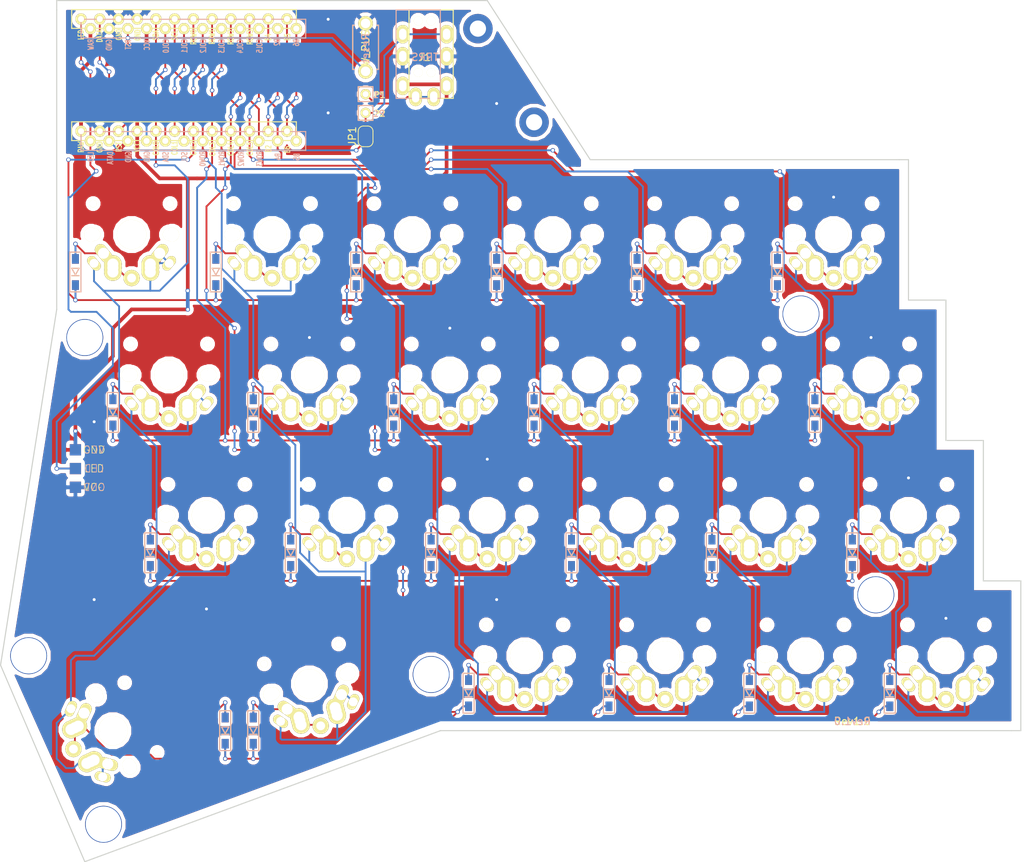
<source format=kicad_pcb>
(kicad_pcb (version 20171130) (host pcbnew "(5.0.2)-1")
  (layers (0 F.Cu signal) (31 B.Cu signal) (34 B.Paste user) (35 F.Paste user) (36 B.SilkS user) (37 F.SilkS user) (38 B.Mask user) (39 F.Mask user) (44 Edge.Cuts user))
  (net 0 "")
  (net 1 row0)
  (net 2 "Net-(D1-Pad2)")
  (net 3 "Net-(D2-Pad2)")
  (net 4 "Net-(D3-Pad2)")
  (net 5 "Net-(D4-Pad2)")
  (net 6 "Net-(D5-Pad2)")
  (net 7 "Net-(D6-Pad2)")
  (net 8 row1)
  (net 9 "Net-(D7-Pad2)")
  (net 10 "Net-(D8-Pad2)")
  (net 11 "Net-(D9-Pad2)")
  (net 12 "Net-(D10-Pad2)")
  (net 13 "Net-(D11-Pad2)")
  (net 14 "Net-(D12-Pad2)")
  (net 15 row2)
  (net 16 "Net-(D13-Pad2)")
  (net 17 "Net-(D14-Pad2)")
  (net 18 "Net-(D15-Pad2)")
  (net 19 "Net-(D16-Pad2)")
  (net 20 "Net-(D17-Pad2)")
  (net 21 "Net-(D18-Pad2)")
  (net 22 row3)
  (net 23 "Net-(D19-Pad2)")
  (net 24 "Net-(D20-Pad2)")
  (net 25 "Net-(D21-Pad2)")
  (net 26 "Net-(D22-Pad2)")
  (net 27 "Net-(D23-Pad2)")
  (net 28 "Net-(D24-Pad2)")
  (net 29 VCC)
  (net 30 GND)
  (net 31 LED)
  (net 32 data)
  (net 33 reset)
  (net 34 col0)
  (net 35 col1)
  (net 36 col2)
  (net 37 col3)
  (net 38 col4)
  (net 39 col5)
  (net 40 "Net-(U1-Pad5)")
  (net 41 "Net-(U1-Pad6)")
  (net 42 "Net-(U1-Pad12)")
  (net 43 "Net-(U1-Pad24)")
  (net 44 "Net-(U1-Pad19)")
  (net 45 "Net-(U1-Pad14)")
  (net 46 "Net-(U1-Pad13)")
  (net 47 "Net-(J1-PadA)")
  (net 48 "Net-(J1-PadB)")
  (module keyboard_parts:MX_ALPS_PG1350_noLed (layer F.Cu) (at 125.73 74.93 180)
    (fp_text reference SW2 hide)
    (fp_text value SW_PUSH hide)
    (pad 1 thru_hole oval (at 5.1 -3.9 130) (size 2.2 1.25) (drill 1.2) (layers *.Cu *.Mask F.SilkS) (net 35 col1))
    (pad "" np_thru_hole circle (at 0 0 270) (size 4 4) (drill 4) (layers *.Cu *.Mask F.SilkS))
    (pad "" np_thru_hole circle (at -5.5 0 270) (size 1.9 1.9) (drill 1.9) (layers *.Cu *.Mask F.SilkS))
    (pad "" np_thru_hole circle (at 5.5 0 270) (size 1.9 1.9) (drill 1.9) (layers *.Cu *.Mask F.SilkS))
    (pad 1 thru_hole oval (at -5.1 -3.9 230) (size 2.2 1.25) (drill 1.2) (layers *.Cu *.Mask F.SilkS) (net 35 col1))
    (pad 2 thru_hole circle (at 0 -5.9 270) (size 2.2 2.2) (drill 1.2) (layers *.Cu *.Mask F.SilkS) (net 3 "Net-(D2-Pad2)"))
    (pad 2 thru_hole circle (at 2.54 -5.08 180) (size 2.4 2.4) (drill 1.5) (layers *.Cu *.Mask F.SilkS) (net 3 "Net-(D2-Pad2)"))
    (pad 1 thru_hole oval (at -3.81 -2.54 230) (size 2.8 1.55) (drill 1.5) (layers *.Cu *.Mask F.SilkS) (net 35 col1))
    (pad 1 thru_hole circle (at -2.54 -5.08 180) (size 2.4 2.4) (drill 1.5) (layers *.Cu *.Mask F.SilkS) (net 35 col1))
    (pad 2 thru_hole oval (at 3.81 -2.54 130) (size 2.8 1.55) (drill 1.5) (layers *.Cu *.Mask F.SilkS) (net 3 "Net-(D2-Pad2)"))
    (pad 2 thru_hole circle (at 2.54 -4.5 180) (size 2.4 2.4) (drill 1.5) (layers *.Cu *.Mask F.SilkS) (net 3 "Net-(D2-Pad2)"))
    (pad 2 thru_hole circle (at 2.54 -4 180) (size 2.4 2.4) (drill 1.5) (layers *.Cu *.Mask F.SilkS) (net 3 "Net-(D2-Pad2)"))
    (pad 1 thru_hole circle (at -2.54 -4 180) (size 2.4 2.4) (drill 1.5) (layers *.Cu *.Mask F.SilkS) (net 35 col1))
    (pad 1 thru_hole circle (at -2.54 -4.5 180) (size 2.4 2.4) (drill 1.5) (layers *.Cu *.Mask F.SilkS) (net 35 col1))
    (pad "" np_thru_hole circle (at 5.08 0 180) (size 1.7 1.7) (drill 1.7) (layers *.Cu *.Mask F.SilkS))
    (pad "" np_thru_hole circle (at -5.08 0 180) (size 1.7 1.7) (drill 1.7) (layers *.Cu *.Mask F.SilkS))
    (pad "" np_thru_hole circle (at 5.22 4.2 180) (size 1 1) (drill 1) (layers *.Cu *.Mask F.SilkS))
    (pad "" np_thru_hole circle (at -5.22 4.2 180) (size 1 1) (drill 1) (layers *.Cu *.Mask F.SilkS))
  )
  (module keyboard_parts:MX_ALPS_PG1350_noLed (layer F.Cu) (at 116.84 113.03 180)
    (fp_text reference SW13 hide)
    (fp_text value SW_PUSH hide)
    (pad 1 thru_hole oval (at 5.1 -3.9 130) (size 2.2 1.25) (drill 1.2) (layers *.Cu *.Mask F.SilkS) (net 34 col0))
    (pad "" np_thru_hole circle (at 0 0 270) (size 4 4) (drill 4) (layers *.Cu *.Mask F.SilkS))
    (pad "" np_thru_hole circle (at -5.5 0 270) (size 1.9 1.9) (drill 1.9) (layers *.Cu *.Mask F.SilkS))
    (pad "" np_thru_hole circle (at 5.5 0 270) (size 1.9 1.9) (drill 1.9) (layers *.Cu *.Mask F.SilkS))
    (pad 1 thru_hole oval (at -5.1 -3.9 230) (size 2.2 1.25) (drill 1.2) (layers *.Cu *.Mask F.SilkS) (net 34 col0))
    (pad 2 thru_hole circle (at 0 -5.9 270) (size 2.2 2.2) (drill 1.2) (layers *.Cu *.Mask F.SilkS) (net 16 "Net-(D13-Pad2)"))
    (pad 2 thru_hole circle (at 2.54 -5.08 180) (size 2.4 2.4) (drill 1.5) (layers *.Cu *.Mask F.SilkS) (net 16 "Net-(D13-Pad2)"))
    (pad 1 thru_hole oval (at -3.81 -2.54 230) (size 2.8 1.55) (drill 1.5) (layers *.Cu *.Mask F.SilkS) (net 34 col0))
    (pad 1 thru_hole circle (at -2.54 -5.08 180) (size 2.4 2.4) (drill 1.5) (layers *.Cu *.Mask F.SilkS) (net 34 col0))
    (pad 2 thru_hole oval (at 3.81 -2.54 130) (size 2.8 1.55) (drill 1.5) (layers *.Cu *.Mask F.SilkS) (net 16 "Net-(D13-Pad2)"))
    (pad 2 thru_hole circle (at 2.54 -4.5 180) (size 2.4 2.4) (drill 1.5) (layers *.Cu *.Mask F.SilkS) (net 16 "Net-(D13-Pad2)"))
    (pad 2 thru_hole circle (at 2.54 -4 180) (size 2.4 2.4) (drill 1.5) (layers *.Cu *.Mask F.SilkS) (net 16 "Net-(D13-Pad2)"))
    (pad 1 thru_hole circle (at -2.54 -4 180) (size 2.4 2.4) (drill 1.5) (layers *.Cu *.Mask F.SilkS) (net 34 col0))
    (pad 1 thru_hole circle (at -2.54 -4.5 180) (size 2.4 2.4) (drill 1.5) (layers *.Cu *.Mask F.SilkS) (net 34 col0))
    (pad "" np_thru_hole circle (at 5.08 0 180) (size 1.7 1.7) (drill 1.7) (layers *.Cu *.Mask F.SilkS))
    (pad "" np_thru_hole circle (at -5.08 0 180) (size 1.7 1.7) (drill 1.7) (layers *.Cu *.Mask F.SilkS))
    (pad "" np_thru_hole circle (at 5.22 4.2 180) (size 1 1) (drill 1) (layers *.Cu *.Mask F.SilkS))
    (pad "" np_thru_hole circle (at -5.22 4.2 180) (size 1 1) (drill 1) (layers *.Cu *.Mask F.SilkS))
  )
  (module keyboard_parts:MX_ALPS_PG1350_noLed_1.75u (layer F.Cu) (at 104.14 142.24 115)
    (fp_text reference SW19 hide)
    (fp_text value SW_PUSH hide)
    (pad "" np_thru_hole circle (at -5.22 4.2 115) (size 1 1) (drill 1) (layers *.Cu *.Mask F.SilkS))
    (pad "" np_thru_hole circle (at 5.22 4.2 115) (size 1 1) (drill 1) (layers *.Cu *.Mask F.SilkS))
    (pad "" np_thru_hole circle (at -5.08 0 115) (size 1.7 1.7) (drill 1.7) (layers *.Cu *.Mask F.SilkS))
    (pad "" np_thru_hole circle (at 5.08 0 115) (size 1.7 1.7) (drill 1.7) (layers *.Cu *.Mask F.SilkS))
    (pad 1 thru_hole circle (at -2.54 -4.499999 115) (size 2.4 2.4) (drill 1.5) (layers *.Cu *.Mask F.SilkS) (net 34 col0))
    (pad 1 thru_hole circle (at -2.540001 -4 115) (size 2.4 2.4) (drill 1.5) (layers *.Cu *.Mask F.SilkS) (net 34 col0))
    (pad 2 thru_hole circle (at 2.54 -4.000001 115) (size 2.4 2.4) (drill 1.5) (layers *.Cu *.Mask F.SilkS) (net 23 "Net-(D19-Pad2)"))
    (pad 2 thru_hole circle (at 2.540002 -4.5 115) (size 2.4 2.4) (drill 1.5) (layers *.Cu *.Mask F.SilkS) (net 23 "Net-(D19-Pad2)"))
    (pad 2 thru_hole oval (at 3.81 -2.540001 65) (size 2.8 1.55) (drill 1.5) (layers *.Cu *.Mask F.SilkS) (net 23 "Net-(D19-Pad2)"))
    (pad 1 thru_hole circle (at -2.54 -5.08 115) (size 2.4 2.4) (drill 1.5) (layers *.Cu *.Mask F.SilkS) (net 34 col0))
    (pad 1 thru_hole oval (at -3.81 -2.54 165) (size 2.8 1.55) (drill 1.5) (layers *.Cu *.Mask F.SilkS) (net 34 col0))
    (pad 2 thru_hole circle (at 2.54 -5.08 115) (size 2.4 2.4) (drill 1.5) (layers *.Cu *.Mask F.SilkS) (net 23 "Net-(D19-Pad2)"))
    (pad 2 thru_hole circle (at 0 -5.9 205) (size 2.2 2.2) (drill 1.2) (layers *.Cu *.Mask F.SilkS) (net 23 "Net-(D19-Pad2)"))
    (pad 1 thru_hole oval (at -5.1 -3.9 165) (size 2.2 1.25) (drill 1.2) (layers *.Cu *.Mask F.SilkS) (net 34 col0))
    (pad "" np_thru_hole circle (at 5.5 0 205) (size 1.9 1.9) (drill 1.9) (layers *.Cu *.Mask F.SilkS))
    (pad "" np_thru_hole circle (at -5.5 0 205) (size 1.9 1.9) (drill 1.9) (layers *.Cu *.Mask F.SilkS))
    (pad "" np_thru_hole circle (at 0 0 205) (size 4 4) (drill 4) (layers *.Cu *.Mask F.SilkS))
    (pad 1 thru_hole oval (at 5.1 -3.900001 65) (size 2.2 1.25) (drill 1.2) (layers *.Cu *.Mask F.SilkS) (net 34 col0))
  )
  (module keyboard_parts:MX_ALPS_PG1350_noLed (layer F.Cu) (at 106.68 74.93 180)
    (fp_text reference SW1 hide)
    (fp_text value SW_PUSH hide)
    (pad "" np_thru_hole circle (at -5.22 4.2 180) (size 1 1) (drill 1) (layers *.Cu *.Mask F.SilkS))
    (pad "" np_thru_hole circle (at 5.22 4.2 180) (size 1 1) (drill 1) (layers *.Cu *.Mask F.SilkS))
    (pad "" np_thru_hole circle (at -5.08 0 180) (size 1.7 1.7) (drill 1.7) (layers *.Cu *.Mask F.SilkS))
    (pad "" np_thru_hole circle (at 5.08 0 180) (size 1.7 1.7) (drill 1.7) (layers *.Cu *.Mask F.SilkS))
    (pad 1 thru_hole circle (at -2.54 -4.5 180) (size 2.4 2.4) (drill 1.5) (layers *.Cu *.Mask F.SilkS) (net 34 col0))
    (pad 1 thru_hole circle (at -2.54 -4 180) (size 2.4 2.4) (drill 1.5) (layers *.Cu *.Mask F.SilkS) (net 34 col0))
    (pad 2 thru_hole circle (at 2.54 -4 180) (size 2.4 2.4) (drill 1.5) (layers *.Cu *.Mask F.SilkS) (net 2 "Net-(D1-Pad2)"))
    (pad 2 thru_hole circle (at 2.54 -4.5 180) (size 2.4 2.4) (drill 1.5) (layers *.Cu *.Mask F.SilkS) (net 2 "Net-(D1-Pad2)"))
    (pad 2 thru_hole oval (at 3.81 -2.54 130) (size 2.8 1.55) (drill 1.5) (layers *.Cu *.Mask F.SilkS) (net 2 "Net-(D1-Pad2)"))
    (pad 1 thru_hole circle (at -2.54 -5.08 180) (size 2.4 2.4) (drill 1.5) (layers *.Cu *.Mask F.SilkS) (net 34 col0))
    (pad 1 thru_hole oval (at -3.81 -2.54 230) (size 2.8 1.55) (drill 1.5) (layers *.Cu *.Mask F.SilkS) (net 34 col0))
    (pad 2 thru_hole circle (at 2.54 -5.08 180) (size 2.4 2.4) (drill 1.5) (layers *.Cu *.Mask F.SilkS) (net 2 "Net-(D1-Pad2)"))
    (pad 2 thru_hole circle (at 0 -5.9 270) (size 2.2 2.2) (drill 1.2) (layers *.Cu *.Mask F.SilkS) (net 2 "Net-(D1-Pad2)"))
    (pad 1 thru_hole oval (at -5.1 -3.9 230) (size 2.2 1.25) (drill 1.2) (layers *.Cu *.Mask F.SilkS) (net 34 col0))
    (pad "" np_thru_hole circle (at 5.5 0 270) (size 1.9 1.9) (drill 1.9) (layers *.Cu *.Mask F.SilkS))
    (pad "" np_thru_hole circle (at -5.5 0 270) (size 1.9 1.9) (drill 1.9) (layers *.Cu *.Mask F.SilkS))
    (pad "" np_thru_hole circle (at 0 0 270) (size 4 4) (drill 4) (layers *.Cu *.Mask F.SilkS))
    (pad 1 thru_hole oval (at 5.1 -3.9 130) (size 2.2 1.25) (drill 1.2) (layers *.Cu *.Mask F.SilkS) (net 34 col0))
  )
  (module keyboard_parts:MX_ALPS_PG1350_noLed (layer F.Cu) (at 207.01 93.98 180)
    (fp_text reference SW12 hide)
    (fp_text value SW_PUSH hide)
    (pad "" np_thru_hole circle (at -5.22 4.2 180) (size 1 1) (drill 1) (layers *.Cu *.Mask F.SilkS))
    (pad "" np_thru_hole circle (at 5.22 4.2 180) (size 1 1) (drill 1) (layers *.Cu *.Mask F.SilkS))
    (pad "" np_thru_hole circle (at -5.08 0 180) (size 1.7 1.7) (drill 1.7) (layers *.Cu *.Mask F.SilkS))
    (pad "" np_thru_hole circle (at 5.08 0 180) (size 1.7 1.7) (drill 1.7) (layers *.Cu *.Mask F.SilkS))
    (pad 1 thru_hole circle (at -2.54 -4.5 180) (size 2.4 2.4) (drill 1.5) (layers *.Cu *.Mask F.SilkS) (net 39 col5))
    (pad 1 thru_hole circle (at -2.54 -4 180) (size 2.4 2.4) (drill 1.5) (layers *.Cu *.Mask F.SilkS) (net 39 col5))
    (pad 2 thru_hole circle (at 2.54 -4 180) (size 2.4 2.4) (drill 1.5) (layers *.Cu *.Mask F.SilkS) (net 14 "Net-(D12-Pad2)"))
    (pad 2 thru_hole circle (at 2.54 -4.5 180) (size 2.4 2.4) (drill 1.5) (layers *.Cu *.Mask F.SilkS) (net 14 "Net-(D12-Pad2)"))
    (pad 2 thru_hole oval (at 3.81 -2.54 130) (size 2.8 1.55) (drill 1.5) (layers *.Cu *.Mask F.SilkS) (net 14 "Net-(D12-Pad2)"))
    (pad 1 thru_hole circle (at -2.54 -5.08 180) (size 2.4 2.4) (drill 1.5) (layers *.Cu *.Mask F.SilkS) (net 39 col5))
    (pad 1 thru_hole oval (at -3.81 -2.54 230) (size 2.8 1.55) (drill 1.5) (layers *.Cu *.Mask F.SilkS) (net 39 col5))
    (pad 2 thru_hole circle (at 2.54 -5.08 180) (size 2.4 2.4) (drill 1.5) (layers *.Cu *.Mask F.SilkS) (net 14 "Net-(D12-Pad2)"))
    (pad 2 thru_hole circle (at 0 -5.9 270) (size 2.2 2.2) (drill 1.2) (layers *.Cu *.Mask F.SilkS) (net 14 "Net-(D12-Pad2)"))
    (pad 1 thru_hole oval (at -5.1 -3.9 230) (size 2.2 1.25) (drill 1.2) (layers *.Cu *.Mask F.SilkS) (net 39 col5))
    (pad "" np_thru_hole circle (at 5.5 0 270) (size 1.9 1.9) (drill 1.9) (layers *.Cu *.Mask F.SilkS))
    (pad "" np_thru_hole circle (at -5.5 0 270) (size 1.9 1.9) (drill 1.9) (layers *.Cu *.Mask F.SilkS))
    (pad "" np_thru_hole circle (at 0 0 270) (size 4 4) (drill 4) (layers *.Cu *.Mask F.SilkS))
    (pad 1 thru_hole oval (at 5.1 -3.9 130) (size 2.2 1.25) (drill 1.2) (layers *.Cu *.Mask F.SilkS) (net 39 col5))
  )
  (module keyboard_parts:D_SMD_re (layer F.Cu) (at 99.06 80.01 90)
    (fp_text reference D1 hide)
    (fp_text value D hide)
    (pad 1 smd rect (at -1.775 0 90) (size 1.3 0.95) (layers F.Cu F.Paste F.Mask) (net 1 row0))
    (pad 2 smd rect (at 1.775 0 90) (size 1.3 0.95) (layers B.Cu B.Paste B.Mask) (net 2 "Net-(D1-Pad2)"))
    (pad 1 smd rect (at -1.775 0 90) (size 1.3 0.95) (layers B.Cu B.Paste B.Mask) (net 1 row0))
    (pad 2 smd rect (at 1.775 0 90) (size 1.3 0.95) (layers F.Cu F.Paste F.Mask) (net 2 "Net-(D1-Pad2)"))
  )
  (module keyboard_parts:D_SMD_re (layer F.Cu) (at 118.11 80.01 90)
    (fp_text reference D2 hide)
    (fp_text value D hide)
    (pad 2 smd rect (at 1.775 0 90) (size 1.3 0.95) (layers F.Cu F.Paste F.Mask) (net 3 "Net-(D2-Pad2)"))
    (pad 1 smd rect (at -1.775 0 90) (size 1.3 0.95) (layers B.Cu B.Paste B.Mask) (net 1 row0))
    (pad 2 smd rect (at 1.775 0 90) (size 1.3 0.95) (layers B.Cu B.Paste B.Mask) (net 3 "Net-(D2-Pad2)"))
    (pad 1 smd rect (at -1.775 0 90) (size 1.3 0.95) (layers F.Cu F.Paste F.Mask) (net 1 row0))
  )
  (module keyboard_parts:D_SMD_re (layer F.Cu) (at 137.16 80.01 90)
    (fp_text reference D3 hide)
    (fp_text value D hide)
    (pad 1 smd rect (at -1.775 0 90) (size 1.3 0.95) (layers F.Cu F.Paste F.Mask) (net 1 row0))
    (pad 2 smd rect (at 1.775 0 90) (size 1.3 0.95) (layers B.Cu B.Paste B.Mask) (net 4 "Net-(D3-Pad2)"))
    (pad 1 smd rect (at -1.775 0 90) (size 1.3 0.95) (layers B.Cu B.Paste B.Mask) (net 1 row0))
    (pad 2 smd rect (at 1.775 0 90) (size 1.3 0.95) (layers F.Cu F.Paste F.Mask) (net 4 "Net-(D3-Pad2)"))
  )
  (module keyboard_parts:D_SMD_re (layer F.Cu) (at 156.21 80.01 90)
    (fp_text reference D4 hide)
    (fp_text value D hide)
    (pad 2 smd rect (at 1.775 0 90) (size 1.3 0.95) (layers F.Cu F.Paste F.Mask) (net 5 "Net-(D4-Pad2)"))
    (pad 1 smd rect (at -1.775 0 90) (size 1.3 0.95) (layers B.Cu B.Paste B.Mask) (net 1 row0))
    (pad 2 smd rect (at 1.775 0 90) (size 1.3 0.95) (layers B.Cu B.Paste B.Mask) (net 5 "Net-(D4-Pad2)"))
    (pad 1 smd rect (at -1.775 0 90) (size 1.3 0.95) (layers F.Cu F.Paste F.Mask) (net 1 row0))
  )
  (module keyboard_parts:D_SMD_re (layer F.Cu) (at 175.26 80.01 90)
    (fp_text reference D5 hide)
    (fp_text value D hide)
    (pad 1 smd rect (at -1.775 0 90) (size 1.3 0.95) (layers F.Cu F.Paste F.Mask) (net 1 row0))
    (pad 2 smd rect (at 1.775 0 90) (size 1.3 0.95) (layers B.Cu B.Paste B.Mask) (net 6 "Net-(D5-Pad2)"))
    (pad 1 smd rect (at -1.775 0 90) (size 1.3 0.95) (layers B.Cu B.Paste B.Mask) (net 1 row0))
    (pad 2 smd rect (at 1.775 0 90) (size 1.3 0.95) (layers F.Cu F.Paste F.Mask) (net 6 "Net-(D5-Pad2)"))
  )
  (module keyboard_parts:D_SMD_re (layer F.Cu) (at 194.31 80.01 90)
    (fp_text reference D6 hide)
    (fp_text value D hide)
    (pad 2 smd rect (at 1.775 0 90) (size 1.3 0.95) (layers F.Cu F.Paste F.Mask) (net 7 "Net-(D6-Pad2)"))
    (pad 1 smd rect (at -1.775 0 90) (size 1.3 0.95) (layers B.Cu B.Paste B.Mask) (net 1 row0))
    (pad 2 smd rect (at 1.775 0 90) (size 1.3 0.95) (layers B.Cu B.Paste B.Mask) (net 7 "Net-(D6-Pad2)"))
    (pad 1 smd rect (at -1.775 0 90) (size 1.3 0.95) (layers F.Cu F.Paste F.Mask) (net 1 row0))
  )
  (module keyboard_parts:D_SMD_re (layer F.Cu) (at 104.14 99.06 90)
    (fp_text reference D7 hide)
    (fp_text value D hide)
    (pad 1 smd rect (at -1.775 0 90) (size 1.3 0.95) (layers F.Cu F.Paste F.Mask) (net 8 row1))
    (pad 2 smd rect (at 1.775 0 90) (size 1.3 0.95) (layers B.Cu B.Paste B.Mask) (net 9 "Net-(D7-Pad2)"))
    (pad 1 smd rect (at -1.775 0 90) (size 1.3 0.95) (layers B.Cu B.Paste B.Mask) (net 8 row1))
    (pad 2 smd rect (at 1.775 0 90) (size 1.3 0.95) (layers F.Cu F.Paste F.Mask) (net 9 "Net-(D7-Pad2)"))
  )
  (module keyboard_parts:D_SMD_re (layer F.Cu) (at 123.19 99.06 90)
    (fp_text reference D8 hide)
    (fp_text value D hide)
    (pad 2 smd rect (at 1.775 0 90) (size 1.3 0.95) (layers F.Cu F.Paste F.Mask) (net 10 "Net-(D8-Pad2)"))
    (pad 1 smd rect (at -1.775 0 90) (size 1.3 0.95) (layers B.Cu B.Paste B.Mask) (net 8 row1))
    (pad 2 smd rect (at 1.775 0 90) (size 1.3 0.95) (layers B.Cu B.Paste B.Mask) (net 10 "Net-(D8-Pad2)"))
    (pad 1 smd rect (at -1.775 0 90) (size 1.3 0.95) (layers F.Cu F.Paste F.Mask) (net 8 row1))
  )
  (module keyboard_parts:D_SMD_re (layer F.Cu) (at 142.24 99.06 90)
    (fp_text reference D9 hide)
    (fp_text value D hide)
    (pad 1 smd rect (at -1.775 0 90) (size 1.3 0.95) (layers F.Cu F.Paste F.Mask) (net 8 row1))
    (pad 2 smd rect (at 1.775 0 90) (size 1.3 0.95) (layers B.Cu B.Paste B.Mask) (net 11 "Net-(D9-Pad2)"))
    (pad 1 smd rect (at -1.775 0 90) (size 1.3 0.95) (layers B.Cu B.Paste B.Mask) (net 8 row1))
    (pad 2 smd rect (at 1.775 0 90) (size 1.3 0.95) (layers F.Cu F.Paste F.Mask) (net 11 "Net-(D9-Pad2)"))
  )
  (module keyboard_parts:D_SMD_re (layer F.Cu) (at 161.29 99.06 90)
    (fp_text reference D10 hide)
    (fp_text value D hide)
    (pad 2 smd rect (at 1.775 0 90) (size 1.3 0.95) (layers F.Cu F.Paste F.Mask) (net 12 "Net-(D10-Pad2)"))
    (pad 1 smd rect (at -1.775 0 90) (size 1.3 0.95) (layers B.Cu B.Paste B.Mask) (net 8 row1))
    (pad 2 smd rect (at 1.775 0 90) (size 1.3 0.95) (layers B.Cu B.Paste B.Mask) (net 12 "Net-(D10-Pad2)"))
    (pad 1 smd rect (at -1.775 0 90) (size 1.3 0.95) (layers F.Cu F.Paste F.Mask) (net 8 row1))
  )
  (module keyboard_parts:D_SMD_re (layer F.Cu) (at 180.34 99.06 90)
    (fp_text reference D11 hide)
    (fp_text value D hide)
    (pad 1 smd rect (at -1.775 0 90) (size 1.3 0.95) (layers F.Cu F.Paste F.Mask) (net 8 row1))
    (pad 2 smd rect (at 1.775 0 90) (size 1.3 0.95) (layers B.Cu B.Paste B.Mask) (net 13 "Net-(D11-Pad2)"))
    (pad 1 smd rect (at -1.775 0 90) (size 1.3 0.95) (layers B.Cu B.Paste B.Mask) (net 8 row1))
    (pad 2 smd rect (at 1.775 0 90) (size 1.3 0.95) (layers F.Cu F.Paste F.Mask) (net 13 "Net-(D11-Pad2)"))
  )
  (module keyboard_parts:D_SMD_re (layer F.Cu) (at 199.39 99.06 90)
    (fp_text reference D12 hide)
    (fp_text value D hide)
    (pad 2 smd rect (at 1.775 0 90) (size 1.3 0.95) (layers F.Cu F.Paste F.Mask) (net 14 "Net-(D12-Pad2)"))
    (pad 1 smd rect (at -1.775 0 90) (size 1.3 0.95) (layers B.Cu B.Paste B.Mask) (net 8 row1))
    (pad 2 smd rect (at 1.775 0 90) (size 1.3 0.95) (layers B.Cu B.Paste B.Mask) (net 14 "Net-(D12-Pad2)"))
    (pad 1 smd rect (at -1.775 0 90) (size 1.3 0.95) (layers F.Cu F.Paste F.Mask) (net 8 row1))
  )
  (module keyboard_parts:D_SMD_re (layer F.Cu) (at 109.22 118.11 90)
    (fp_text reference D13 hide)
    (fp_text value D hide)
    (pad 2 smd rect (at 1.775 0 90) (size 1.3 0.95) (layers F.Cu F.Paste F.Mask) (net 16 "Net-(D13-Pad2)"))
    (pad 1 smd rect (at -1.775 0 90) (size 1.3 0.95) (layers B.Cu B.Paste B.Mask) (net 15 row2))
    (pad 2 smd rect (at 1.775 0 90) (size 1.3 0.95) (layers B.Cu B.Paste B.Mask) (net 16 "Net-(D13-Pad2)"))
    (pad 1 smd rect (at -1.775 0 90) (size 1.3 0.95) (layers F.Cu F.Paste F.Mask) (net 15 row2))
  )
  (module keyboard_parts:D_SMD_re (layer F.Cu) (at 128.27 118.11 90)
    (fp_text reference D14 hide)
    (fp_text value D hide)
    (pad 1 smd rect (at -1.775 0 90) (size 1.3 0.95) (layers F.Cu F.Paste F.Mask) (net 15 row2))
    (pad 2 smd rect (at 1.775 0 90) (size 1.3 0.95) (layers B.Cu B.Paste B.Mask) (net 17 "Net-(D14-Pad2)"))
    (pad 1 smd rect (at -1.775 0 90) (size 1.3 0.95) (layers B.Cu B.Paste B.Mask) (net 15 row2))
    (pad 2 smd rect (at 1.775 0 90) (size 1.3 0.95) (layers F.Cu F.Paste F.Mask) (net 17 "Net-(D14-Pad2)"))
  )
  (module keyboard_parts:D_SMD_re (layer F.Cu) (at 147.32 118.11 90)
    (fp_text reference D15 hide)
    (fp_text value D hide)
    (pad 2 smd rect (at 1.775 0 90) (size 1.3 0.95) (layers F.Cu F.Paste F.Mask) (net 18 "Net-(D15-Pad2)"))
    (pad 1 smd rect (at -1.775 0 90) (size 1.3 0.95) (layers B.Cu B.Paste B.Mask) (net 15 row2))
    (pad 2 smd rect (at 1.775 0 90) (size 1.3 0.95) (layers B.Cu B.Paste B.Mask) (net 18 "Net-(D15-Pad2)"))
    (pad 1 smd rect (at -1.775 0 90) (size 1.3 0.95) (layers F.Cu F.Paste F.Mask) (net 15 row2))
  )
  (module keyboard_parts:D_SMD_re (layer F.Cu) (at 166.37 118.11 90)
    (fp_text reference D16 hide)
    (fp_text value D hide)
    (pad 1 smd rect (at -1.775 0 90) (size 1.3 0.95) (layers F.Cu F.Paste F.Mask) (net 15 row2))
    (pad 2 smd rect (at 1.775 0 90) (size 1.3 0.95) (layers B.Cu B.Paste B.Mask) (net 19 "Net-(D16-Pad2)"))
    (pad 1 smd rect (at -1.775 0 90) (size 1.3 0.95) (layers B.Cu B.Paste B.Mask) (net 15 row2))
    (pad 2 smd rect (at 1.775 0 90) (size 1.3 0.95) (layers F.Cu F.Paste F.Mask) (net 19 "Net-(D16-Pad2)"))
  )
  (module keyboard_parts:D_SMD_re (layer F.Cu) (at 185.42 118.11 90)
    (fp_text reference D17 hide)
    (fp_text value D hide)
    (pad 2 smd rect (at 1.775 0 90) (size 1.3 0.95) (layers F.Cu F.Paste F.Mask) (net 20 "Net-(D17-Pad2)"))
    (pad 1 smd rect (at -1.775 0 90) (size 1.3 0.95) (layers B.Cu B.Paste B.Mask) (net 15 row2))
    (pad 2 smd rect (at 1.775 0 90) (size 1.3 0.95) (layers B.Cu B.Paste B.Mask) (net 20 "Net-(D17-Pad2)"))
    (pad 1 smd rect (at -1.775 0 90) (size 1.3 0.95) (layers F.Cu F.Paste F.Mask) (net 15 row2))
  )
  (module keyboard_parts:D_SMD_re (layer F.Cu) (at 204.47 118.11 90)
    (fp_text reference D18 hide)
    (fp_text value D hide)
    (pad 1 smd rect (at -1.775 0 90) (size 1.3 0.95) (layers F.Cu F.Paste F.Mask) (net 15 row2))
    (pad 2 smd rect (at 1.775 0 90) (size 1.3 0.95) (layers B.Cu B.Paste B.Mask) (net 21 "Net-(D18-Pad2)"))
    (pad 1 smd rect (at -1.775 0 90) (size 1.3 0.95) (layers B.Cu B.Paste B.Mask) (net 15 row2))
    (pad 2 smd rect (at 1.775 0 90) (size 1.3 0.95) (layers F.Cu F.Paste F.Mask) (net 21 "Net-(D18-Pad2)"))
  )
  (module keyboard_parts:D_SMD_re (layer F.Cu) (at 119.38 142.24 90)
    (fp_text reference D19 hide)
    (fp_text value D hide)
    (pad 2 smd rect (at 1.775 0 90) (size 1.3 0.95) (layers F.Cu F.Paste F.Mask) (net 23 "Net-(D19-Pad2)"))
    (pad 1 smd rect (at -1.775 0 90) (size 1.3 0.95) (layers B.Cu B.Paste B.Mask) (net 22 row3))
    (pad 2 smd rect (at 1.775 0 90) (size 1.3 0.95) (layers B.Cu B.Paste B.Mask) (net 23 "Net-(D19-Pad2)"))
    (pad 1 smd rect (at -1.775 0 90) (size 1.3 0.95) (layers F.Cu F.Paste F.Mask) (net 22 row3))
  )
  (module keyboard_parts:D_SMD_re (layer F.Cu) (at 123.19 142.24 90)
    (fp_text reference D20 hide)
    (fp_text value D hide)
    (pad 1 smd rect (at -1.775 0 90) (size 1.3 0.95) (layers F.Cu F.Paste F.Mask) (net 22 row3))
    (pad 2 smd rect (at 1.775 0 90) (size 1.3 0.95) (layers B.Cu B.Paste B.Mask) (net 24 "Net-(D20-Pad2)"))
    (pad 1 smd rect (at -1.775 0 90) (size 1.3 0.95) (layers B.Cu B.Paste B.Mask) (net 22 row3))
    (pad 2 smd rect (at 1.775 0 90) (size 1.3 0.95) (layers F.Cu F.Paste F.Mask) (net 24 "Net-(D20-Pad2)"))
  )
  (module keyboard_parts:D_SMD_re (layer F.Cu) (at 152.4 137.16 90)
    (fp_text reference D21 hide)
    (fp_text value D hide)
    (pad 2 smd rect (at 1.775 0 90) (size 1.3 0.95) (layers F.Cu F.Paste F.Mask) (net 25 "Net-(D21-Pad2)"))
    (pad 1 smd rect (at -1.775 0 90) (size 1.3 0.95) (layers B.Cu B.Paste B.Mask) (net 22 row3))
    (pad 2 smd rect (at 1.775 0 90) (size 1.3 0.95) (layers B.Cu B.Paste B.Mask) (net 25 "Net-(D21-Pad2)"))
    (pad 1 smd rect (at -1.775 0 90) (size 1.3 0.95) (layers F.Cu F.Paste F.Mask) (net 22 row3))
  )
  (module keyboard_parts:D_SMD_re (layer F.Cu) (at 171.45 137.16 90)
    (fp_text reference D22 hide)
    (fp_text value D hide)
    (pad 1 smd rect (at -1.775 0 90) (size 1.3 0.95) (layers F.Cu F.Paste F.Mask) (net 22 row3))
    (pad 2 smd rect (at 1.775 0 90) (size 1.3 0.95) (layers B.Cu B.Paste B.Mask) (net 26 "Net-(D22-Pad2)"))
    (pad 1 smd rect (at -1.775 0 90) (size 1.3 0.95) (layers B.Cu B.Paste B.Mask) (net 22 row3))
    (pad 2 smd rect (at 1.775 0 90) (size 1.3 0.95) (layers F.Cu F.Paste F.Mask) (net 26 "Net-(D22-Pad2)"))
  )
  (module keyboard_parts:D_SMD_re (layer F.Cu) (at 190.5 137.16 90)
    (fp_text reference D23 hide)
    (fp_text value D hide)
    (pad 2 smd rect (at 1.775 0 90) (size 1.3 0.95) (layers F.Cu F.Paste F.Mask) (net 27 "Net-(D23-Pad2)"))
    (pad 1 smd rect (at -1.775 0 90) (size 1.3 0.95) (layers B.Cu B.Paste B.Mask) (net 22 row3))
    (pad 2 smd rect (at 1.775 0 90) (size 1.3 0.95) (layers B.Cu B.Paste B.Mask) (net 27 "Net-(D23-Pad2)"))
    (pad 1 smd rect (at -1.775 0 90) (size 1.3 0.95) (layers F.Cu F.Paste F.Mask) (net 22 row3))
  )
  (module keyboard_parts:D_SMD_re (layer F.Cu) (at 209.55 137.16 90)
    (fp_text reference D24 hide)
    (fp_text value D hide)
    (pad 1 smd rect (at -1.775 0 90) (size 1.3 0.95) (layers F.Cu F.Paste F.Mask) (net 22 row3))
    (pad 2 smd rect (at 1.775 0 90) (size 1.3 0.95) (layers B.Cu B.Paste B.Mask) (net 28 "Net-(D24-Pad2)"))
    (pad 1 smd rect (at -1.775 0 90) (size 1.3 0.95) (layers B.Cu B.Paste B.Mask) (net 22 row3))
    (pad 2 smd rect (at 1.775 0 90) (size 1.3 0.95) (layers F.Cu F.Paste F.Mask) (net 28 "Net-(D24-Pad2)"))
  )
  (module keyboard_parts:MJ-4PP-9 (layer F.Cu) (at 147.32 44.45)
    (fp_text reference J1 (at -0.889 6.4135) (layer F.SilkS))
    (fp_text value TRRS hide)
    (fp_text user TRRS (at -0.8255 6.4135) (layer B.SilkS) (effects (justify mirror)))
    (pad "" np_thru_hole circle (at -1.75 8.5) (size 1.2 1.2) (drill 1.2) (layers *.Cu *.Mask F.SilkS))
    (pad "" np_thru_hole circle (at -1.75 1.5) (size 1.2 1.2) (drill 1.2) (layers *.Cu *.Mask F.SilkS))
    (pad D thru_hole oval (at -3.85 10.3) (size 1.7 2.5) (drill oval 1 1.5) (layers *.Cu *.Mask F.SilkS) (net 29 VCC) (clearance 0.15))
    (pad A thru_hole oval (at 0.35 11.8) (size 1.7 2.5) (drill oval 1 1.5) (layers *.Cu *.Mask F.SilkS) (net 47 "Net-(J1-PadA)") (clearance 0.15))
    (pad B thru_hole oval (at -3.85 3.3) (size 1.7 2.5) (drill oval 1 1.5) (layers *.Cu *.Mask F.SilkS) (net 48 "Net-(J1-PadB)"))
    (pad C thru_hole oval (at -3.85 6.3) (size 1.7 2.5) (drill oval 1 1.5) (layers *.Cu *.Mask F.SilkS) (net 30 GND))
    (pad "" np_thru_hole circle (at 0 1.5) (size 1.2 1.2) (drill 1.2) (layers *.Cu *.Mask F.SilkS))
    (pad "" np_thru_hole circle (at 0 8.5) (size 1.2 1.2) (drill 1.2) (layers *.Cu *.Mask F.SilkS))
    (pad B thru_hole oval (at 2.1 3.3) (size 1.7 2.5) (drill oval 1 1.5) (layers *.Cu *.Mask F.SilkS) (net 48 "Net-(J1-PadB)"))
    (pad C thru_hole oval (at 2.1 6.3) (size 1.7 2.5) (drill oval 1 1.5) (layers *.Cu *.Mask F.SilkS) (net 30 GND))
    (pad D thru_hole oval (at 2.1 10.3) (size 1.7 2.5) (drill oval 1 1.5) (layers *.Cu *.Mask F.SilkS) (net 29 VCC) (clearance 0.15))
    (pad A thru_hole oval (at -2.1 11.8) (size 1.7 2.5) (drill oval 1 1.5) (layers *.Cu *.Mask F.SilkS) (net 47 "Net-(J1-PadA)") (clearance 0.15))
  )
  (module keyboard_parts:1pin_conn (layer F.Cu) (at 138.43 55.88)
    (fp_text reference P1 (at 1.9 0.1) (layer F.SilkS) (effects (font (size 0.8128 0.8128))))
    (fp_text value i2c-Pin hide)
    (fp_text user P1 (at 1.8 0.1) (layer B.SilkS) (effects (font (size 0.8128 0.8128)) (justify mirror)))
    (pad 1 thru_hole circle (at 0 0) (size 1.397 1.397) (drill 0.8128) (layers *.Cu *.Mask F.SilkS) (net 47 "Net-(J1-PadA)"))
  )
  (module keyboard_parts:1pin_conn (layer F.Cu) (at 138.43 58.42)
    (fp_text reference P2 (at 1.9 0.1) (layer F.SilkS) (effects (font (size 0.8128 0.8128))))
    (fp_text value i2c-Pin hide)
    (fp_text user P1 (at 1.8 0.1) (layer B.SilkS) (effects (font (size 0.8128 0.8128)) (justify mirror)))
    (pad 1 thru_hole circle (at 0 0) (size 1.397 1.397) (drill 0.8128) (layers *.Cu *.Mask F.SilkS) (net 48 "Net-(J1-PadB)"))
  )
  (module keyboard_parts:ResetSW (layer F.Cu) (at 138.43 49.53 270)
    (fp_text reference RSW0 hide)
    (fp_text value SW_PUSH (at 0 0 270) (layer F.SilkS))
    (fp_text user Reset (at 0.127 0 270) (layer B.SilkS) (effects (justify mirror)))
    (pad 1 thru_hole circle (at 3.25 0 270) (size 2 2) (drill 1.3) (layers *.Cu *.Mask F.SilkS) (net 33 reset))
    (pad 2 thru_hole circle (at -3.25 0 270) (size 2 2) (drill 1.3) (layers *.Cu *.Mask F.SilkS) (net 30 GND))
  )
  (module keyboard_parts:MX_ALPS_PG1350_noLed (layer F.Cu) (at 144.78 74.93 180)
    (fp_text reference SW3 hide)
    (fp_text value SW_PUSH hide)
    (pad "" np_thru_hole circle (at -5.22 4.2 180) (size 1 1) (drill 1) (layers *.Cu *.Mask F.SilkS))
    (pad "" np_thru_hole circle (at 5.22 4.2 180) (size 1 1) (drill 1) (layers *.Cu *.Mask F.SilkS))
    (pad "" np_thru_hole circle (at -5.08 0 180) (size 1.7 1.7) (drill 1.7) (layers *.Cu *.Mask F.SilkS))
    (pad "" np_thru_hole circle (at 5.08 0 180) (size 1.7 1.7) (drill 1.7) (layers *.Cu *.Mask F.SilkS))
    (pad 1 thru_hole circle (at -2.54 -4.5 180) (size 2.4 2.4) (drill 1.5) (layers *.Cu *.Mask F.SilkS) (net 36 col2))
    (pad 1 thru_hole circle (at -2.54 -4 180) (size 2.4 2.4) (drill 1.5) (layers *.Cu *.Mask F.SilkS) (net 36 col2))
    (pad 2 thru_hole circle (at 2.54 -4 180) (size 2.4 2.4) (drill 1.5) (layers *.Cu *.Mask F.SilkS) (net 4 "Net-(D3-Pad2)"))
    (pad 2 thru_hole circle (at 2.54 -4.5 180) (size 2.4 2.4) (drill 1.5) (layers *.Cu *.Mask F.SilkS) (net 4 "Net-(D3-Pad2)"))
    (pad 2 thru_hole oval (at 3.81 -2.54 130) (size 2.8 1.55) (drill 1.5) (layers *.Cu *.Mask F.SilkS) (net 4 "Net-(D3-Pad2)"))
    (pad 1 thru_hole circle (at -2.54 -5.08 180) (size 2.4 2.4) (drill 1.5) (layers *.Cu *.Mask F.SilkS) (net 36 col2))
    (pad 1 thru_hole oval (at -3.81 -2.54 230) (size 2.8 1.55) (drill 1.5) (layers *.Cu *.Mask F.SilkS) (net 36 col2))
    (pad 2 thru_hole circle (at 2.54 -5.08 180) (size 2.4 2.4) (drill 1.5) (layers *.Cu *.Mask F.SilkS) (net 4 "Net-(D3-Pad2)"))
    (pad 2 thru_hole circle (at 0 -5.9 270) (size 2.2 2.2) (drill 1.2) (layers *.Cu *.Mask F.SilkS) (net 4 "Net-(D3-Pad2)"))
    (pad 1 thru_hole oval (at -5.1 -3.9 230) (size 2.2 1.25) (drill 1.2) (layers *.Cu *.Mask F.SilkS) (net 36 col2))
    (pad "" np_thru_hole circle (at 5.5 0 270) (size 1.9 1.9) (drill 1.9) (layers *.Cu *.Mask F.SilkS))
    (pad "" np_thru_hole circle (at -5.5 0 270) (size 1.9 1.9) (drill 1.9) (layers *.Cu *.Mask F.SilkS))
    (pad "" np_thru_hole circle (at 0 0 270) (size 4 4) (drill 4) (layers *.Cu *.Mask F.SilkS))
    (pad 1 thru_hole oval (at 5.1 -3.9 130) (size 2.2 1.25) (drill 1.2) (layers *.Cu *.Mask F.SilkS) (net 36 col2))
  )
  (module keyboard_parts:MX_ALPS_PG1350_noLed (layer F.Cu) (at 163.83 74.93 180)
    (fp_text reference SW4 hide)
    (fp_text value SW_PUSH hide)
    (pad "" np_thru_hole circle (at -5.22 4.2 180) (size 1 1) (drill 1) (layers *.Cu *.Mask F.SilkS))
    (pad "" np_thru_hole circle (at 5.22 4.2 180) (size 1 1) (drill 1) (layers *.Cu *.Mask F.SilkS))
    (pad "" np_thru_hole circle (at -5.08 0 180) (size 1.7 1.7) (drill 1.7) (layers *.Cu *.Mask F.SilkS))
    (pad "" np_thru_hole circle (at 5.08 0 180) (size 1.7 1.7) (drill 1.7) (layers *.Cu *.Mask F.SilkS))
    (pad 1 thru_hole circle (at -2.54 -4.5 180) (size 2.4 2.4) (drill 1.5) (layers *.Cu *.Mask F.SilkS) (net 37 col3))
    (pad 1 thru_hole circle (at -2.54 -4 180) (size 2.4 2.4) (drill 1.5) (layers *.Cu *.Mask F.SilkS) (net 37 col3))
    (pad 2 thru_hole circle (at 2.54 -4 180) (size 2.4 2.4) (drill 1.5) (layers *.Cu *.Mask F.SilkS) (net 5 "Net-(D4-Pad2)"))
    (pad 2 thru_hole circle (at 2.54 -4.5 180) (size 2.4 2.4) (drill 1.5) (layers *.Cu *.Mask F.SilkS) (net 5 "Net-(D4-Pad2)"))
    (pad 2 thru_hole oval (at 3.81 -2.54 130) (size 2.8 1.55) (drill 1.5) (layers *.Cu *.Mask F.SilkS) (net 5 "Net-(D4-Pad2)"))
    (pad 1 thru_hole circle (at -2.54 -5.08 180) (size 2.4 2.4) (drill 1.5) (layers *.Cu *.Mask F.SilkS) (net 37 col3))
    (pad 1 thru_hole oval (at -3.81 -2.54 230) (size 2.8 1.55) (drill 1.5) (layers *.Cu *.Mask F.SilkS) (net 37 col3))
    (pad 2 thru_hole circle (at 2.54 -5.08 180) (size 2.4 2.4) (drill 1.5) (layers *.Cu *.Mask F.SilkS) (net 5 "Net-(D4-Pad2)"))
    (pad 2 thru_hole circle (at 0 -5.9 270) (size 2.2 2.2) (drill 1.2) (layers *.Cu *.Mask F.SilkS) (net 5 "Net-(D4-Pad2)"))
    (pad 1 thru_hole oval (at -5.1 -3.9 230) (size 2.2 1.25) (drill 1.2) (layers *.Cu *.Mask F.SilkS) (net 37 col3))
    (pad "" np_thru_hole circle (at 5.5 0 270) (size 1.9 1.9) (drill 1.9) (layers *.Cu *.Mask F.SilkS))
    (pad "" np_thru_hole circle (at -5.5 0 270) (size 1.9 1.9) (drill 1.9) (layers *.Cu *.Mask F.SilkS))
    (pad "" np_thru_hole circle (at 0 0 270) (size 4 4) (drill 4) (layers *.Cu *.Mask F.SilkS))
    (pad 1 thru_hole oval (at 5.1 -3.9 130) (size 2.2 1.25) (drill 1.2) (layers *.Cu *.Mask F.SilkS) (net 37 col3))
  )
  (module keyboard_parts:MX_ALPS_PG1350_noLed (layer F.Cu) (at 182.88 74.93 180)
    (fp_text reference SW5 hide)
    (fp_text value SW_PUSH hide)
    (pad "" np_thru_hole circle (at -5.22 4.2 180) (size 1 1) (drill 1) (layers *.Cu *.Mask F.SilkS))
    (pad "" np_thru_hole circle (at 5.22 4.2 180) (size 1 1) (drill 1) (layers *.Cu *.Mask F.SilkS))
    (pad "" np_thru_hole circle (at -5.08 0 180) (size 1.7 1.7) (drill 1.7) (layers *.Cu *.Mask F.SilkS))
    (pad "" np_thru_hole circle (at 5.08 0 180) (size 1.7 1.7) (drill 1.7) (layers *.Cu *.Mask F.SilkS))
    (pad 1 thru_hole circle (at -2.54 -4.5 180) (size 2.4 2.4) (drill 1.5) (layers *.Cu *.Mask F.SilkS) (net 38 col4))
    (pad 1 thru_hole circle (at -2.54 -4 180) (size 2.4 2.4) (drill 1.5) (layers *.Cu *.Mask F.SilkS) (net 38 col4))
    (pad 2 thru_hole circle (at 2.54 -4 180) (size 2.4 2.4) (drill 1.5) (layers *.Cu *.Mask F.SilkS) (net 6 "Net-(D5-Pad2)"))
    (pad 2 thru_hole circle (at 2.54 -4.5 180) (size 2.4 2.4) (drill 1.5) (layers *.Cu *.Mask F.SilkS) (net 6 "Net-(D5-Pad2)"))
    (pad 2 thru_hole oval (at 3.81 -2.54 130) (size 2.8 1.55) (drill 1.5) (layers *.Cu *.Mask F.SilkS) (net 6 "Net-(D5-Pad2)"))
    (pad 1 thru_hole circle (at -2.54 -5.08 180) (size 2.4 2.4) (drill 1.5) (layers *.Cu *.Mask F.SilkS) (net 38 col4))
    (pad 1 thru_hole oval (at -3.81 -2.54 230) (size 2.8 1.55) (drill 1.5) (layers *.Cu *.Mask F.SilkS) (net 38 col4))
    (pad 2 thru_hole circle (at 2.54 -5.08 180) (size 2.4 2.4) (drill 1.5) (layers *.Cu *.Mask F.SilkS) (net 6 "Net-(D5-Pad2)"))
    (pad 2 thru_hole circle (at 0 -5.9 270) (size 2.2 2.2) (drill 1.2) (layers *.Cu *.Mask F.SilkS) (net 6 "Net-(D5-Pad2)"))
    (pad 1 thru_hole oval (at -5.1 -3.9 230) (size 2.2 1.25) (drill 1.2) (layers *.Cu *.Mask F.SilkS) (net 38 col4))
    (pad "" np_thru_hole circle (at 5.5 0 270) (size 1.9 1.9) (drill 1.9) (layers *.Cu *.Mask F.SilkS))
    (pad "" np_thru_hole circle (at -5.5 0 270) (size 1.9 1.9) (drill 1.9) (layers *.Cu *.Mask F.SilkS))
    (pad "" np_thru_hole circle (at 0 0 270) (size 4 4) (drill 4) (layers *.Cu *.Mask F.SilkS))
    (pad 1 thru_hole oval (at 5.1 -3.9 130) (size 2.2 1.25) (drill 1.2) (layers *.Cu *.Mask F.SilkS) (net 38 col4))
  )
  (module keyboard_parts:MX_ALPS_PG1350_noLed (layer F.Cu) (at 201.93 74.93 180)
    (fp_text reference SW6 hide)
    (fp_text value SW_PUSH hide)
    (pad 1 thru_hole oval (at 5.1 -3.9 130) (size 2.2 1.25) (drill 1.2) (layers *.Cu *.Mask F.SilkS) (net 39 col5))
    (pad "" np_thru_hole circle (at 0 0 270) (size 4 4) (drill 4) (layers *.Cu *.Mask F.SilkS))
    (pad "" np_thru_hole circle (at -5.5 0 270) (size 1.9 1.9) (drill 1.9) (layers *.Cu *.Mask F.SilkS))
    (pad "" np_thru_hole circle (at 5.5 0 270) (size 1.9 1.9) (drill 1.9) (layers *.Cu *.Mask F.SilkS))
    (pad 1 thru_hole oval (at -5.1 -3.9 230) (size 2.2 1.25) (drill 1.2) (layers *.Cu *.Mask F.SilkS) (net 39 col5))
    (pad 2 thru_hole circle (at 0 -5.9 270) (size 2.2 2.2) (drill 1.2) (layers *.Cu *.Mask F.SilkS) (net 7 "Net-(D6-Pad2)"))
    (pad 2 thru_hole circle (at 2.54 -5.08 180) (size 2.4 2.4) (drill 1.5) (layers *.Cu *.Mask F.SilkS) (net 7 "Net-(D6-Pad2)"))
    (pad 1 thru_hole oval (at -3.81 -2.54 230) (size 2.8 1.55) (drill 1.5) (layers *.Cu *.Mask F.SilkS) (net 39 col5))
    (pad 1 thru_hole circle (at -2.54 -5.08 180) (size 2.4 2.4) (drill 1.5) (layers *.Cu *.Mask F.SilkS) (net 39 col5))
    (pad 2 thru_hole oval (at 3.81 -2.54 130) (size 2.8 1.55) (drill 1.5) (layers *.Cu *.Mask F.SilkS) (net 7 "Net-(D6-Pad2)"))
    (pad 2 thru_hole circle (at 2.54 -4.5 180) (size 2.4 2.4) (drill 1.5) (layers *.Cu *.Mask F.SilkS) (net 7 "Net-(D6-Pad2)"))
    (pad 2 thru_hole circle (at 2.54 -4 180) (size 2.4 2.4) (drill 1.5) (layers *.Cu *.Mask F.SilkS) (net 7 "Net-(D6-Pad2)"))
    (pad 1 thru_hole circle (at -2.54 -4 180) (size 2.4 2.4) (drill 1.5) (layers *.Cu *.Mask F.SilkS) (net 39 col5))
    (pad 1 thru_hole circle (at -2.54 -4.5 180) (size 2.4 2.4) (drill 1.5) (layers *.Cu *.Mask F.SilkS) (net 39 col5))
    (pad "" np_thru_hole circle (at 5.08 0 180) (size 1.7 1.7) (drill 1.7) (layers *.Cu *.Mask F.SilkS))
    (pad "" np_thru_hole circle (at -5.08 0 180) (size 1.7 1.7) (drill 1.7) (layers *.Cu *.Mask F.SilkS))
    (pad "" np_thru_hole circle (at 5.22 4.2 180) (size 1 1) (drill 1) (layers *.Cu *.Mask F.SilkS))
    (pad "" np_thru_hole circle (at -5.22 4.2 180) (size 1 1) (drill 1) (layers *.Cu *.Mask F.SilkS))
  )
  (module keyboard_parts:MX_ALPS_PG1350_noLed (layer F.Cu) (at 111.76 93.98 180)
    (fp_text reference SW7 hide)
    (fp_text value SW_PUSH hide)
    (pad 1 thru_hole oval (at 5.1 -3.9 130) (size 2.2 1.25) (drill 1.2) (layers *.Cu *.Mask F.SilkS) (net 34 col0))
    (pad "" np_thru_hole circle (at 0 0 270) (size 4 4) (drill 4) (layers *.Cu *.Mask F.SilkS))
    (pad "" np_thru_hole circle (at -5.5 0 270) (size 1.9 1.9) (drill 1.9) (layers *.Cu *.Mask F.SilkS))
    (pad "" np_thru_hole circle (at 5.5 0 270) (size 1.9 1.9) (drill 1.9) (layers *.Cu *.Mask F.SilkS))
    (pad 1 thru_hole oval (at -5.1 -3.9 230) (size 2.2 1.25) (drill 1.2) (layers *.Cu *.Mask F.SilkS) (net 34 col0))
    (pad 2 thru_hole circle (at 0 -5.9 270) (size 2.2 2.2) (drill 1.2) (layers *.Cu *.Mask F.SilkS) (net 9 "Net-(D7-Pad2)"))
    (pad 2 thru_hole circle (at 2.54 -5.08 180) (size 2.4 2.4) (drill 1.5) (layers *.Cu *.Mask F.SilkS) (net 9 "Net-(D7-Pad2)"))
    (pad 1 thru_hole oval (at -3.81 -2.54 230) (size 2.8 1.55) (drill 1.5) (layers *.Cu *.Mask F.SilkS) (net 34 col0))
    (pad 1 thru_hole circle (at -2.54 -5.08 180) (size 2.4 2.4) (drill 1.5) (layers *.Cu *.Mask F.SilkS) (net 34 col0))
    (pad 2 thru_hole oval (at 3.81 -2.54 130) (size 2.8 1.55) (drill 1.5) (layers *.Cu *.Mask F.SilkS) (net 9 "Net-(D7-Pad2)"))
    (pad 2 thru_hole circle (at 2.54 -4.5 180) (size 2.4 2.4) (drill 1.5) (layers *.Cu *.Mask F.SilkS) (net 9 "Net-(D7-Pad2)"))
    (pad 2 thru_hole circle (at 2.54 -4 180) (size 2.4 2.4) (drill 1.5) (layers *.Cu *.Mask F.SilkS) (net 9 "Net-(D7-Pad2)"))
    (pad 1 thru_hole circle (at -2.54 -4 180) (size 2.4 2.4) (drill 1.5) (layers *.Cu *.Mask F.SilkS) (net 34 col0))
    (pad 1 thru_hole circle (at -2.54 -4.5 180) (size 2.4 2.4) (drill 1.5) (layers *.Cu *.Mask F.SilkS) (net 34 col0))
    (pad "" np_thru_hole circle (at 5.08 0 180) (size 1.7 1.7) (drill 1.7) (layers *.Cu *.Mask F.SilkS))
    (pad "" np_thru_hole circle (at -5.08 0 180) (size 1.7 1.7) (drill 1.7) (layers *.Cu *.Mask F.SilkS))
    (pad "" np_thru_hole circle (at 5.22 4.2 180) (size 1 1) (drill 1) (layers *.Cu *.Mask F.SilkS))
    (pad "" np_thru_hole circle (at -5.22 4.2 180) (size 1 1) (drill 1) (layers *.Cu *.Mask F.SilkS))
  )
  (module keyboard_parts:MX_ALPS_PG1350_noLed (layer F.Cu) (at 130.81 93.98 180)
    (fp_text reference SW8 hide)
    (fp_text value SW_PUSH hide)
    (pad "" np_thru_hole circle (at -5.22 4.2 180) (size 1 1) (drill 1) (layers *.Cu *.Mask F.SilkS))
    (pad "" np_thru_hole circle (at 5.22 4.2 180) (size 1 1) (drill 1) (layers *.Cu *.Mask F.SilkS))
    (pad "" np_thru_hole circle (at -5.08 0 180) (size 1.7 1.7) (drill 1.7) (layers *.Cu *.Mask F.SilkS))
    (pad "" np_thru_hole circle (at 5.08 0 180) (size 1.7 1.7) (drill 1.7) (layers *.Cu *.Mask F.SilkS))
    (pad 1 thru_hole circle (at -2.54 -4.5 180) (size 2.4 2.4) (drill 1.5) (layers *.Cu *.Mask F.SilkS) (net 35 col1))
    (pad 1 thru_hole circle (at -2.54 -4 180) (size 2.4 2.4) (drill 1.5) (layers *.Cu *.Mask F.SilkS) (net 35 col1))
    (pad 2 thru_hole circle (at 2.54 -4 180) (size 2.4 2.4) (drill 1.5) (layers *.Cu *.Mask F.SilkS) (net 10 "Net-(D8-Pad2)"))
    (pad 2 thru_hole circle (at 2.54 -4.5 180) (size 2.4 2.4) (drill 1.5) (layers *.Cu *.Mask F.SilkS) (net 10 "Net-(D8-Pad2)"))
    (pad 2 thru_hole oval (at 3.81 -2.54 130) (size 2.8 1.55) (drill 1.5) (layers *.Cu *.Mask F.SilkS) (net 10 "Net-(D8-Pad2)"))
    (pad 1 thru_hole circle (at -2.54 -5.08 180) (size 2.4 2.4) (drill 1.5) (layers *.Cu *.Mask F.SilkS) (net 35 col1))
    (pad 1 thru_hole oval (at -3.81 -2.54 230) (size 2.8 1.55) (drill 1.5) (layers *.Cu *.Mask F.SilkS) (net 35 col1))
    (pad 2 thru_hole circle (at 2.54 -5.08 180) (size 2.4 2.4) (drill 1.5) (layers *.Cu *.Mask F.SilkS) (net 10 "Net-(D8-Pad2)"))
    (pad 2 thru_hole circle (at 0 -5.9 270) (size 2.2 2.2) (drill 1.2) (layers *.Cu *.Mask F.SilkS) (net 10 "Net-(D8-Pad2)"))
    (pad 1 thru_hole oval (at -5.1 -3.9 230) (size 2.2 1.25) (drill 1.2) (layers *.Cu *.Mask F.SilkS) (net 35 col1))
    (pad "" np_thru_hole circle (at 5.5 0 270) (size 1.9 1.9) (drill 1.9) (layers *.Cu *.Mask F.SilkS))
    (pad "" np_thru_hole circle (at -5.5 0 270) (size 1.9 1.9) (drill 1.9) (layers *.Cu *.Mask F.SilkS))
    (pad "" np_thru_hole circle (at 0 0 270) (size 4 4) (drill 4) (layers *.Cu *.Mask F.SilkS))
    (pad 1 thru_hole oval (at 5.1 -3.9 130) (size 2.2 1.25) (drill 1.2) (layers *.Cu *.Mask F.SilkS) (net 35 col1))
  )
  (module keyboard_parts:MX_ALPS_PG1350_noLed (layer F.Cu) (at 149.86 93.98 180)
    (fp_text reference SW9 hide)
    (fp_text value SW_PUSH hide)
    (pad 1 thru_hole oval (at 5.1 -3.9 130) (size 2.2 1.25) (drill 1.2) (layers *.Cu *.Mask F.SilkS) (net 36 col2))
    (pad "" np_thru_hole circle (at 0 0 270) (size 4 4) (drill 4) (layers *.Cu *.Mask F.SilkS))
    (pad "" np_thru_hole circle (at -5.5 0 270) (size 1.9 1.9) (drill 1.9) (layers *.Cu *.Mask F.SilkS))
    (pad "" np_thru_hole circle (at 5.5 0 270) (size 1.9 1.9) (drill 1.9) (layers *.Cu *.Mask F.SilkS))
    (pad 1 thru_hole oval (at -5.1 -3.9 230) (size 2.2 1.25) (drill 1.2) (layers *.Cu *.Mask F.SilkS) (net 36 col2))
    (pad 2 thru_hole circle (at 0 -5.9 270) (size 2.2 2.2) (drill 1.2) (layers *.Cu *.Mask F.SilkS) (net 11 "Net-(D9-Pad2)"))
    (pad 2 thru_hole circle (at 2.54 -5.08 180) (size 2.4 2.4) (drill 1.5) (layers *.Cu *.Mask F.SilkS) (net 11 "Net-(D9-Pad2)"))
    (pad 1 thru_hole oval (at -3.81 -2.54 230) (size 2.8 1.55) (drill 1.5) (layers *.Cu *.Mask F.SilkS) (net 36 col2))
    (pad 1 thru_hole circle (at -2.54 -5.08 180) (size 2.4 2.4) (drill 1.5) (layers *.Cu *.Mask F.SilkS) (net 36 col2))
    (pad 2 thru_hole oval (at 3.81 -2.54 130) (size 2.8 1.55) (drill 1.5) (layers *.Cu *.Mask F.SilkS) (net 11 "Net-(D9-Pad2)"))
    (pad 2 thru_hole circle (at 2.54 -4.5 180) (size 2.4 2.4) (drill 1.5) (layers *.Cu *.Mask F.SilkS) (net 11 "Net-(D9-Pad2)"))
    (pad 2 thru_hole circle (at 2.54 -4 180) (size 2.4 2.4) (drill 1.5) (layers *.Cu *.Mask F.SilkS) (net 11 "Net-(D9-Pad2)"))
    (pad 1 thru_hole circle (at -2.54 -4 180) (size 2.4 2.4) (drill 1.5) (layers *.Cu *.Mask F.SilkS) (net 36 col2))
    (pad 1 thru_hole circle (at -2.54 -4.5 180) (size 2.4 2.4) (drill 1.5) (layers *.Cu *.Mask F.SilkS) (net 36 col2))
    (pad "" np_thru_hole circle (at 5.08 0 180) (size 1.7 1.7) (drill 1.7) (layers *.Cu *.Mask F.SilkS))
    (pad "" np_thru_hole circle (at -5.08 0 180) (size 1.7 1.7) (drill 1.7) (layers *.Cu *.Mask F.SilkS))
    (pad "" np_thru_hole circle (at 5.22 4.2 180) (size 1 1) (drill 1) (layers *.Cu *.Mask F.SilkS))
    (pad "" np_thru_hole circle (at -5.22 4.2 180) (size 1 1) (drill 1) (layers *.Cu *.Mask F.SilkS))
  )
  (module keyboard_parts:MX_ALPS_PG1350_noLed (layer F.Cu) (at 168.91 93.98 180)
    (fp_text reference SW10 hide)
    (fp_text value SW_PUSH hide)
    (pad 1 thru_hole oval (at 5.1 -3.9 130) (size 2.2 1.25) (drill 1.2) (layers *.Cu *.Mask F.SilkS) (net 37 col3))
    (pad "" np_thru_hole circle (at 0 0 270) (size 4 4) (drill 4) (layers *.Cu *.Mask F.SilkS))
    (pad "" np_thru_hole circle (at -5.5 0 270) (size 1.9 1.9) (drill 1.9) (layers *.Cu *.Mask F.SilkS))
    (pad "" np_thru_hole circle (at 5.5 0 270) (size 1.9 1.9) (drill 1.9) (layers *.Cu *.Mask F.SilkS))
    (pad 1 thru_hole oval (at -5.1 -3.9 230) (size 2.2 1.25) (drill 1.2) (layers *.Cu *.Mask F.SilkS) (net 37 col3))
    (pad 2 thru_hole circle (at 0 -5.9 270) (size 2.2 2.2) (drill 1.2) (layers *.Cu *.Mask F.SilkS) (net 12 "Net-(D10-Pad2)"))
    (pad 2 thru_hole circle (at 2.54 -5.08 180) (size 2.4 2.4) (drill 1.5) (layers *.Cu *.Mask F.SilkS) (net 12 "Net-(D10-Pad2)"))
    (pad 1 thru_hole oval (at -3.81 -2.54 230) (size 2.8 1.55) (drill 1.5) (layers *.Cu *.Mask F.SilkS) (net 37 col3))
    (pad 1 thru_hole circle (at -2.54 -5.08 180) (size 2.4 2.4) (drill 1.5) (layers *.Cu *.Mask F.SilkS) (net 37 col3))
    (pad 2 thru_hole oval (at 3.81 -2.54 130) (size 2.8 1.55) (drill 1.5) (layers *.Cu *.Mask F.SilkS) (net 12 "Net-(D10-Pad2)"))
    (pad 2 thru_hole circle (at 2.54 -4.5 180) (size 2.4 2.4) (drill 1.5) (layers *.Cu *.Mask F.SilkS) (net 12 "Net-(D10-Pad2)"))
    (pad 2 thru_hole circle (at 2.54 -4 180) (size 2.4 2.4) (drill 1.5) (layers *.Cu *.Mask F.SilkS) (net 12 "Net-(D10-Pad2)"))
    (pad 1 thru_hole circle (at -2.54 -4 180) (size 2.4 2.4) (drill 1.5) (layers *.Cu *.Mask F.SilkS) (net 37 col3))
    (pad 1 thru_hole circle (at -2.54 -4.5 180) (size 2.4 2.4) (drill 1.5) (layers *.Cu *.Mask F.SilkS) (net 37 col3))
    (pad "" np_thru_hole circle (at 5.08 0 180) (size 1.7 1.7) (drill 1.7) (layers *.Cu *.Mask F.SilkS))
    (pad "" np_thru_hole circle (at -5.08 0 180) (size 1.7 1.7) (drill 1.7) (layers *.Cu *.Mask F.SilkS))
    (pad "" np_thru_hole circle (at 5.22 4.2 180) (size 1 1) (drill 1) (layers *.Cu *.Mask F.SilkS))
    (pad "" np_thru_hole circle (at -5.22 4.2 180) (size 1 1) (drill 1) (layers *.Cu *.Mask F.SilkS))
  )
  (module keyboard_parts:MX_ALPS_PG1350_noLed (layer F.Cu) (at 187.96 93.98 180)
    (fp_text reference SW11 hide)
    (fp_text value SW_PUSH hide)
    (pad "" np_thru_hole circle (at -5.22 4.2 180) (size 1 1) (drill 1) (layers *.Cu *.Mask F.SilkS))
    (pad "" np_thru_hole circle (at 5.22 4.2 180) (size 1 1) (drill 1) (layers *.Cu *.Mask F.SilkS))
    (pad "" np_thru_hole circle (at -5.08 0 180) (size 1.7 1.7) (drill 1.7) (layers *.Cu *.Mask F.SilkS))
    (pad "" np_thru_hole circle (at 5.08 0 180) (size 1.7 1.7) (drill 1.7) (layers *.Cu *.Mask F.SilkS))
    (pad 1 thru_hole circle (at -2.54 -4.5 180) (size 2.4 2.4) (drill 1.5) (layers *.Cu *.Mask F.SilkS) (net 38 col4))
    (pad 1 thru_hole circle (at -2.54 -4 180) (size 2.4 2.4) (drill 1.5) (layers *.Cu *.Mask F.SilkS) (net 38 col4))
    (pad 2 thru_hole circle (at 2.54 -4 180) (size 2.4 2.4) (drill 1.5) (layers *.Cu *.Mask F.SilkS) (net 13 "Net-(D11-Pad2)"))
    (pad 2 thru_hole circle (at 2.54 -4.5 180) (size 2.4 2.4) (drill 1.5) (layers *.Cu *.Mask F.SilkS) (net 13 "Net-(D11-Pad2)"))
    (pad 2 thru_hole oval (at 3.81 -2.54 130) (size 2.8 1.55) (drill 1.5) (layers *.Cu *.Mask F.SilkS) (net 13 "Net-(D11-Pad2)"))
    (pad 1 thru_hole circle (at -2.54 -5.08 180) (size 2.4 2.4) (drill 1.5) (layers *.Cu *.Mask F.SilkS) (net 38 col4))
    (pad 1 thru_hole oval (at -3.81 -2.54 230) (size 2.8 1.55) (drill 1.5) (layers *.Cu *.Mask F.SilkS) (net 38 col4))
    (pad 2 thru_hole circle (at 2.54 -5.08 180) (size 2.4 2.4) (drill 1.5) (layers *.Cu *.Mask F.SilkS) (net 13 "Net-(D11-Pad2)"))
    (pad 2 thru_hole circle (at 0 -5.9 270) (size 2.2 2.2) (drill 1.2) (layers *.Cu *.Mask F.SilkS) (net 13 "Net-(D11-Pad2)"))
    (pad 1 thru_hole oval (at -5.1 -3.9 230) (size 2.2 1.25) (drill 1.2) (layers *.Cu *.Mask F.SilkS) (net 38 col4))
    (pad "" np_thru_hole circle (at 5.5 0 270) (size 1.9 1.9) (drill 1.9) (layers *.Cu *.Mask F.SilkS))
    (pad "" np_thru_hole circle (at -5.5 0 270) (size 1.9 1.9) (drill 1.9) (layers *.Cu *.Mask F.SilkS))
    (pad "" np_thru_hole circle (at 0 0 270) (size 4 4) (drill 4) (layers *.Cu *.Mask F.SilkS))
    (pad 1 thru_hole oval (at 5.1 -3.9 130) (size 2.2 1.25) (drill 1.2) (layers *.Cu *.Mask F.SilkS) (net 38 col4))
  )
  (module keyboard_parts:MX_ALPS_PG1350_noLed (layer F.Cu) (at 135.89 113.03 180)
    (fp_text reference SW14 hide)
    (fp_text value SW_PUSH hide)
    (pad "" np_thru_hole circle (at -5.22 4.2 180) (size 1 1) (drill 1) (layers *.Cu *.Mask F.SilkS))
    (pad "" np_thru_hole circle (at 5.22 4.2 180) (size 1 1) (drill 1) (layers *.Cu *.Mask F.SilkS))
    (pad "" np_thru_hole circle (at -5.08 0 180) (size 1.7 1.7) (drill 1.7) (layers *.Cu *.Mask F.SilkS))
    (pad "" np_thru_hole circle (at 5.08 0 180) (size 1.7 1.7) (drill 1.7) (layers *.Cu *.Mask F.SilkS))
    (pad 1 thru_hole circle (at -2.54 -4.5 180) (size 2.4 2.4) (drill 1.5) (layers *.Cu *.Mask F.SilkS) (net 35 col1))
    (pad 1 thru_hole circle (at -2.54 -4 180) (size 2.4 2.4) (drill 1.5) (layers *.Cu *.Mask F.SilkS) (net 35 col1))
    (pad 2 thru_hole circle (at 2.54 -4 180) (size 2.4 2.4) (drill 1.5) (layers *.Cu *.Mask F.SilkS) (net 17 "Net-(D14-Pad2)"))
    (pad 2 thru_hole circle (at 2.54 -4.5 180) (size 2.4 2.4) (drill 1.5) (layers *.Cu *.Mask F.SilkS) (net 17 "Net-(D14-Pad2)"))
    (pad 2 thru_hole oval (at 3.81 -2.54 130) (size 2.8 1.55) (drill 1.5) (layers *.Cu *.Mask F.SilkS) (net 17 "Net-(D14-Pad2)"))
    (pad 1 thru_hole circle (at -2.54 -5.08 180) (size 2.4 2.4) (drill 1.5) (layers *.Cu *.Mask F.SilkS) (net 35 col1))
    (pad 1 thru_hole oval (at -3.81 -2.54 230) (size 2.8 1.55) (drill 1.5) (layers *.Cu *.Mask F.SilkS) (net 35 col1))
    (pad 2 thru_hole circle (at 2.54 -5.08 180) (size 2.4 2.4) (drill 1.5) (layers *.Cu *.Mask F.SilkS) (net 17 "Net-(D14-Pad2)"))
    (pad 2 thru_hole circle (at 0 -5.9 270) (size 2.2 2.2) (drill 1.2) (layers *.Cu *.Mask F.SilkS) (net 17 "Net-(D14-Pad2)"))
    (pad 1 thru_hole oval (at -5.1 -3.9 230) (size 2.2 1.25) (drill 1.2) (layers *.Cu *.Mask F.SilkS) (net 35 col1))
    (pad "" np_thru_hole circle (at 5.5 0 270) (size 1.9 1.9) (drill 1.9) (layers *.Cu *.Mask F.SilkS))
    (pad "" np_thru_hole circle (at -5.5 0 270) (size 1.9 1.9) (drill 1.9) (layers *.Cu *.Mask F.SilkS))
    (pad "" np_thru_hole circle (at 0 0 270) (size 4 4) (drill 4) (layers *.Cu *.Mask F.SilkS))
    (pad 1 thru_hole oval (at 5.1 -3.9 130) (size 2.2 1.25) (drill 1.2) (layers *.Cu *.Mask F.SilkS) (net 35 col1))
  )
  (module keyboard_parts:MX_ALPS_PG1350_noLed (layer F.Cu) (at 154.94 113.03 180)
    (fp_text reference SW15 hide)
    (fp_text value SW_PUSH hide)
    (pad "" np_thru_hole circle (at -5.22 4.2 180) (size 1 1) (drill 1) (layers *.Cu *.Mask F.SilkS))
    (pad "" np_thru_hole circle (at 5.22 4.2 180) (size 1 1) (drill 1) (layers *.Cu *.Mask F.SilkS))
    (pad "" np_thru_hole circle (at -5.08 0 180) (size 1.7 1.7) (drill 1.7) (layers *.Cu *.Mask F.SilkS))
    (pad "" np_thru_hole circle (at 5.08 0 180) (size 1.7 1.7) (drill 1.7) (layers *.Cu *.Mask F.SilkS))
    (pad 1 thru_hole circle (at -2.54 -4.5 180) (size 2.4 2.4) (drill 1.5) (layers *.Cu *.Mask F.SilkS) (net 36 col2))
    (pad 1 thru_hole circle (at -2.54 -4 180) (size 2.4 2.4) (drill 1.5) (layers *.Cu *.Mask F.SilkS) (net 36 col2))
    (pad 2 thru_hole circle (at 2.54 -4 180) (size 2.4 2.4) (drill 1.5) (layers *.Cu *.Mask F.SilkS) (net 18 "Net-(D15-Pad2)"))
    (pad 2 thru_hole circle (at 2.54 -4.5 180) (size 2.4 2.4) (drill 1.5) (layers *.Cu *.Mask F.SilkS) (net 18 "Net-(D15-Pad2)"))
    (pad 2 thru_hole oval (at 3.81 -2.54 130) (size 2.8 1.55) (drill 1.5) (layers *.Cu *.Mask F.SilkS) (net 18 "Net-(D15-Pad2)"))
    (pad 1 thru_hole circle (at -2.54 -5.08 180) (size 2.4 2.4) (drill 1.5) (layers *.Cu *.Mask F.SilkS) (net 36 col2))
    (pad 1 thru_hole oval (at -3.81 -2.54 230) (size 2.8 1.55) (drill 1.5) (layers *.Cu *.Mask F.SilkS) (net 36 col2))
    (pad 2 thru_hole circle (at 2.54 -5.08 180) (size 2.4 2.4) (drill 1.5) (layers *.Cu *.Mask F.SilkS) (net 18 "Net-(D15-Pad2)"))
    (pad 2 thru_hole circle (at 0 -5.9 270) (size 2.2 2.2) (drill 1.2) (layers *.Cu *.Mask F.SilkS) (net 18 "Net-(D15-Pad2)"))
    (pad 1 thru_hole oval (at -5.1 -3.9 230) (size 2.2 1.25) (drill 1.2) (layers *.Cu *.Mask F.SilkS) (net 36 col2))
    (pad "" np_thru_hole circle (at 5.5 0 270) (size 1.9 1.9) (drill 1.9) (layers *.Cu *.Mask F.SilkS))
    (pad "" np_thru_hole circle (at -5.5 0 270) (size 1.9 1.9) (drill 1.9) (layers *.Cu *.Mask F.SilkS))
    (pad "" np_thru_hole circle (at 0 0 270) (size 4 4) (drill 4) (layers *.Cu *.Mask F.SilkS))
    (pad 1 thru_hole oval (at 5.1 -3.9 130) (size 2.2 1.25) (drill 1.2) (layers *.Cu *.Mask F.SilkS) (net 36 col2))
  )
  (module keyboard_parts:MX_ALPS_PG1350_noLed (layer F.Cu) (at 173.99 113.03 180)
    (fp_text reference SW16 hide)
    (fp_text value SW_PUSH hide)
    (pad 1 thru_hole oval (at 5.1 -3.9 130) (size 2.2 1.25) (drill 1.2) (layers *.Cu *.Mask F.SilkS) (net 37 col3))
    (pad "" np_thru_hole circle (at 0 0 270) (size 4 4) (drill 4) (layers *.Cu *.Mask F.SilkS))
    (pad "" np_thru_hole circle (at -5.5 0 270) (size 1.9 1.9) (drill 1.9) (layers *.Cu *.Mask F.SilkS))
    (pad "" np_thru_hole circle (at 5.5 0 270) (size 1.9 1.9) (drill 1.9) (layers *.Cu *.Mask F.SilkS))
    (pad 1 thru_hole oval (at -5.1 -3.9 230) (size 2.2 1.25) (drill 1.2) (layers *.Cu *.Mask F.SilkS) (net 37 col3))
    (pad 2 thru_hole circle (at 0 -5.9 270) (size 2.2 2.2) (drill 1.2) (layers *.Cu *.Mask F.SilkS) (net 19 "Net-(D16-Pad2)"))
    (pad 2 thru_hole circle (at 2.54 -5.08 180) (size 2.4 2.4) (drill 1.5) (layers *.Cu *.Mask F.SilkS) (net 19 "Net-(D16-Pad2)"))
    (pad 1 thru_hole oval (at -3.81 -2.54 230) (size 2.8 1.55) (drill 1.5) (layers *.Cu *.Mask F.SilkS) (net 37 col3))
    (pad 1 thru_hole circle (at -2.54 -5.08 180) (size 2.4 2.4) (drill 1.5) (layers *.Cu *.Mask F.SilkS) (net 37 col3))
    (pad 2 thru_hole oval (at 3.81 -2.54 130) (size 2.8 1.55) (drill 1.5) (layers *.Cu *.Mask F.SilkS) (net 19 "Net-(D16-Pad2)"))
    (pad 2 thru_hole circle (at 2.54 -4.5 180) (size 2.4 2.4) (drill 1.5) (layers *.Cu *.Mask F.SilkS) (net 19 "Net-(D16-Pad2)"))
    (pad 2 thru_hole circle (at 2.54 -4 180) (size 2.4 2.4) (drill 1.5) (layers *.Cu *.Mask F.SilkS) (net 19 "Net-(D16-Pad2)"))
    (pad 1 thru_hole circle (at -2.54 -4 180) (size 2.4 2.4) (drill 1.5) (layers *.Cu *.Mask F.SilkS) (net 37 col3))
    (pad 1 thru_hole circle (at -2.54 -4.5 180) (size 2.4 2.4) (drill 1.5) (layers *.Cu *.Mask F.SilkS) (net 37 col3))
    (pad "" np_thru_hole circle (at 5.08 0 180) (size 1.7 1.7) (drill 1.7) (layers *.Cu *.Mask F.SilkS))
    (pad "" np_thru_hole circle (at -5.08 0 180) (size 1.7 1.7) (drill 1.7) (layers *.Cu *.Mask F.SilkS))
    (pad "" np_thru_hole circle (at 5.22 4.2 180) (size 1 1) (drill 1) (layers *.Cu *.Mask F.SilkS))
    (pad "" np_thru_hole circle (at -5.22 4.2 180) (size 1 1) (drill 1) (layers *.Cu *.Mask F.SilkS))
  )
  (module keyboard_parts:MX_ALPS_PG1350_noLed (layer F.Cu) (at 193.04 113.03 180)
    (fp_text reference SW17 hide)
    (fp_text value SW_PUSH hide)
    (pad 1 thru_hole oval (at 5.1 -3.9 130) (size 2.2 1.25) (drill 1.2) (layers *.Cu *.Mask F.SilkS) (net 38 col4))
    (pad "" np_thru_hole circle (at 0 0 270) (size 4 4) (drill 4) (layers *.Cu *.Mask F.SilkS))
    (pad "" np_thru_hole circle (at -5.5 0 270) (size 1.9 1.9) (drill 1.9) (layers *.Cu *.Mask F.SilkS))
    (pad "" np_thru_hole circle (at 5.5 0 270) (size 1.9 1.9) (drill 1.9) (layers *.Cu *.Mask F.SilkS))
    (pad 1 thru_hole oval (at -5.1 -3.9 230) (size 2.2 1.25) (drill 1.2) (layers *.Cu *.Mask F.SilkS) (net 38 col4))
    (pad 2 thru_hole circle (at 0 -5.9 270) (size 2.2 2.2) (drill 1.2) (layers *.Cu *.Mask F.SilkS) (net 20 "Net-(D17-Pad2)"))
    (pad 2 thru_hole circle (at 2.54 -5.08 180) (size 2.4 2.4) (drill 1.5) (layers *.Cu *.Mask F.SilkS) (net 20 "Net-(D17-Pad2)"))
    (pad 1 thru_hole oval (at -3.81 -2.54 230) (size 2.8 1.55) (drill 1.5) (layers *.Cu *.Mask F.SilkS) (net 38 col4))
    (pad 1 thru_hole circle (at -2.54 -5.08 180) (size 2.4 2.4) (drill 1.5) (layers *.Cu *.Mask F.SilkS) (net 38 col4))
    (pad 2 thru_hole oval (at 3.81 -2.54 130) (size 2.8 1.55) (drill 1.5) (layers *.Cu *.Mask F.SilkS) (net 20 "Net-(D17-Pad2)"))
    (pad 2 thru_hole circle (at 2.54 -4.5 180) (size 2.4 2.4) (drill 1.5) (layers *.Cu *.Mask F.SilkS) (net 20 "Net-(D17-Pad2)"))
    (pad 2 thru_hole circle (at 2.54 -4 180) (size 2.4 2.4) (drill 1.5) (layers *.Cu *.Mask F.SilkS) (net 20 "Net-(D17-Pad2)"))
    (pad 1 thru_hole circle (at -2.54 -4 180) (size 2.4 2.4) (drill 1.5) (layers *.Cu *.Mask F.SilkS) (net 38 col4))
    (pad 1 thru_hole circle (at -2.54 -4.5 180) (size 2.4 2.4) (drill 1.5) (layers *.Cu *.Mask F.SilkS) (net 38 col4))
    (pad "" np_thru_hole circle (at 5.08 0 180) (size 1.7 1.7) (drill 1.7) (layers *.Cu *.Mask F.SilkS))
    (pad "" np_thru_hole circle (at -5.08 0 180) (size 1.7 1.7) (drill 1.7) (layers *.Cu *.Mask F.SilkS))
    (pad "" np_thru_hole circle (at 5.22 4.2 180) (size 1 1) (drill 1) (layers *.Cu *.Mask F.SilkS))
    (pad "" np_thru_hole circle (at -5.22 4.2 180) (size 1 1) (drill 1) (layers *.Cu *.Mask F.SilkS))
  )
  (module keyboard_parts:MX_ALPS_PG1350_noLed (layer F.Cu) (at 212.09 113.03 180)
    (fp_text reference SW18 hide)
    (fp_text value SW_PUSH hide)
    (pad 1 thru_hole oval (at 5.1 -3.9 130) (size 2.2 1.25) (drill 1.2) (layers *.Cu *.Mask F.SilkS) (net 39 col5))
    (pad "" np_thru_hole circle (at 0 0 270) (size 4 4) (drill 4) (layers *.Cu *.Mask F.SilkS))
    (pad "" np_thru_hole circle (at -5.5 0 270) (size 1.9 1.9) (drill 1.9) (layers *.Cu *.Mask F.SilkS))
    (pad "" np_thru_hole circle (at 5.5 0 270) (size 1.9 1.9) (drill 1.9) (layers *.Cu *.Mask F.SilkS))
    (pad 1 thru_hole oval (at -5.1 -3.9 230) (size 2.2 1.25) (drill 1.2) (layers *.Cu *.Mask F.SilkS) (net 39 col5))
    (pad 2 thru_hole circle (at 0 -5.9 270) (size 2.2 2.2) (drill 1.2) (layers *.Cu *.Mask F.SilkS) (net 21 "Net-(D18-Pad2)"))
    (pad 2 thru_hole circle (at 2.54 -5.08 180) (size 2.4 2.4) (drill 1.5) (layers *.Cu *.Mask F.SilkS) (net 21 "Net-(D18-Pad2)"))
    (pad 1 thru_hole oval (at -3.81 -2.54 230) (size 2.8 1.55) (drill 1.5) (layers *.Cu *.Mask F.SilkS) (net 39 col5))
    (pad 1 thru_hole circle (at -2.54 -5.08 180) (size 2.4 2.4) (drill 1.5) (layers *.Cu *.Mask F.SilkS) (net 39 col5))
    (pad 2 thru_hole oval (at 3.81 -2.54 130) (size 2.8 1.55) (drill 1.5) (layers *.Cu *.Mask F.SilkS) (net 21 "Net-(D18-Pad2)"))
    (pad 2 thru_hole circle (at 2.54 -4.5 180) (size 2.4 2.4) (drill 1.5) (layers *.Cu *.Mask F.SilkS) (net 21 "Net-(D18-Pad2)"))
    (pad 2 thru_hole circle (at 2.54 -4 180) (size 2.4 2.4) (drill 1.5) (layers *.Cu *.Mask F.SilkS) (net 21 "Net-(D18-Pad2)"))
    (pad 1 thru_hole circle (at -2.54 -4 180) (size 2.4 2.4) (drill 1.5) (layers *.Cu *.Mask F.SilkS) (net 39 col5))
    (pad 1 thru_hole circle (at -2.54 -4.5 180) (size 2.4 2.4) (drill 1.5) (layers *.Cu *.Mask F.SilkS) (net 39 col5))
    (pad "" np_thru_hole circle (at 5.08 0 180) (size 1.7 1.7) (drill 1.7) (layers *.Cu *.Mask F.SilkS))
    (pad "" np_thru_hole circle (at -5.08 0 180) (size 1.7 1.7) (drill 1.7) (layers *.Cu *.Mask F.SilkS))
    (pad "" np_thru_hole circle (at 5.22 4.2 180) (size 1 1) (drill 1) (layers *.Cu *.Mask F.SilkS))
    (pad "" np_thru_hole circle (at -5.22 4.2 180) (size 1 1) (drill 1) (layers *.Cu *.Mask F.SilkS))
  )
  (module keyboard_parts:MX_ALPS_PG1350_noLed_1.75u (layer F.Cu) (at 130.81 135.89 195)
    (fp_text reference SW20 hide)
    (fp_text value SW_PUSH hide)
    (pad 1 thru_hole oval (at 5.1 -3.9 145) (size 2.2 1.25) (drill 1.2) (layers *.Cu *.Mask F.SilkS) (net 35 col1))
    (pad "" np_thru_hole circle (at 0 0 285) (size 4 4) (drill 4) (layers *.Cu *.Mask F.SilkS))
    (pad "" np_thru_hole circle (at -5.5 0 285) (size 1.9 1.9) (drill 1.9) (layers *.Cu *.Mask F.SilkS))
    (pad "" np_thru_hole circle (at 5.5 0 285) (size 1.9 1.9) (drill 1.9) (layers *.Cu *.Mask F.SilkS))
    (pad 1 thru_hole oval (at -5.1 -3.9 245) (size 2.2 1.25) (drill 1.2) (layers *.Cu *.Mask F.SilkS) (net 35 col1))
    (pad 2 thru_hole circle (at 0 -5.9 285) (size 2.2 2.2) (drill 1.2) (layers *.Cu *.Mask F.SilkS) (net 24 "Net-(D20-Pad2)"))
    (pad 2 thru_hole circle (at 2.54 -5.08 195) (size 2.4 2.4) (drill 1.5) (layers *.Cu *.Mask F.SilkS) (net 24 "Net-(D20-Pad2)"))
    (pad 1 thru_hole oval (at -3.81 -2.54 245) (size 2.8 1.55) (drill 1.5) (layers *.Cu *.Mask F.SilkS) (net 35 col1))
    (pad 1 thru_hole circle (at -2.54 -5.08 195) (size 2.4 2.4) (drill 1.5) (layers *.Cu *.Mask F.SilkS) (net 35 col1))
    (pad 2 thru_hole oval (at 3.81 -2.540001 145) (size 2.8 1.55) (drill 1.5) (layers *.Cu *.Mask F.SilkS) (net 24 "Net-(D20-Pad2)"))
    (pad 2 thru_hole circle (at 2.540001 -4.5 195) (size 2.4 2.4) (drill 1.5) (layers *.Cu *.Mask F.SilkS) (net 24 "Net-(D20-Pad2)"))
    (pad 2 thru_hole circle (at 2.54 -4.000001 195) (size 2.4 2.4) (drill 1.5) (layers *.Cu *.Mask F.SilkS) (net 24 "Net-(D20-Pad2)"))
    (pad 1 thru_hole circle (at -2.540001 -4 195) (size 2.4 2.4) (drill 1.5) (layers *.Cu *.Mask F.SilkS) (net 35 col1))
    (pad 1 thru_hole circle (at -2.54 -4.499999 195) (size 2.4 2.4) (drill 1.5) (layers *.Cu *.Mask F.SilkS) (net 35 col1))
    (pad "" np_thru_hole circle (at 5.08 0 195) (size 1.7 1.7) (drill 1.7) (layers *.Cu *.Mask F.SilkS))
    (pad "" np_thru_hole circle (at -5.08 0 195) (size 1.7 1.7) (drill 1.7) (layers *.Cu *.Mask F.SilkS))
    (pad "" np_thru_hole circle (at 5.22 4.2 195) (size 1 1) (drill 1) (layers *.Cu *.Mask F.SilkS))
    (pad "" np_thru_hole circle (at -5.22 4.2 195) (size 1 1) (drill 1) (layers *.Cu *.Mask F.SilkS))
  )
  (module keyboard_parts:MX_ALPS_PG1350_noLed (layer F.Cu) (at 160.02 132.08 180)
    (fp_text reference SW21 hide)
    (fp_text value SW_PUSH hide)
    (pad 1 thru_hole oval (at 5.1 -3.9 130) (size 2.2 1.25) (drill 1.2) (layers *.Cu *.Mask F.SilkS) (net 36 col2))
    (pad "" np_thru_hole circle (at 0 0 270) (size 4 4) (drill 4) (layers *.Cu *.Mask F.SilkS))
    (pad "" np_thru_hole circle (at -5.5 0 270) (size 1.9 1.9) (drill 1.9) (layers *.Cu *.Mask F.SilkS))
    (pad "" np_thru_hole circle (at 5.5 0 270) (size 1.9 1.9) (drill 1.9) (layers *.Cu *.Mask F.SilkS))
    (pad 1 thru_hole oval (at -5.1 -3.9 230) (size 2.2 1.25) (drill 1.2) (layers *.Cu *.Mask F.SilkS) (net 36 col2))
    (pad 2 thru_hole circle (at 0 -5.9 270) (size 2.2 2.2) (drill 1.2) (layers *.Cu *.Mask F.SilkS) (net 25 "Net-(D21-Pad2)"))
    (pad 2 thru_hole circle (at 2.54 -5.08 180) (size 2.4 2.4) (drill 1.5) (layers *.Cu *.Mask F.SilkS) (net 25 "Net-(D21-Pad2)"))
    (pad 1 thru_hole oval (at -3.81 -2.54 230) (size 2.8 1.55) (drill 1.5) (layers *.Cu *.Mask F.SilkS) (net 36 col2))
    (pad 1 thru_hole circle (at -2.54 -5.08 180) (size 2.4 2.4) (drill 1.5) (layers *.Cu *.Mask F.SilkS) (net 36 col2))
    (pad 2 thru_hole oval (at 3.81 -2.54 130) (size 2.8 1.55) (drill 1.5) (layers *.Cu *.Mask F.SilkS) (net 25 "Net-(D21-Pad2)"))
    (pad 2 thru_hole circle (at 2.54 -4.5 180) (size 2.4 2.4) (drill 1.5) (layers *.Cu *.Mask F.SilkS) (net 25 "Net-(D21-Pad2)"))
    (pad 2 thru_hole circle (at 2.54 -4 180) (size 2.4 2.4) (drill 1.5) (layers *.Cu *.Mask F.SilkS) (net 25 "Net-(D21-Pad2)"))
    (pad 1 thru_hole circle (at -2.54 -4 180) (size 2.4 2.4) (drill 1.5) (layers *.Cu *.Mask F.SilkS) (net 36 col2))
    (pad 1 thru_hole circle (at -2.54 -4.5 180) (size 2.4 2.4) (drill 1.5) (layers *.Cu *.Mask F.SilkS) (net 36 col2))
    (pad "" np_thru_hole circle (at 5.08 0 180) (size 1.7 1.7) (drill 1.7) (layers *.Cu *.Mask F.SilkS))
    (pad "" np_thru_hole circle (at -5.08 0 180) (size 1.7 1.7) (drill 1.7) (layers *.Cu *.Mask F.SilkS))
    (pad "" np_thru_hole circle (at 5.22 4.2 180) (size 1 1) (drill 1) (layers *.Cu *.Mask F.SilkS))
    (pad "" np_thru_hole circle (at -5.22 4.2 180) (size 1 1) (drill 1) (layers *.Cu *.Mask F.SilkS))
  )
  (module keyboard_parts:MX_ALPS_PG1350_noLed (layer F.Cu) (at 179.07 132.08 180)
    (fp_text reference SW22 hide)
    (fp_text value SW_PUSH hide)
    (pad "" np_thru_hole circle (at -5.22 4.2 180) (size 1 1) (drill 1) (layers *.Cu *.Mask F.SilkS))
    (pad "" np_thru_hole circle (at 5.22 4.2 180) (size 1 1) (drill 1) (layers *.Cu *.Mask F.SilkS))
    (pad "" np_thru_hole circle (at -5.08 0 180) (size 1.7 1.7) (drill 1.7) (layers *.Cu *.Mask F.SilkS))
    (pad "" np_thru_hole circle (at 5.08 0 180) (size 1.7 1.7) (drill 1.7) (layers *.Cu *.Mask F.SilkS))
    (pad 1 thru_hole circle (at -2.54 -4.5 180) (size 2.4 2.4) (drill 1.5) (layers *.Cu *.Mask F.SilkS) (net 37 col3))
    (pad 1 thru_hole circle (at -2.54 -4 180) (size 2.4 2.4) (drill 1.5) (layers *.Cu *.Mask F.SilkS) (net 37 col3))
    (pad 2 thru_hole circle (at 2.54 -4 180) (size 2.4 2.4) (drill 1.5) (layers *.Cu *.Mask F.SilkS) (net 26 "Net-(D22-Pad2)"))
    (pad 2 thru_hole circle (at 2.54 -4.5 180) (size 2.4 2.4) (drill 1.5) (layers *.Cu *.Mask F.SilkS) (net 26 "Net-(D22-Pad2)"))
    (pad 2 thru_hole oval (at 3.81 -2.54 130) (size 2.8 1.55) (drill 1.5) (layers *.Cu *.Mask F.SilkS) (net 26 "Net-(D22-Pad2)"))
    (pad 1 thru_hole circle (at -2.54 -5.08 180) (size 2.4 2.4) (drill 1.5) (layers *.Cu *.Mask F.SilkS) (net 37 col3))
    (pad 1 thru_hole oval (at -3.81 -2.54 230) (size 2.8 1.55) (drill 1.5) (layers *.Cu *.Mask F.SilkS) (net 37 col3))
    (pad 2 thru_hole circle (at 2.54 -5.08 180) (size 2.4 2.4) (drill 1.5) (layers *.Cu *.Mask F.SilkS) (net 26 "Net-(D22-Pad2)"))
    (pad 2 thru_hole circle (at 0 -5.9 270) (size 2.2 2.2) (drill 1.2) (layers *.Cu *.Mask F.SilkS) (net 26 "Net-(D22-Pad2)"))
    (pad 1 thru_hole oval (at -5.1 -3.9 230) (size 2.2 1.25) (drill 1.2) (layers *.Cu *.Mask F.SilkS) (net 37 col3))
    (pad "" np_thru_hole circle (at 5.5 0 270) (size 1.9 1.9) (drill 1.9) (layers *.Cu *.Mask F.SilkS))
    (pad "" np_thru_hole circle (at -5.5 0 270) (size 1.9 1.9) (drill 1.9) (layers *.Cu *.Mask F.SilkS))
    (pad "" np_thru_hole circle (at 0 0 270) (size 4 4) (drill 4) (layers *.Cu *.Mask F.SilkS))
    (pad 1 thru_hole oval (at 5.1 -3.9 130) (size 2.2 1.25) (drill 1.2) (layers *.Cu *.Mask F.SilkS) (net 37 col3))
  )
  (module keyboard_parts:MX_ALPS_PG1350_noLed (layer F.Cu) (at 198.12 132.08 180)
    (fp_text reference SW23 hide)
    (fp_text value SW_PUSH hide)
    (pad "" np_thru_hole circle (at -5.22 4.2 180) (size 1 1) (drill 1) (layers *.Cu *.Mask F.SilkS))
    (pad "" np_thru_hole circle (at 5.22 4.2 180) (size 1 1) (drill 1) (layers *.Cu *.Mask F.SilkS))
    (pad "" np_thru_hole circle (at -5.08 0 180) (size 1.7 1.7) (drill 1.7) (layers *.Cu *.Mask F.SilkS))
    (pad "" np_thru_hole circle (at 5.08 0 180) (size 1.7 1.7) (drill 1.7) (layers *.Cu *.Mask F.SilkS))
    (pad 1 thru_hole circle (at -2.54 -4.5 180) (size 2.4 2.4) (drill 1.5) (layers *.Cu *.Mask F.SilkS) (net 38 col4))
    (pad 1 thru_hole circle (at -2.54 -4 180) (size 2.4 2.4) (drill 1.5) (layers *.Cu *.Mask F.SilkS) (net 38 col4))
    (pad 2 thru_hole circle (at 2.54 -4 180) (size 2.4 2.4) (drill 1.5) (layers *.Cu *.Mask F.SilkS) (net 27 "Net-(D23-Pad2)"))
    (pad 2 thru_hole circle (at 2.54 -4.5 180) (size 2.4 2.4) (drill 1.5) (layers *.Cu *.Mask F.SilkS) (net 27 "Net-(D23-Pad2)"))
    (pad 2 thru_hole oval (at 3.81 -2.54 130) (size 2.8 1.55) (drill 1.5) (layers *.Cu *.Mask F.SilkS) (net 27 "Net-(D23-Pad2)"))
    (pad 1 thru_hole circle (at -2.54 -5.08 180) (size 2.4 2.4) (drill 1.5) (layers *.Cu *.Mask F.SilkS) (net 38 col4))
    (pad 1 thru_hole oval (at -3.81 -2.54 230) (size 2.8 1.55) (drill 1.5) (layers *.Cu *.Mask F.SilkS) (net 38 col4))
    (pad 2 thru_hole circle (at 2.54 -5.08 180) (size 2.4 2.4) (drill 1.5) (layers *.Cu *.Mask F.SilkS) (net 27 "Net-(D23-Pad2)"))
    (pad 2 thru_hole circle (at 0 -5.9 270) (size 2.2 2.2) (drill 1.2) (layers *.Cu *.Mask F.SilkS) (net 27 "Net-(D23-Pad2)"))
    (pad 1 thru_hole oval (at -5.1 -3.9 230) (size 2.2 1.25) (drill 1.2) (layers *.Cu *.Mask F.SilkS) (net 38 col4))
    (pad "" np_thru_hole circle (at 5.5 0 270) (size 1.9 1.9) (drill 1.9) (layers *.Cu *.Mask F.SilkS))
    (pad "" np_thru_hole circle (at -5.5 0 270) (size 1.9 1.9) (drill 1.9) (layers *.Cu *.Mask F.SilkS))
    (pad "" np_thru_hole circle (at 0 0 270) (size 4 4) (drill 4) (layers *.Cu *.Mask F.SilkS))
    (pad 1 thru_hole oval (at 5.1 -3.9 130) (size 2.2 1.25) (drill 1.2) (layers *.Cu *.Mask F.SilkS) (net 38 col4))
  )
  (module keyboard_parts:MX_ALPS_PG1350_noLed (layer F.Cu) (at 217.17 132.08 180)
    (fp_text reference SW24 hide)
    (fp_text value SW_PUSH hide)
    (pad 1 thru_hole oval (at 5.1 -3.9 130) (size 2.2 1.25) (drill 1.2) (layers *.Cu *.Mask F.SilkS) (net 39 col5))
    (pad "" np_thru_hole circle (at 0 0 270) (size 4 4) (drill 4) (layers *.Cu *.Mask F.SilkS))
    (pad "" np_thru_hole circle (at -5.5 0 270) (size 1.9 1.9) (drill 1.9) (layers *.Cu *.Mask F.SilkS))
    (pad "" np_thru_hole circle (at 5.5 0 270) (size 1.9 1.9) (drill 1.9) (layers *.Cu *.Mask F.SilkS))
    (pad 1 thru_hole oval (at -5.1 -3.9 230) (size 2.2 1.25) (drill 1.2) (layers *.Cu *.Mask F.SilkS) (net 39 col5))
    (pad 2 thru_hole circle (at 0 -5.9 270) (size 2.2 2.2) (drill 1.2) (layers *.Cu *.Mask F.SilkS) (net 28 "Net-(D24-Pad2)"))
    (pad 2 thru_hole circle (at 2.54 -5.08 180) (size 2.4 2.4) (drill 1.5) (layers *.Cu *.Mask F.SilkS) (net 28 "Net-(D24-Pad2)"))
    (pad 1 thru_hole oval (at -3.81 -2.54 230) (size 2.8 1.55) (drill 1.5) (layers *.Cu *.Mask F.SilkS) (net 39 col5))
    (pad 1 thru_hole circle (at -2.54 -5.08 180) (size 2.4 2.4) (drill 1.5) (layers *.Cu *.Mask F.SilkS) (net 39 col5))
    (pad 2 thru_hole oval (at 3.81 -2.54 130) (size 2.8 1.55) (drill 1.5) (layers *.Cu *.Mask F.SilkS) (net 28 "Net-(D24-Pad2)"))
    (pad 2 thru_hole circle (at 2.54 -4.5 180) (size 2.4 2.4) (drill 1.5) (layers *.Cu *.Mask F.SilkS) (net 28 "Net-(D24-Pad2)"))
    (pad 2 thru_hole circle (at 2.54 -4 180) (size 2.4 2.4) (drill 1.5) (layers *.Cu *.Mask F.SilkS) (net 28 "Net-(D24-Pad2)"))
    (pad 1 thru_hole circle (at -2.54 -4 180) (size 2.4 2.4) (drill 1.5) (layers *.Cu *.Mask F.SilkS) (net 39 col5))
    (pad 1 thru_hole circle (at -2.54 -4.5 180) (size 2.4 2.4) (drill 1.5) (layers *.Cu *.Mask F.SilkS) (net 39 col5))
    (pad "" np_thru_hole circle (at 5.08 0 180) (size 1.7 1.7) (drill 1.7) (layers *.Cu *.Mask F.SilkS))
    (pad "" np_thru_hole circle (at -5.08 0 180) (size 1.7 1.7) (drill 1.7) (layers *.Cu *.Mask F.SilkS))
    (pad "" np_thru_hole circle (at 5.22 4.2 180) (size 1 1) (drill 1) (layers *.Cu *.Mask F.SilkS))
    (pad "" np_thru_hole circle (at -5.22 4.2 180) (size 1 1) (drill 1) (layers *.Cu *.Mask F.SilkS))
  )
  (module keyboard_parts:ProMicro_v2 (layer F.Cu) (at 114.3 53.34 90)
    (fp_text reference U1 hide)
    (fp_text value ProMicro hide)
    (fp_text user "" (at -0.5 -17.25 90) (layer F.SilkS))
    (fp_text user "" (at -1.2065 -16.256 90) (layer B.SilkS) (effects (justify mirror)))
    (fp_text user RAW (at -9.7155 -14.478 90) (layer F.SilkS) (effects (font (size 0.75 0.5) (thickness 0.125))))
    (fp_text user LED (at 5.5 -14.478 90) (layer F.SilkS) (effects (font (size 0.75 0.5) (thickness 0.125))))
    (fp_text user GND (at -9.7155 -11.938 90) (layer F.SilkS) (effects (font (size 0.75 0.5) (thickness 0.125))))
    (fp_text user DATA (at 5.35 -11.95 90) (layer F.SilkS) (effects (font (size 0.75 0.5) (thickness 0.125))))
    (fp_text user RST (at -9.7155 -9.3345 90) (layer F.SilkS) (effects (font (size 0.75 0.5) (thickness 0.125))))
    (fp_text user GND (at 5.5245 -9.3345 90) (layer F.SilkS) (effects (font (size 0.75 0.5) (thickness 0.125))))
    (fp_text user VCC (at -9.7155 -6.858 90) (layer F.SilkS) (effects (font (size 0.75 0.5) (thickness 0.125))))
    (fp_text user GND (at 5.461 -6.7945 90) (layer F.SilkS) (effects (font (size 0.75 0.5) (thickness 0.125))))
    (fp_text user COL3 (at -10 3.35 90) (layer F.SilkS) (effects (font (size 0.75 0.5) (thickness 0.125))))
    (fp_text user ROW0 (at 5.2 0.8 90) (layer F.SilkS) (effects (font (size 0.75 0.5) (thickness 0.125))))
    (fp_text user COL2 (at -9.9 0.762 90) (layer F.SilkS) (effects (font (size 0.75 0.5) (thickness 0.125))))
    (fp_text user SCL (at 5.461 -1.778 90) (layer F.SilkS) (effects (font (size 0.75 0.5) (thickness 0.125))))
    (fp_text user COL1 (at -9.85 -1.778 90) (layer F.SilkS) (effects (font (size 0.75 0.5) (thickness 0.125))))
    (fp_text user SDA (at 5.461 -4.318 90) (layer F.SilkS) (effects (font (size 0.75 0.5) (thickness 0.125))))
    (fp_text user COL0 (at -9.9 -4.3 90) (layer F.SilkS) (effects (font (size 0.75 0.5) (thickness 0.125))))
    (fp_text user B6 (at -10.05 13.5 90) (layer F.SilkS) (effects (font (size 0.75 0.5) (thickness 0.125))))
    (fp_text user B5 (at 5.2 13.5255 90) (layer F.SilkS) (effects (font (size 0.75 0.5) (thickness 0.125))))
    (fp_text user B4 (at 5.2 10.922 90) (layer F.SilkS) (effects (font (size 0.75 0.5) (thickness 0.125))))
    (fp_text user B2 (at -9.95 10.95 90) (layer F.SilkS) (effects (font (size 0.75 0.5) (thickness 0.125))))
    (fp_text user ROW3 (at 5.2 8.4455 90) (layer F.SilkS) (effects (font (size 0.75 0.5) (thickness 0.125))))
    (fp_text user COL5 (at -9.95 8.4455 90) (layer F.SilkS) (effects (font (size 0.75 0.5) (thickness 0.125))))
    (fp_text user ROW2 (at 5.2 5.85 90) (layer F.SilkS) (effects (font (size 0.75 0.5) (thickness 0.125))))
    (fp_text user COL4 (at -9.95 5.85 90) (layer F.SilkS) (effects (font (size 0.75 0.5) (thickness 0.125))))
    (fp_text user ROW1 (at 5.25 3.302 90) (layer F.SilkS) (effects (font (size 0.75 0.5) (thickness 0.125))))
    (fp_text user ROW1 (at -11.3 4.6355 90) (layer B.SilkS) (effects (font (size 0.75 0.5) (thickness 0.125)) (justify mirror)))
    (fp_text user COL4 (at 3.95 7.112 90) (layer B.SilkS) (effects (font (size 0.75 0.5) (thickness 0.125)) (justify mirror)))
    (fp_text user ROW2 (at -11.3 7.239 90) (layer B.SilkS) (effects (font (size 0.75 0.5) (thickness 0.125)) (justify mirror)))
    (fp_text user COL5 (at 4 9.75 90) (layer B.SilkS) (effects (font (size 0.75 0.5) (thickness 0.125)) (justify mirror)))
    (fp_text user ROW3 (at -11.3 9.75 90) (layer B.SilkS) (effects (font (size 0.75 0.5) (thickness 0.125)) (justify mirror)))
    (fp_text user B2 (at 4.5085 12.1285 90) (layer B.SilkS) (effects (font (size 0.75 0.5) (thickness 0.125)) (justify mirror)))
    (fp_text user B4 (at -11.049 12.2555 90) (layer B.SilkS) (effects (font (size 0.75 0.5) (thickness 0.125)) (justify mirror)))
    (fp_text user B5 (at -11.049 14.7955 90) (layer B.SilkS) (effects (font (size 0.75 0.5) (thickness 0.125)) (justify mirror)))
    (fp_text user B6 (at 4.445 14.732 90) (layer B.SilkS) (effects (font (size 0.75 0.5) (thickness 0.125)) (justify mirror)))
    (fp_text user COL0 (at 4 -2.95 90) (layer B.SilkS) (effects (font (size 0.75 0.5) (thickness 0.125)) (justify mirror)))
    (fp_text user SDA (at -11.049 -2.9845 90) (layer B.SilkS) (effects (font (size 0.75 0.5) (thickness 0.125)) (justify mirror)))
    (fp_text user COL1 (at 4 -0.4445 90) (layer B.SilkS) (effects (font (size 0.75 0.5) (thickness 0.125)) (justify mirror)))
    (fp_text user SCL (at -11.049 -0.4445 90) (layer B.SilkS) (effects (font (size 0.75 0.5) (thickness 0.125)) (justify mirror)))
    (fp_text user COL2 (at 4 2.1 90) (layer B.SilkS) (effects (font (size 0.75 0.5) (thickness 0.125)) (justify mirror)))
    (fp_text user ROW0 (at -11.3 2.032 90) (layer B.SilkS) (effects (font (size 0.75 0.5) (thickness 0.125)) (justify mirror)))
    (fp_text user COL3 (at 4 4.6 90) (layer B.SilkS) (effects (font (size 0.75 0.5) (thickness 0.125)) (justify mirror)))
    (fp_text user GND (at -11.049 -5.5245 90) (layer B.SilkS) (effects (font (size 0.75 0.5) (thickness 0.125)) (justify mirror)))
    (fp_text user VCC (at 4.1275 -5.5245 90) (layer B.SilkS) (effects (font (size 0.75 0.5) (thickness 0.125)) (justify mirror)))
    (fp_text user GND (at -11.049 -8.0645 90) (layer B.SilkS) (effects (font (size 0.75 0.5) (thickness 0.125)) (justify mirror)))
    (fp_text user RST (at 4.191 -8.0645 90) (layer B.SilkS) (effects (font (size 0.75 0.5) (thickness 0.125)) (justify mirror)))
    (fp_text user DATA (at -11.2 -10.5 90) (layer B.SilkS) (effects (font (size 0.75 0.5) (thickness 0.125)) (justify mirror)))
    (fp_text user GND (at 4.1275 -10.668 90) (layer B.SilkS) (effects (font (size 0.75 0.5) (thickness 0.125)) (justify mirror)))
    (fp_text user LED (at -11.049 -13.1445 90) (layer B.SilkS) (effects (font (size 0.75 0.5) (thickness 0.125)) (justify mirror)))
    (fp_text user RAW (at 4.191 -13.1445 90) (layer B.SilkS) (effects (font (size 0.75 0.5) (thickness 0.125)) (justify mirror)))
    (pad 24 thru_hole circle (at 6.35 -13.208 90) (size 1.524 1.524) (drill 0.8128) (layers *.Cu *.Mask F.SilkS) (net 43 "Net-(U1-Pad24)"))
    (pad 23 thru_hole circle (at 6.35 -10.668 90) (size 1.524 1.524) (drill 0.8128) (layers *.Cu *.Mask F.SilkS) (net 30 GND))
    (pad 22 thru_hole circle (at 6.35 -8.128 90) (size 1.524 1.524) (drill 0.8128) (layers *.Cu *.Mask F.SilkS) (net 33 reset))
    (pad 21 thru_hole circle (at 6.35 -5.588 90) (size 1.524 1.524) (drill 0.8128) (layers *.Cu *.Mask F.SilkS) (net 29 VCC))
    (pad 20 thru_hole circle (at 6.35 -3.048 90) (size 1.524 1.524) (drill 0.8128) (layers *.Cu *.Mask F.SilkS) (net 34 col0))
    (pad 19 thru_hole circle (at 6.35 -0.508 90) (size 1.524 1.524) (drill 0.8128) (layers *.Cu *.Mask F.SilkS) (net 44 "Net-(U1-Pad19)"))
    (pad 18 thru_hole circle (at 6.35 2.032 90) (size 1.524 1.524) (drill 0.8128) (layers *.Cu *.Mask F.SilkS) (net 1 row0))
    (pad 17 thru_hole circle (at 6.35 4.572 90) (size 1.524 1.524) (drill 0.8128) (layers *.Cu *.Mask F.SilkS) (net 8 row1))
    (pad 16 thru_hole circle (at 6.35 7.112 90) (size 1.524 1.524) (drill 0.8128) (layers *.Cu *.Mask F.SilkS) (net 15 row2))
    (pad 15 thru_hole circle (at 6.35 9.652 90) (size 1.524 1.524) (drill 0.8128) (layers *.Cu *.Mask F.SilkS) (net 22 row3))
    (pad 14 thru_hole circle (at 6.35 12.192 90) (size 1.524 1.524) (drill 0.8128) (layers *.Cu *.Mask F.SilkS) (net 45 "Net-(U1-Pad14)"))
    (pad 13 thru_hole circle (at 6.35 14.732 90) (size 1.524 1.524) (drill 0.8128) (layers *.Cu *.Mask F.SilkS) (net 46 "Net-(U1-Pad13)"))
    (pad 12 thru_hole circle (at -8.89 14.732 90) (size 1.524 1.524) (drill 0.8128) (layers *.Cu *.Mask F.SilkS) (net 42 "Net-(U1-Pad12)"))
    (pad 11 thru_hole circle (at -8.89 12.192 90) (size 1.524 1.524) (drill 0.8128) (layers *.Cu *.Mask F.SilkS) (net 39 col5))
    (pad 10 thru_hole circle (at -8.89 9.652 90) (size 1.524 1.524) (drill 0.8128) (layers *.Cu *.Mask F.SilkS) (net 38 col4))
    (pad 9 thru_hole circle (at -8.89 7.112 90) (size 1.524 1.524) (drill 0.8128) (layers *.Cu *.Mask F.SilkS) (net 37 col3))
    (pad 8 thru_hole circle (at -8.89 4.572 90) (size 1.524 1.524) (drill 0.8128) (layers *.Cu *.Mask F.SilkS) (net 36 col2))
    (pad 7 thru_hole circle (at -8.89 2.032 90) (size 1.524 1.524) (drill 0.8128) (layers *.Cu *.Mask F.SilkS) (net 35 col1))
    (pad 6 thru_hole circle (at -8.89 -0.508 90) (size 1.524 1.524) (drill 0.8128) (layers *.Cu *.Mask F.SilkS) (net 41 "Net-(U1-Pad6)"))
    (pad 5 thru_hole circle (at -8.89 -3.048 90) (size 1.524 1.524) (drill 0.8128) (layers *.Cu *.Mask F.SilkS) (net 40 "Net-(U1-Pad5)"))
    (pad 4 thru_hole circle (at -8.89 -5.588 90) (size 1.524 1.524) (drill 0.8128) (layers *.Cu *.Mask F.SilkS) (net 30 GND))
    (pad 3 thru_hole circle (at -8.89 -8.128 90) (size 1.524 1.524) (drill 0.8128) (layers *.Cu *.Mask F.SilkS) (net 30 GND))
    (pad 2 thru_hole circle (at -8.89 -10.668 90) (size 1.524 1.524) (drill 0.8128) (layers *.Cu *.Mask F.SilkS) (net 32 data))
    (pad 1 thru_hole circle (at -8.89 -13.208 90) (size 1.524 1.524) (drill 0.8128) (layers *.Cu *.Mask F.SilkS) (net 31 LED))
    (pad 1 thru_hole circle (at 7.6564 -14.478 90) (size 1.524 1.524) (drill 0.8128) (layers *.Cu *.Mask F.SilkS) (net 31 LED))
    (pad 2 thru_hole circle (at 7.6564 -11.938 90) (size 1.524 1.524) (drill 0.8128) (layers *.Cu *.Mask F.SilkS) (net 32 data))
    (pad 3 thru_hole circle (at 7.6564 -9.398 90) (size 1.524 1.524) (drill 0.8128) (layers *.Cu *.Mask F.SilkS) (net 30 GND))
    (pad 4 thru_hole circle (at 7.6564 -6.858 90) (size 1.524 1.524) (drill 0.8128) (layers *.Cu *.Mask F.SilkS) (net 30 GND))
    (pad 5 thru_hole circle (at 7.6564 -4.318 90) (size 1.524 1.524) (drill 0.8128) (layers *.Cu *.Mask F.SilkS) (net 40 "Net-(U1-Pad5)"))
    (pad 6 thru_hole circle (at 7.6564 -1.778 90) (size 1.524 1.524) (drill 0.8128) (layers *.Cu *.Mask F.SilkS) (net 41 "Net-(U1-Pad6)"))
    (pad 7 thru_hole circle (at 7.6564 0.762 90) (size 1.524 1.524) (drill 0.8128) (layers *.Cu *.Mask F.SilkS) (net 35 col1))
    (pad 8 thru_hole circle (at 7.6564 3.302 90) (size 1.524 1.524) (drill 0.8128) (layers *.Cu *.Mask F.SilkS) (net 36 col2))
    (pad 9 thru_hole circle (at 7.6564 5.842 90) (size 1.524 1.524) (drill 0.8128) (layers *.Cu *.Mask F.SilkS) (net 37 col3))
    (pad 10 thru_hole circle (at 7.6564 8.382 90) (size 1.524 1.524) (drill 0.8128) (layers *.Cu *.Mask F.SilkS) (net 38 col4))
    (pad 11 thru_hole circle (at 7.6564 10.922 90) (size 1.524 1.524) (drill 0.8128) (layers *.Cu *.Mask F.SilkS) (net 39 col5))
    (pad 12 thru_hole circle (at 7.6564 13.462 90) (size 1.524 1.524) (drill 0.8128) (layers *.Cu *.Mask F.SilkS) (net 42 "Net-(U1-Pad12)"))
    (pad 13 thru_hole circle (at -7.5636 13.462 90) (size 1.524 1.524) (drill 0.8128) (layers *.Cu *.Mask F.SilkS) (net 46 "Net-(U1-Pad13)"))
    (pad 14 thru_hole circle (at -7.5636 10.922 90) (size 1.524 1.524) (drill 0.8128) (layers *.Cu *.Mask F.SilkS) (net 45 "Net-(U1-Pad14)"))
    (pad 15 thru_hole circle (at -7.5636 8.382 90) (size 1.524 1.524) (drill 0.8128) (layers *.Cu *.Mask F.SilkS) (net 22 row3))
    (pad 16 thru_hole circle (at -7.5636 5.842 90) (size 1.524 1.524) (drill 0.8128) (layers *.Cu *.Mask F.SilkS) (net 15 row2))
    (pad 17 thru_hole circle (at -7.5636 3.302 90) (size 1.524 1.524) (drill 0.8128) (layers *.Cu *.Mask F.SilkS) (net 8 row1))
    (pad 18 thru_hole circle (at -7.5636 0.762 90) (size 1.524 1.524) (drill 0.8128) (layers *.Cu *.Mask F.SilkS) (net 1 row0))
    (pad 19 thru_hole circle (at -7.5636 -1.778 90) (size 1.524 1.524) (drill 0.8128) (layers *.Cu *.Mask F.SilkS) (net 44 "Net-(U1-Pad19)"))
    (pad 20 thru_hole circle (at -7.5636 -4.318 90) (size 1.524 1.524) (drill 0.8128) (layers *.Cu *.Mask F.SilkS) (net 34 col0))
    (pad 21 thru_hole circle (at -7.5636 -6.858 90) (size 1.524 1.524) (drill 0.8128) (layers *.Cu *.Mask F.SilkS) (net 29 VCC))
    (pad 22 thru_hole circle (at -7.5636 -9.398 90) (size 1.524 1.524) (drill 0.8128) (layers *.Cu *.Mask F.SilkS) (net 33 reset))
    (pad 23 thru_hole circle (at -7.5636 -11.938 90) (size 1.524 1.524) (drill 0.8128) (layers *.Cu *.Mask F.SilkS) (net 30 GND))
    (pad 24 thru_hole circle (at -7.5636 -14.478 90) (size 1.524 1.524) (drill 0.8128) (layers *.Cu *.Mask F.SilkS) (net 43 "Net-(U1-Pad24)"))
  )
  (module keyboard_parts:StripLED_rev (layer F.Cu) (at 99.06 104.14)
    (fp_text reference J2 hide)
    (fp_text value RGBLED hide)
    (pad 3 smd rect (at 0 5.08) (size 1.524 1.524) (layers F.Cu F.Paste F.Mask) (net 29 VCC))
    (pad 2 smd rect (at 0 2.54) (size 1.524 1.524) (layers F.Cu F.Paste F.Mask) (net 31 LED))
    (pad 1 smd rect (at 0 0) (size 1.524 1.524) (layers F.Cu F.Paste F.Mask) (net 30 GND))
    (pad 1 smd rect (at 0 5.08) (size 1.524 1.524) (layers B.Cu B.Paste B.Mask) (net 30 GND))
    (pad 2 smd rect (at 0 2.54) (size 1.524 1.524) (layers B.Cu B.Paste B.Mask) (net 31 LED))
    (pad 3 smd rect (at 0 0) (size 1.524 1.524) (layers B.Cu B.Paste B.Mask) (net 29 VCC))
  )
  (module keyboard_parts:LEGO_HOLE (layer F.Cu) (at 100.33 88.9)
    (fp_text reference "" (at 0 -3.2) (layer F.SilkS))
    (fp_text value "")
    (pad "" thru_hole circle (at 0 0) (size 5 5) (drill 4.8) (layers *.Cu *.Mask))
  )
  (module keyboard_parts:LEGO_HOLE (layer F.Cu) (at 92.71 132.08)
    (fp_text reference "" (at 0 -3.2) (layer F.SilkS))
    (fp_text value "")
    (pad "" thru_hole circle (at 0 0) (size 5 5) (drill 4.8) (layers *.Cu *.Mask))
  )
  (module keyboard_parts:LEGO_HOLE (layer F.Cu) (at 102.87 154.94)
    (fp_text reference "" (at 0 -3.2) (layer F.SilkS))
    (fp_text value "")
    (pad "" thru_hole circle (at 0 0) (size 5 5) (drill 4.8) (layers *.Cu *.Mask))
  )
  (module keyboard_parts:LEGO_HOLE (layer F.Cu) (at 147.32 134.62)
    (fp_text reference "" (at 0 -3.2) (layer F.SilkS))
    (fp_text value "")
    (pad "" thru_hole circle (at 0 0) (size 5 5) (drill 4.8) (layers *.Cu *.Mask))
  )
  (module keyboard_parts:LEGO_HOLE (layer F.Cu) (at 207.66 123.81)
    (fp_text reference "" (at 0 -3.2) (layer F.SilkS))
    (fp_text value "")
    (pad "" thru_hole circle (at 0 0) (size 5 5) (drill 4.8) (layers *.Cu *.Mask))
  )
  (module keyboard_parts:LEGO_HOLE (layer F.Cu) (at 197.5 85.71)
    (fp_text reference "" (at 0 -3.2) (layer F.SilkS))
    (fp_text value "")
    (pad "" thru_hole circle (at 0 0) (size 5 5) (drill 4.8) (layers *.Cu *.Mask))
  )
  (module Jumper:SolderJumper-2_P1.3mm_Open_RoundedPad1.0x1.5mm (layer F.Cu) (at 138.43 61.61 90)
    (fp_text reference JP1 (at 0 -1.8 90) (layer F.SilkS))
    (fp_text value Jumper_2_Open)
    (pad 1 smd custom (at -0.65 0 90) (size 1 0.5) (layers F.Cu F.Mask) (net 32 data) (options (clearance outline) (anchor rect)) (primitives (gr_circle (center 0 0.25) (end 0.5 0.25) (width 0)) (gr_circle (center 0 -0.25) (end 0.5 -0.25) (width 0)) (gr_poly (pts (xy 0 -0.75) (xy 0.5 -0.75) (xy 0.5 0.75) (xy 0 0.75)) (width 0))))
    (pad 2 smd custom (at 0.65 0 90) (size 1 0.5) (layers F.Cu F.Mask) (net 48 "Net-(J1-PadB)") (options (clearance outline) (anchor rect)) (primitives (gr_circle (center 0 0.25) (end 0.5 0.25) (width 0)) (gr_circle (center 0 -0.25) (end 0.5 -0.25) (width 0)) (gr_poly (pts (xy 0 -0.75) (xy -0.5 -0.75) (xy -0.5 0.75) (xy 0 0.75)) (width 0))))
  )
  (module keyboard_parts:LEGO_HOLE-pr (layer F.Cu) (at 153.67 46.99)
    (fp_text reference "" (at 0 -3.2) (layer F.SilkS))
    (fp_text value "")
    (pad "" thru_hole circle (at 0 0) (size 4 4) (drill 2.2) (layers *.Cu *.Mask))
  )
  (module keyboard_parts:LEGO_HOLE-pr (layer F.Cu) (at 161.29 59.69)
    (fp_text reference "" (at 0 -3.2) (layer F.SilkS))
    (fp_text value "")
    (pad "" thru_hole circle (at 0 0) (size 4 4) (drill 2.2) (layers *.Cu *.Mask))
  )
  (gr_text Rev1.0 (at 204.47 140.97) (layer B.SilkS) (effects (font (size 1 1)) (justify mirror)))
  (gr_text Rev1.0 (at 204.47 140.97) (layer F.SilkS) (effects (font (size 1 1))))
  (gr_text VCC (at 101.6 109.22) (layer F.SilkS) (effects (font (size 1 1) (thickness 0.1))))
  (gr_text LED (at 101.6 106.68) (layer F.SilkS) (effects (font (size 1 1) (thickness 0.1))))
  (gr_text GND (at 101.6 104.14) (layer F.SilkS) (effects (font (size 1 1) (thickness 0.1))))
  (gr_text GND (at 101.6 109.22) (layer B.SilkS) (effects (font (size 1 1) (thickness 0.1)) (justify mirror)))
  (gr_text LED (at 101.6 106.68) (layer B.SilkS) (effects (font (size 1 1) (thickness 0.1)) (justify mirror)))
  (gr_text VCC (at 101.6 104.14) (layer B.SilkS) (effects (font (size 1 1) (thickness 0.1)) (justify mirror)))
  (gr_line (start 227.33 142.24) (end 226.06 142.24) (layer Edge.Cuts) (width 0.15))
  (gr_line (start 227.33 121.92) (end 227.33 142.24) (layer Edge.Cuts) (width 0.15))
  (gr_line (start 222.25 121.92) (end 227.33 121.92) (layer Edge.Cuts) (width 0.15))
  (gr_line (start 222.25 102.87) (end 222.25 121.92) (layer Edge.Cuts) (width 0.15))
  (gr_line (start 217.17 102.87) (end 222.25 102.87) (layer Edge.Cuts) (width 0.15))
  (gr_line (start 217.17 83.82) (end 217.17 102.87) (layer Edge.Cuts) (width 0.15))
  (gr_line (start 212.09 83.82) (end 217.17 83.82) (layer Edge.Cuts) (width 0.15))
  (gr_line (start 212.09 64.77) (end 212.09 83.82) (layer Edge.Cuts) (width 0.15))
  (gr_line (start 210.82 64.77) (end 212.09 64.77) (layer Edge.Cuts) (width 0.15))
  (gr_line (start 154.94 43.18) (end 168.91 64.77) (layer Edge.Cuts) (width 0.15))
  (gr_line (start 96.52 43.18) (end 154.94 43.18) (layer Edge.Cuts) (width 0.15))
  (gr_line (start 96.52 44.45) (end 96.52 43.18) (layer Edge.Cuts) (width 0.15))
  (gr_line (start 210.82 64.77) (end 168.91 64.77) (layer Edge.Cuts) (width 0.15))
  (gr_line (start 148.59 142.24) (end 100.33 160.02) (layer Edge.Cuts) (width 0.15))
  (gr_line (start 226.06 142.24) (end 148.59 142.24) (layer Edge.Cuts) (width 0.15))
  (gr_line (start 100.33 160.02) (end 88.9 133.35) (layer Edge.Cuts) (width 0.15))
  (gr_line (start 96.52 85.09) (end 96.52 44.45) (layer Edge.Cuts) (width 0.15))
  (gr_line (start 88.9 133.35) (end 96.52 85.09) (layer Edge.Cuts) (width 0.15))
  (via (at 115.062 55.118) (size 0.6) (drill 0.4) (layers F.Cu B.Cu) (net 1))
  (via (at 116.332 52.578) (size 0.6) (drill 0.4) (layers F.Cu B.Cu) (net 1))
  (segment (start 116.332 46.99) (end 116.332 52.578) (width 0.25) (layer F.Cu) (net 1))
  (segment (start 115.062 60.9036) (end 115.062 55.118) (width 0.25) (layer F.Cu) (net 1))
  (segment (start 115.062 55.118) (end 115.062 53.848) (width 0.25) (layer B.Cu) (net 1))
  (segment (start 115.062 53.848) (end 116.332 52.578) (width 0.25) (layer B.Cu) (net 1))
  (segment (start 99.06 81.785) (end 99.06 83.82) (width 0.25) (layer F.Cu) (net 1))
  (segment (start 99.06 83.82) (end 99.06 83.82) (width 0.25) (layer F.Cu) (net 1))
  (via (at 99.06 83.82) (size 0.6) (drill 0.4) (layers F.Cu B.Cu) (net 1))
  (segment (start 99.06 81.785) (end 99.06 83.82) (width 0.25) (layer B.Cu) (net 1))
  (segment (start 118.11 81.785) (end 118.11 83.82) (width 0.25) (layer F.Cu) (net 1))
  (segment (start 137.16 81.785) (end 137.16 83.82) (width 0.25) (layer F.Cu) (net 1))
  (segment (start 156.21 81.785) (end 156.21 83.82) (width 0.25) (layer F.Cu) (net 1))
  (segment (start 175.26 81.785) (end 175.26 83.82) (width 0.25) (layer F.Cu) (net 1))
  (segment (start 194.31 81.785) (end 194.31 83.82) (width 0.25) (layer F.Cu) (net 1))
  (segment (start 118.11 83.82) (end 118.11 83.82) (width 0.25) (layer F.Cu) (net 1))
  (via (at 118.11 83.82) (size 0.6) (drill 0.4) (layers F.Cu B.Cu) (net 1))
  (segment (start 137.16 83.82) (end 137.16 83.82) (width 0.25) (layer F.Cu) (net 1))
  (via (at 137.16 83.82) (size 0.6) (drill 0.4) (layers F.Cu B.Cu) (net 1))
  (segment (start 194.31 83.82) (end 194.31 83.82) (width 0.25) (layer F.Cu) (net 1))
  (via (at 194.31 83.82) (size 0.6) (drill 0.4) (layers F.Cu B.Cu) (net 1))
  (segment (start 175.26 83.82) (end 175.26 83.82) (width 0.25) (layer F.Cu) (net 1))
  (via (at 175.26 83.82) (size 0.6) (drill 0.4) (layers F.Cu B.Cu) (net 1))
  (segment (start 156.21 83.82) (end 156.21 83.82) (width 0.25) (layer F.Cu) (net 1))
  (via (at 156.21 83.82) (size 0.6) (drill 0.4) (layers F.Cu B.Cu) (net 1))
  (segment (start 118.11 81.785) (end 118.11 83.82) (width 0.25) (layer B.Cu) (net 1))
  (segment (start 137.16 81.785) (end 137.16 83.82) (width 0.25) (layer B.Cu) (net 1))
  (segment (start 156.21 83.82) (end 156.21 81.785) (width 0.25) (layer B.Cu) (net 1))
  (segment (start 175.26 81.785) (end 175.26 83.82) (width 0.25) (layer B.Cu) (net 1))
  (segment (start 194.31 83.82) (end 194.31 81.785) (width 0.25) (layer B.Cu) (net 1))
  (segment (start 99.06 83.82) (end 194.31 83.82) (width 0.25) (layer F.Cu) (net 1))
  (segment (start 115.062 60.9036) (end 115.062 64.008) (width 0.25) (layer F.Cu) (net 1))
  (segment (start 115.062 64.008) (end 114.3 64.77) (width 0.25) (layer F.Cu) (net 1))
  (segment (start 114.3 64.77) (end 114.3 64.77) (width 0.25) (layer F.Cu) (net 1))
  (via (at 114.3 64.77) (size 0.6) (drill 0.4) (layers F.Cu B.Cu) (net 1))
  (segment (start 99.06 83.82) (end 98.11501 82.87501) (width 0.25) (layer F.Cu) (net 1))
  (segment (start 98.11501 82.87501) (end 98.11501 64.77) (width 0.25) (layer F.Cu) (net 1))
  (segment (start 98.11501 64.77) (end 98.11501 64.77) (width 0.25) (layer F.Cu) (net 1))
  (via (at 98.11501 64.77) (size 0.6) (drill 0.4) (layers F.Cu B.Cu) (net 1))
  (segment (start 98.11501 64.77) (end 114.3 64.77) (width 0.25) (layer B.Cu) (net 1))
  (segment (start 102.87 78.16) (end 104.14 79.43) (width 0.25) (layer F.Cu) (net 2))
  (segment (start 102.87 77.47) (end 102.87 78.16) (width 0.25) (layer F.Cu) (net 2))
  (segment (start 106.04 80.83) (end 106.68 80.83) (width 0.25) (layer F.Cu) (net 2))
  (segment (start 104.14 78.93) (end 106.04 80.83) (width 0.25) (layer F.Cu) (net 2))
  (segment (start 104.14 78.93) (end 104.14 80.01) (width 0.25) (layer F.Cu) (net 2))
  (segment (start 99.06 78.235) (end 99.06 76.2) (width 0.25) (layer F.Cu) (net 2))
  (segment (start 99.06 76.2) (end 99.06 76.2) (width 0.25) (layer F.Cu) (net 2))
  (via (at 99.06 76.2) (size 0.6) (drill 0.4) (layers F.Cu B.Cu) (net 2))
  (segment (start 99.06 76.2) (end 99.06 78.235) (width 0.25) (layer B.Cu) (net 2))
  (segment (start 100.33 77.47) (end 99.06 76.2) (width 0.25) (layer F.Cu) (net 2))
  (segment (start 102.87 77.47) (end 100.33 77.47) (width 0.25) (layer F.Cu) (net 2))
  (segment (start 121.92 77.66) (end 123.19 78.93) (width 0.25) (layer F.Cu) (net 3))
  (segment (start 121.92 77.47) (end 121.92 77.66) (width 0.25) (layer F.Cu) (net 3))
  (segment (start 125.09 80.83) (end 125.73 80.83) (width 0.25) (layer F.Cu) (net 3))
  (segment (start 123.19 78.93) (end 125.09 80.83) (width 0.25) (layer F.Cu) (net 3))
  (segment (start 118.11 78.235) (end 118.11 76.2) (width 0.25) (layer F.Cu) (net 3))
  (segment (start 118.11 76.2) (end 118.11 76.2) (width 0.25) (layer F.Cu) (net 3))
  (via (at 118.11 76.2) (size 0.6) (drill 0.4) (layers F.Cu B.Cu) (net 3))
  (segment (start 118.11 78.235) (end 118.11 76.2) (width 0.25) (layer B.Cu) (net 3))
  (segment (start 119.38 77.47) (end 118.11 76.2) (width 0.25) (layer F.Cu) (net 3))
  (segment (start 121.92 77.47) (end 119.38 77.47) (width 0.25) (layer F.Cu) (net 3))
  (segment (start 141.16 78.93) (end 142.24 78.93) (width 0.25) (layer F.Cu) (net 4))
  (segment (start 140.97 78.74) (end 141.16 78.93) (width 0.25) (layer F.Cu) (net 4))
  (segment (start 140.97 77.47) (end 140.97 78.74) (width 0.25) (layer F.Cu) (net 4))
  (segment (start 143.64 80.83) (end 144.78 80.83) (width 0.25) (layer F.Cu) (net 4))
  (segment (start 142.24 79.43) (end 143.64 80.83) (width 0.25) (layer F.Cu) (net 4))
  (segment (start 137.16 78.235) (end 137.16 76.2) (width 0.25) (layer F.Cu) (net 4))
  (segment (start 137.16 76.2) (end 137.16 76.2) (width 0.25) (layer F.Cu) (net 4))
  (via (at 137.16 76.2) (size 0.6) (drill 0.4) (layers F.Cu B.Cu) (net 4))
  (segment (start 137.16 78.235) (end 137.16 76.2) (width 0.25) (layer B.Cu) (net 4))
  (segment (start 138.43 77.47) (end 137.16 76.2) (width 0.25) (layer F.Cu) (net 4))
  (segment (start 140.97 77.47) (end 138.43 77.47) (width 0.25) (layer F.Cu) (net 4))
  (segment (start 160.02 77.66) (end 161.29 78.93) (width 0.25) (layer F.Cu) (net 5))
  (segment (start 160.02 77.47) (end 160.02 77.66) (width 0.25) (layer F.Cu) (net 5))
  (segment (start 163.19 80.83) (end 163.83 80.83) (width 0.25) (layer F.Cu) (net 5))
  (segment (start 161.29 78.93) (end 163.19 80.83) (width 0.25) (layer F.Cu) (net 5))
  (segment (start 156.21 78.235) (end 156.21 76.2) (width 0.25) (layer F.Cu) (net 5))
  (segment (start 156.21 76.2) (end 156.21 76.2) (width 0.25) (layer F.Cu) (net 5))
  (via (at 156.21 76.2) (size 0.6) (drill 0.4) (layers F.Cu B.Cu) (net 5))
  (segment (start 156.21 76.2) (end 156.21 78.235) (width 0.25) (layer B.Cu) (net 5))
  (segment (start 160.02 77.47) (end 157.48 77.47) (width 0.25) (layer F.Cu) (net 5))
  (segment (start 157.48 77.47) (end 156.21 76.2) (width 0.25) (layer F.Cu) (net 5))
  (segment (start 179.07 78.16) (end 180.34 79.43) (width 0.25) (layer F.Cu) (net 6))
  (segment (start 179.07 77.47) (end 179.07 78.16) (width 0.25) (layer F.Cu) (net 6))
  (segment (start 181.74 80.83) (end 182.88 80.83) (width 0.25) (layer F.Cu) (net 6))
  (segment (start 180.34 79.43) (end 181.74 80.83) (width 0.25) (layer F.Cu) (net 6))
  (segment (start 175.26 78.235) (end 175.26 76.2) (width 0.25) (layer F.Cu) (net 6))
  (segment (start 175.26 76.2) (end 175.26 76.2) (width 0.25) (layer F.Cu) (net 6))
  (via (at 175.26 76.2) (size 0.6) (drill 0.4) (layers F.Cu B.Cu) (net 6))
  (segment (start 175.26 76.2) (end 175.26 78.235) (width 0.25) (layer B.Cu) (net 6))
  (segment (start 179.07 77.47) (end 176.53 77.47) (width 0.25) (layer F.Cu) (net 6))
  (segment (start 176.53 77.47) (end 175.26 76.2) (width 0.25) (layer F.Cu) (net 6))
  (segment (start 198.12 77.66) (end 199.39 78.93) (width 0.25) (layer F.Cu) (net 7))
  (segment (start 198.12 77.47) (end 198.12 77.66) (width 0.25) (layer F.Cu) (net 7))
  (segment (start 201.29 80.83) (end 201.93 80.83) (width 0.25) (layer F.Cu) (net 7))
  (segment (start 199.39 78.93) (end 201.29 80.83) (width 0.25) (layer F.Cu) (net 7))
  (segment (start 194.31 78.235) (end 194.31 76.2) (width 0.25) (layer F.Cu) (net 7))
  (segment (start 194.31 76.2) (end 194.31 76.2) (width 0.25) (layer F.Cu) (net 7))
  (via (at 194.31 76.2) (size 0.6) (drill 0.4) (layers F.Cu B.Cu) (net 7))
  (segment (start 194.31 76.2) (end 194.31 78.235) (width 0.25) (layer B.Cu) (net 7))
  (segment (start 195.58 77.47) (end 194.31 76.2) (width 0.25) (layer F.Cu) (net 7))
  (segment (start 198.12 77.47) (end 195.58 77.47) (width 0.25) (layer F.Cu) (net 7))
  (via (at 118.872 52.578) (size 0.6) (drill 0.4) (layers F.Cu B.Cu) (net 8))
  (via (at 117.602 55.372) (size 0.6) (drill 0.4) (layers F.Cu B.Cu) (net 8))
  (segment (start 118.872 46.99) (end 118.872 52.578) (width 0.25) (layer F.Cu) (net 8))
  (segment (start 117.602 60.9036) (end 117.602 55.372) (width 0.25) (layer F.Cu) (net 8))
  (segment (start 117.602 53.848) (end 118.872 52.578) (width 0.25) (layer B.Cu) (net 8))
  (segment (start 117.602 55.372) (end 117.602 53.848) (width 0.25) (layer B.Cu) (net 8))
  (segment (start 199.39 100.835) (end 199.39 102.87) (width 0.25) (layer F.Cu) (net 8))
  (segment (start 180.34 100.835) (end 180.34 102.87) (width 0.25) (layer F.Cu) (net 8))
  (segment (start 161.29 100.835) (end 161.29 102.87) (width 0.25) (layer F.Cu) (net 8))
  (segment (start 142.24 100.835) (end 142.24 102.87) (width 0.25) (layer F.Cu) (net 8))
  (segment (start 123.19 100.835) (end 123.19 102.87) (width 0.25) (layer F.Cu) (net 8))
  (segment (start 104.14 100.835) (end 104.14 102.87) (width 0.25) (layer F.Cu) (net 8))
  (segment (start 104.14 102.87) (end 104.14 102.87) (width 0.25) (layer F.Cu) (net 8))
  (via (at 104.14 102.87) (size 0.6) (drill 0.4) (layers F.Cu B.Cu) (net 8))
  (segment (start 123.19 102.87) (end 123.19 102.87) (width 0.25) (layer F.Cu) (net 8))
  (via (at 123.19 102.87) (size 0.6) (drill 0.4) (layers F.Cu B.Cu) (net 8))
  (segment (start 142.24 102.87) (end 142.24 102.87) (width 0.25) (layer F.Cu) (net 8))
  (via (at 142.24 102.87) (size 0.6) (drill 0.4) (layers F.Cu B.Cu) (net 8))
  (segment (start 199.39 102.87) (end 199.39 102.87) (width 0.25) (layer F.Cu) (net 8))
  (via (at 199.39 102.87) (size 0.6) (drill 0.4) (layers F.Cu B.Cu) (net 8))
  (segment (start 180.34 102.87) (end 180.34 102.87) (width 0.25) (layer F.Cu) (net 8))
  (via (at 180.34 102.87) (size 0.6) (drill 0.4) (layers F.Cu B.Cu) (net 8))
  (segment (start 161.29 102.87) (end 161.29 102.87) (width 0.25) (layer F.Cu) (net 8))
  (via (at 161.29 102.87) (size 0.6) (drill 0.4) (layers F.Cu B.Cu) (net 8))
  (segment (start 104.14 100.835) (end 104.14 102.87) (width 0.25) (layer B.Cu) (net 8))
  (segment (start 123.19 100.835) (end 123.19 102.87) (width 0.25) (layer B.Cu) (net 8))
  (segment (start 142.24 100.835) (end 142.24 102.87) (width 0.25) (layer B.Cu) (net 8))
  (segment (start 161.29 102.87) (end 161.29 100.835) (width 0.25) (layer B.Cu) (net 8))
  (segment (start 199.39 102.87) (end 199.39 100.835) (width 0.25) (layer B.Cu) (net 8))
  (segment (start 199.39 102.87) (end 119.38 102.87) (width 0.25) (layer F.Cu) (net 8))
  (segment (start 117.602 60.9036) (end 117.602 65.278) (width 0.25) (layer F.Cu) (net 8))
  (segment (start 117.602 65.278) (end 116.84 66.04) (width 0.25) (layer F.Cu) (net 8))
  (segment (start 116.84 66.04) (end 116.84 66.04) (width 0.25) (layer F.Cu) (net 8))
  (via (at 116.84 66.04) (size 0.6) (drill 0.4) (layers F.Cu B.Cu) (net 8))
  (segment (start 116.84 85.09) (end 119.38 87.63) (width 0.25) (layer B.Cu) (net 8))
  (segment (start 119.38 87.63) (end 119.38 102.87) (width 0.25) (layer B.Cu) (net 8))
  (segment (start 119.38 102.87) (end 104.14 102.87) (width 0.25) (layer F.Cu) (net 8))
  (via (at 119.38 102.87) (size 0.6) (drill 0.4) (layers F.Cu B.Cu) (net 8))
  (segment (start 116.84 66.04) (end 116.84 67.31) (width 0.25) (layer B.Cu) (net 8))
  (segment (start 116.84 67.31) (end 115.57 68.58) (width 0.25) (layer B.Cu) (net 8))
  (segment (start 115.57 68.58) (end 115.57 83.82) (width 0.25) (layer B.Cu) (net 8))
  (segment (start 115.57 83.82) (end 116.84 85.09) (width 0.25) (layer B.Cu) (net 8))
  (segment (start 180.34 100.835) (end 180.34 102.87) (width 0.25) (layer B.Cu) (net 8))
  (segment (start 111.12 99.88) (end 111.76 99.88) (width 0.25) (layer F.Cu) (net 9))
  (segment (start 109.22 97.98) (end 111.12 99.88) (width 0.25) (layer F.Cu) (net 9))
  (segment (start 107.95 96.71) (end 109.22 97.98) (width 0.25) (layer F.Cu) (net 9))
  (segment (start 107.95 96.52) (end 107.95 96.71) (width 0.25) (layer F.Cu) (net 9))
  (segment (start 104.14 97.285) (end 104.14 95.25) (width 0.25) (layer F.Cu) (net 9))
  (segment (start 104.14 95.25) (end 104.14 95.25) (width 0.25) (layer F.Cu) (net 9))
  (via (at 104.14 95.25) (size 0.6) (drill 0.4) (layers F.Cu B.Cu) (net 9))
  (segment (start 104.14 97.285) (end 104.14 95.25) (width 0.25) (layer B.Cu) (net 9))
  (segment (start 105.41 96.52) (end 104.14 95.25) (width 0.25) (layer F.Cu) (net 9))
  (segment (start 107.95 96.52) (end 105.41 96.52) (width 0.25) (layer F.Cu) (net 9))
  (segment (start 127 96.71) (end 128.27 97.98) (width 0.25) (layer F.Cu) (net 10))
  (segment (start 127 96.52) (end 127 96.71) (width 0.25) (layer F.Cu) (net 10))
  (segment (start 130.17 99.88) (end 130.81 99.88) (width 0.25) (layer F.Cu) (net 10))
  (segment (start 128.27 97.98) (end 130.17 99.88) (width 0.25) (layer F.Cu) (net 10))
  (segment (start 123.19 97.285) (end 123.19 95.25) (width 0.25) (layer F.Cu) (net 10))
  (segment (start 123.19 95.25) (end 123.19 95.25) (width 0.25) (layer F.Cu) (net 10))
  (via (at 123.19 95.25) (size 0.6) (drill 0.4) (layers F.Cu B.Cu) (net 10))
  (segment (start 123.19 97.285) (end 123.19 95.25) (width 0.25) (layer B.Cu) (net 10))
  (segment (start 124.46 96.52) (end 123.19 95.25) (width 0.25) (layer F.Cu) (net 10))
  (segment (start 127 96.52) (end 124.46 96.52) (width 0.25) (layer F.Cu) (net 10))
  (segment (start 146.05 96.71) (end 147.32 97.98) (width 0.25) (layer F.Cu) (net 11))
  (segment (start 146.05 96.52) (end 146.05 96.71) (width 0.25) (layer F.Cu) (net 11))
  (segment (start 148.72 99.88) (end 149.86 99.88) (width 0.25) (layer F.Cu) (net 11))
  (segment (start 147.32 98.48) (end 148.72 99.88) (width 0.25) (layer F.Cu) (net 11))
  (segment (start 142.24 97.285) (end 142.24 95.25) (width 0.25) (layer F.Cu) (net 11))
  (segment (start 142.24 95.25) (end 142.24 95.25) (width 0.25) (layer F.Cu) (net 11))
  (via (at 142.24 95.25) (size 0.6) (drill 0.4) (layers F.Cu B.Cu) (net 11))
  (segment (start 142.24 97.285) (end 142.24 95.25) (width 0.25) (layer B.Cu) (net 11))
  (segment (start 143.51 96.52) (end 142.24 95.25) (width 0.25) (layer F.Cu) (net 11))
  (segment (start 146.05 96.52) (end 143.51 96.52) (width 0.25) (layer F.Cu) (net 11))
  (segment (start 165.1 96.71) (end 166.37 97.98) (width 0.25) (layer F.Cu) (net 12))
  (segment (start 165.1 96.52) (end 165.1 96.71) (width 0.25) (layer F.Cu) (net 12))
  (segment (start 168.27 99.88) (end 168.91 99.88) (width 0.25) (layer F.Cu) (net 12))
  (segment (start 166.37 97.98) (end 168.27 99.88) (width 0.25) (layer F.Cu) (net 12))
  (segment (start 161.29 97.285) (end 161.29 95.25) (width 0.25) (layer F.Cu) (net 12))
  (segment (start 161.29 95.25) (end 161.29 95.25) (width 0.25) (layer F.Cu) (net 12))
  (via (at 161.29 95.25) (size 0.6) (drill 0.4) (layers F.Cu B.Cu) (net 12))
  (segment (start 161.29 95.25) (end 161.29 97.285) (width 0.25) (layer B.Cu) (net 12))
  (segment (start 162.56 96.52) (end 161.29 95.25) (width 0.25) (layer F.Cu) (net 12))
  (segment (start 165.1 96.52) (end 162.56 96.52) (width 0.25) (layer F.Cu) (net 12))
  (segment (start 187.32 99.88) (end 187.96 99.88) (width 0.25) (layer F.Cu) (net 13))
  (segment (start 185.42 97.98) (end 187.32 99.88) (width 0.25) (layer F.Cu) (net 13))
  (segment (start 184.15 96.71) (end 185.42 97.98) (width 0.25) (layer F.Cu) (net 13))
  (segment (start 184.15 96.52) (end 184.15 96.71) (width 0.25) (layer F.Cu) (net 13))
  (segment (start 180.34 97.285) (end 180.34 95.25) (width 0.25) (layer F.Cu) (net 13))
  (segment (start 180.34 95.25) (end 180.34 95.25) (width 0.25) (layer F.Cu) (net 13))
  (via (at 180.34 95.25) (size 0.6) (drill 0.4) (layers F.Cu B.Cu) (net 13))
  (segment (start 181.61 96.52) (end 180.34 95.25) (width 0.25) (layer F.Cu) (net 13))
  (segment (start 184.15 96.52) (end 181.61 96.52) (width 0.25) (layer F.Cu) (net 13))
  (segment (start 180.34 97.285) (end 180.34 95.25) (width 0.25) (layer B.Cu) (net 13))
  (segment (start 205.87 99.88) (end 207.01 99.88) (width 0.25) (layer F.Cu) (net 14))
  (segment (start 204.47 98.48) (end 205.87 99.88) (width 0.25) (layer F.Cu) (net 14))
  (segment (start 203.2 97.21) (end 204.47 98.48) (width 0.25) (layer F.Cu) (net 14))
  (segment (start 203.2 96.52) (end 203.2 97.21) (width 0.25) (layer F.Cu) (net 14))
  (segment (start 199.39 97.285) (end 199.39 95.25) (width 0.25) (layer F.Cu) (net 14))
  (segment (start 199.39 95.25) (end 199.39 95.25) (width 0.25) (layer F.Cu) (net 14))
  (via (at 199.39 95.25) (size 0.6) (drill 0.4) (layers F.Cu B.Cu) (net 14))
  (segment (start 199.39 95.25) (end 199.39 97.285) (width 0.25) (layer B.Cu) (net 14))
  (segment (start 203.2 96.52) (end 200.66 96.52) (width 0.25) (layer F.Cu) (net 14))
  (segment (start 200.66 96.52) (end 199.39 95.25) (width 0.25) (layer F.Cu) (net 14))
  (via (at 121.412 56.388) (size 0.6) (drill 0.4) (layers F.Cu B.Cu) (net 15))
  (via (at 120.142 58.928) (size 0.6) (drill 0.4) (layers F.Cu B.Cu) (net 15))
  (segment (start 121.412 46.99) (end 121.412 56.388) (width 0.25) (layer F.Cu) (net 15))
  (segment (start 120.142 60.9036) (end 120.142 58.928) (width 0.25) (layer F.Cu) (net 15))
  (segment (start 120.142 57.658) (end 121.412 56.388) (width 0.25) (layer B.Cu) (net 15))
  (segment (start 120.142 58.928) (end 120.142 57.658) (width 0.25) (layer B.Cu) (net 15))
  (segment (start 109.22 119.885) (end 109.22 121.92) (width 0.25) (layer F.Cu) (net 15))
  (segment (start 128.27 119.885) (end 128.27 121.92) (width 0.25) (layer F.Cu) (net 15))
  (segment (start 147.32 119.885) (end 147.32 121.92) (width 0.25) (layer F.Cu) (net 15))
  (segment (start 166.37 119.885) (end 166.37 121.92) (width 0.25) (layer F.Cu) (net 15))
  (segment (start 185.42 119.885) (end 185.42 121.92) (width 0.25) (layer F.Cu) (net 15))
  (segment (start 204.47 119.885) (end 204.47 121.92) (width 0.25) (layer F.Cu) (net 15))
  (segment (start 204.47 121.92) (end 204.47 121.92) (width 0.25) (layer F.Cu) (net 15))
  (via (at 204.47 121.92) (size 0.6) (drill 0.4) (layers F.Cu B.Cu) (net 15))
  (segment (start 185.42 121.92) (end 185.42 121.92) (width 0.25) (layer F.Cu) (net 15))
  (via (at 185.42 121.92) (size 0.6) (drill 0.4) (layers F.Cu B.Cu) (net 15))
  (segment (start 166.37 121.92) (end 166.37 121.92) (width 0.25) (layer F.Cu) (net 15))
  (via (at 166.37 121.92) (size 0.6) (drill 0.4) (layers F.Cu B.Cu) (net 15))
  (segment (start 147.32 121.92) (end 147.32 121.92) (width 0.25) (layer F.Cu) (net 15))
  (via (at 147.32 121.92) (size 0.6) (drill 0.4) (layers F.Cu B.Cu) (net 15))
  (segment (start 128.27 121.92) (end 128.27 121.92) (width 0.25) (layer F.Cu) (net 15))
  (via (at 128.27 121.92) (size 0.6) (drill 0.4) (layers F.Cu B.Cu) (net 15))
  (segment (start 109.22 121.92) (end 109.22 121.92) (width 0.25) (layer F.Cu) (net 15))
  (via (at 109.22 121.92) (size 0.6) (drill 0.4) (layers F.Cu B.Cu) (net 15))
  (segment (start 109.22 121.92) (end 109.22 119.885) (width 0.25) (layer B.Cu) (net 15))
  (segment (start 128.27 121.92) (end 128.27 119.885) (width 0.25) (layer B.Cu) (net 15))
  (segment (start 147.32 121.92) (end 147.32 119.885) (width 0.25) (layer B.Cu) (net 15))
  (segment (start 166.37 121.92) (end 166.37 119.885) (width 0.25) (layer B.Cu) (net 15))
  (segment (start 185.42 121.92) (end 185.42 119.885) (width 0.25) (layer B.Cu) (net 15))
  (segment (start 204.47 121.92) (end 204.47 119.885) (width 0.25) (layer B.Cu) (net 15))
  (segment (start 204.47 121.92) (end 109.22 121.92) (width 0.25) (layer F.Cu) (net 15))
  (segment (start 120.142 60.9036) (end 120.142 65.278) (width 0.25) (layer F.Cu) (net 15))
  (segment (start 120.142 65.278) (end 119.38 66.04) (width 0.25) (layer F.Cu) (net 15))
  (segment (start 119.38 66.04) (end 119.38 66.04) (width 0.25) (layer F.Cu) (net 15))
  (via (at 119.38 66.04) (size 0.6) (drill 0.4) (layers F.Cu B.Cu) (net 15))
  (segment (start 119.38 66.04) (end 119.38 68.58) (width 0.25) (layer B.Cu) (net 15))
  (segment (start 119.38 68.58) (end 119.38 68.58) (width 0.25) (layer B.Cu) (net 15))
  (via (at 119.38 68.58) (size 0.6) (drill 0.4) (layers F.Cu B.Cu) (net 15))
  (segment (start 120.65 101.6) (end 120.65 101.6) (width 0.25) (layer F.Cu) (net 15))
  (via (at 120.65 101.6) (size 0.6) (drill 0.4) (layers F.Cu B.Cu) (net 15))
  (segment (start 120.65 101.6) (end 120.65 104.14) (width 0.25) (layer B.Cu) (net 15))
  (segment (start 120.65 104.14) (end 120.65 104.14) (width 0.25) (layer B.Cu) (net 15))
  (via (at 120.65 104.14) (size 0.6) (drill 0.4) (layers F.Cu B.Cu) (net 15))
  (segment (start 120.65 104.14) (end 123.19 104.14) (width 0.25) (layer F.Cu) (net 15))
  (segment (start 123.19 104.14) (end 124.46 105.41) (width 0.25) (layer F.Cu) (net 15))
  (segment (start 124.46 105.41) (end 124.46 121.92) (width 0.25) (layer F.Cu) (net 15))
  (segment (start 120.65 87.63) (end 120.65 87.63) (width 0.25) (layer F.Cu) (net 15))
  (segment (start 119.38 68.58) (end 116.84 71.12) (width 0.25) (layer F.Cu) (net 15))
  (segment (start 116.84 71.12) (end 116.84 82.55) (width 0.25) (layer F.Cu) (net 15))
  (segment (start 116.84 82.55) (end 116.84 82.55) (width 0.25) (layer F.Cu) (net 15))
  (via (at 116.84 82.55) (size 0.6) (drill 0.4) (layers F.Cu B.Cu) (net 15))
  (segment (start 116.84 82.55) (end 116.84 83.82) (width 0.25) (layer B.Cu) (net 15))
  (segment (start 116.84 83.82) (end 119.38 86.36) (width 0.25) (layer B.Cu) (net 15))
  (segment (start 119.38 86.36) (end 120.65 87.63) (width 0.25) (layer B.Cu) (net 15))
  (segment (start 120.65 87.63) (end 120.65 101.6) (width 0.25) (layer F.Cu) (net 15))
  (via (at 120.65 87.63) (size 0.6) (drill 0.4) (layers F.Cu B.Cu) (net 15))
  (segment (start 113.03 116.26) (end 114.3 117.53) (width 0.25) (layer F.Cu) (net 16))
  (segment (start 113.03 115.57) (end 113.03 116.26) (width 0.25) (layer F.Cu) (net 16))
  (segment (start 116.2 118.93) (end 116.84 118.93) (width 0.25) (layer F.Cu) (net 16))
  (segment (start 114.3 117.03) (end 116.2 118.93) (width 0.25) (layer F.Cu) (net 16))
  (segment (start 109.22 116.335) (end 109.22 114.3) (width 0.25) (layer F.Cu) (net 16))
  (segment (start 109.22 114.3) (end 109.22 114.3) (width 0.25) (layer F.Cu) (net 16))
  (via (at 109.22 114.3) (size 0.6) (drill 0.4) (layers F.Cu B.Cu) (net 16))
  (segment (start 109.22 114.3) (end 109.22 116.335) (width 0.25) (layer B.Cu) (net 16))
  (segment (start 110.49 115.57) (end 109.22 114.3) (width 0.25) (layer F.Cu) (net 16))
  (segment (start 113.03 115.57) (end 110.49 115.57) (width 0.25) (layer F.Cu) (net 16))
  (segment (start 135.44 118.93) (end 135.89 118.93) (width 0.25) (layer F.Cu) (net 17))
  (segment (start 132.08 115.57) (end 135.44 118.93) (width 0.25) (layer F.Cu) (net 17))
  (segment (start 133.35 116.84) (end 132.08 115.57) (width 0.25) (layer F.Cu) (net 17))
  (segment (start 133.35 117.53) (end 133.35 116.84) (width 0.25) (layer F.Cu) (net 17))
  (segment (start 128.27 116.335) (end 128.27 114.3) (width 0.25) (layer F.Cu) (net 17))
  (segment (start 128.27 114.3) (end 128.27 114.3) (width 0.25) (layer F.Cu) (net 17))
  (via (at 128.27 114.3) (size 0.6) (drill 0.4) (layers F.Cu B.Cu) (net 17))
  (segment (start 128.27 114.3) (end 128.27 116.335) (width 0.25) (layer B.Cu) (net 17))
  (segment (start 129.54 115.57) (end 128.27 114.3) (width 0.25) (layer F.Cu) (net 17))
  (segment (start 132.08 115.57) (end 129.54 115.57) (width 0.25) (layer F.Cu) (net 17))
  (segment (start 151.13 115.76) (end 152.4 117.03) (width 0.25) (layer F.Cu) (net 18))
  (segment (start 151.13 115.57) (end 151.13 115.76) (width 0.25) (layer F.Cu) (net 18))
  (segment (start 154.3 118.93) (end 154.94 118.93) (width 0.25) (layer F.Cu) (net 18))
  (segment (start 152.4 117.03) (end 154.3 118.93) (width 0.25) (layer F.Cu) (net 18))
  (segment (start 147.32 116.335) (end 147.32 114.3) (width 0.25) (layer F.Cu) (net 18))
  (segment (start 147.32 114.3) (end 147.32 114.3) (width 0.25) (layer F.Cu) (net 18))
  (via (at 147.32 114.3) (size 0.6) (drill 0.4) (layers F.Cu B.Cu) (net 18))
  (segment (start 147.32 114.3) (end 147.32 116.335) (width 0.25) (layer B.Cu) (net 18))
  (segment (start 148.59 115.57) (end 147.32 114.3) (width 0.25) (layer F.Cu) (net 18))
  (segment (start 151.13 115.57) (end 148.59 115.57) (width 0.25) (layer F.Cu) (net 18))
  (segment (start 172.85 118.93) (end 173.99 118.93) (width 0.25) (layer F.Cu) (net 19))
  (segment (start 171.45 117.53) (end 172.85 118.93) (width 0.25) (layer F.Cu) (net 19))
  (segment (start 170.18 115.76) (end 171.45 117.03) (width 0.25) (layer F.Cu) (net 19))
  (segment (start 170.18 115.57) (end 170.18 115.76) (width 0.25) (layer F.Cu) (net 19))
  (segment (start 166.37 116.335) (end 166.37 114.3) (width 0.25) (layer F.Cu) (net 19))
  (segment (start 166.37 114.3) (end 166.37 114.3) (width 0.25) (layer F.Cu) (net 19))
  (via (at 166.37 114.3) (size 0.6) (drill 0.4) (layers F.Cu B.Cu) (net 19))
  (segment (start 166.37 114.3) (end 166.37 116.335) (width 0.25) (layer B.Cu) (net 19))
  (segment (start 170.18 115.57) (end 167.64 115.57) (width 0.25) (layer F.Cu) (net 19))
  (segment (start 167.64 115.57) (end 166.37 114.3) (width 0.25) (layer F.Cu) (net 19))
  (segment (start 189.23 115.76) (end 190.5 117.03) (width 0.25) (layer F.Cu) (net 20))
  (segment (start 189.23 115.57) (end 189.23 115.76) (width 0.25) (layer F.Cu) (net 20))
  (segment (start 192.4 118.93) (end 193.04 118.93) (width 0.25) (layer F.Cu) (net 20))
  (segment (start 190.5 117.03) (end 192.4 118.93) (width 0.25) (layer F.Cu) (net 20))
  (segment (start 185.42 116.335) (end 185.42 114.3) (width 0.25) (layer F.Cu) (net 20))
  (segment (start 185.42 114.3) (end 185.42 114.3) (width 0.25) (layer F.Cu) (net 20))
  (via (at 185.42 114.3) (size 0.6) (drill 0.4) (layers F.Cu B.Cu) (net 20))
  (segment (start 185.42 114.3) (end 185.42 116.335) (width 0.25) (layer B.Cu) (net 20))
  (segment (start 186.69 115.57) (end 185.42 114.3) (width 0.25) (layer F.Cu) (net 20))
  (segment (start 189.23 115.57) (end 186.69 115.57) (width 0.25) (layer F.Cu) (net 20))
  (segment (start 211.45 118.93) (end 212.09 118.93) (width 0.25) (layer F.Cu) (net 21))
  (segment (start 209.55 117.03) (end 211.45 118.93) (width 0.25) (layer F.Cu) (net 21))
  (segment (start 208.28 116.26) (end 209.55 117.53) (width 0.25) (layer F.Cu) (net 21))
  (segment (start 208.28 115.57) (end 208.28 116.26) (width 0.25) (layer F.Cu) (net 21))
  (segment (start 204.47 116.335) (end 204.47 114.3) (width 0.25) (layer F.Cu) (net 21))
  (segment (start 204.47 114.3) (end 204.47 114.3) (width 0.25) (layer F.Cu) (net 21))
  (via (at 204.47 114.3) (size 0.6) (drill 0.4) (layers F.Cu B.Cu) (net 21))
  (segment (start 204.47 114.3) (end 204.47 116.335) (width 0.25) (layer B.Cu) (net 21))
  (segment (start 205.74 115.57) (end 204.47 114.3) (width 0.25) (layer F.Cu) (net 21))
  (segment (start 208.28 115.57) (end 205.74 115.57) (width 0.25) (layer F.Cu) (net 21))
  (via (at 123.952 56.642) (size 0.6) (drill 0.4) (layers F.Cu B.Cu) (net 22))
  (via (at 122.682 58.928) (size 0.6) (drill 0.4) (layers F.Cu B.Cu) (net 22))
  (segment (start 122.682 60.9036) (end 122.682 58.928) (width 0.25) (layer F.Cu) (net 22))
  (segment (start 123.952 46.99) (end 123.952 56.642) (width 0.25) (layer F.Cu) (net 22))
  (segment (start 122.682 57.912) (end 123.952 56.642) (width 0.25) (layer B.Cu) (net 22))
  (segment (start 122.682 58.928) (end 122.682 57.912) (width 0.25) (layer B.Cu) (net 22))
  (segment (start 208.825 138.935) (end 208.06 139.7) (width 0.25) (layer F.Cu) (net 22))
  (segment (start 209.55 138.935) (end 208.825 138.935) (width 0.25) (layer F.Cu) (net 22))
  (segment (start 189.775 138.935) (end 189.01 139.7) (width 0.25) (layer F.Cu) (net 22))
  (segment (start 190.5 138.935) (end 189.775 138.935) (width 0.25) (layer F.Cu) (net 22))
  (segment (start 170.725 138.935) (end 169.96 139.7) (width 0.25) (layer F.Cu) (net 22))
  (segment (start 171.45 138.935) (end 170.725 138.935) (width 0.25) (layer F.Cu) (net 22))
  (segment (start 151.675 138.935) (end 150.91 139.7) (width 0.25) (layer F.Cu) (net 22))
  (segment (start 152.4 138.935) (end 151.675 138.935) (width 0.25) (layer F.Cu) (net 22))
  (segment (start 150.91 139.7) (end 150.91 139.7) (width 0.25) (layer F.Cu) (net 22))
  (via (at 150.91 139.7) (size 0.6) (drill 0.4) (layers F.Cu B.Cu) (net 22))
  (segment (start 169.96 139.7) (end 169.96 139.7) (width 0.25) (layer F.Cu) (net 22))
  (via (at 169.96 139.7) (size 0.6) (drill 0.4) (layers F.Cu B.Cu) (net 22))
  (segment (start 189.01 139.7) (end 189.01 139.7) (width 0.25) (layer F.Cu) (net 22))
  (via (at 189.01 139.7) (size 0.6) (drill 0.4) (layers F.Cu B.Cu) (net 22))
  (segment (start 208.06 139.7) (end 208.06 139.7) (width 0.25) (layer F.Cu) (net 22))
  (via (at 208.06 139.7) (size 0.6) (drill 0.4) (layers F.Cu B.Cu) (net 22))
  (segment (start 151.675 138.935) (end 150.91 139.7) (width 0.25) (layer B.Cu) (net 22))
  (segment (start 152.4 138.935) (end 151.675 138.935) (width 0.25) (layer B.Cu) (net 22))
  (segment (start 170.725 138.935) (end 169.96 139.7) (width 0.25) (layer B.Cu) (net 22))
  (segment (start 171.45 138.935) (end 170.725 138.935) (width 0.25) (layer B.Cu) (net 22))
  (segment (start 189.775 138.935) (end 189.01 139.7) (width 0.25) (layer B.Cu) (net 22))
  (segment (start 190.5 138.935) (end 189.775 138.935) (width 0.25) (layer B.Cu) (net 22))
  (segment (start 208.825 138.935) (end 208.06 139.7) (width 0.25) (layer B.Cu) (net 22))
  (segment (start 209.55 138.935) (end 208.825 138.935) (width 0.25) (layer B.Cu) (net 22))
  (segment (start 119.38 144.015) (end 119.38 146.05) (width 0.25) (layer F.Cu) (net 22))
  (segment (start 123.19 144.015) (end 123.19 146.05) (width 0.25) (layer F.Cu) (net 22))
  (segment (start 119.38 146.05) (end 119.38 146.05) (width 0.25) (layer F.Cu) (net 22))
  (via (at 119.38 146.05) (size 0.6) (drill 0.4) (layers F.Cu B.Cu) (net 22))
  (segment (start 123.19 146.05) (end 123.19 146.05) (width 0.25) (layer F.Cu) (net 22))
  (via (at 123.19 146.05) (size 0.6) (drill 0.4) (layers F.Cu B.Cu) (net 22))
  (segment (start 123.19 146.05) (end 123.19 144.015) (width 0.25) (layer B.Cu) (net 22))
  (segment (start 119.38 146.05) (end 119.38 144.015) (width 0.25) (layer B.Cu) (net 22))
  (segment (start 119.38 146.05) (end 123.19 146.05) (width 0.25) (layer F.Cu) (net 22))
  (segment (start 189.01 139.7) (end 187.96 140.75) (width 0.25) (layer F.Cu) (net 22))
  (segment (start 208.06 139.7) (end 207.01 140.75) (width 0.25) (layer F.Cu) (net 22))
  (segment (start 150.91 139.7) (end 149.86 140.75) (width 0.25) (layer F.Cu) (net 22))
  (segment (start 187.96 140.75) (end 207.01 140.75) (width 0.25) (layer F.Cu) (net 22))
  (segment (start 168.91 140.75) (end 169.96 139.7) (width 0.25) (layer F.Cu) (net 22))
  (segment (start 187.96 140.75) (end 168.91 140.75) (width 0.25) (layer F.Cu) (net 22))
  (segment (start 168.91 140.75) (end 149.86 140.75) (width 0.25) (layer F.Cu) (net 22))
  (segment (start 133.35 146.05) (end 123.19 146.05) (width 0.25) (layer F.Cu) (net 22))
  (segment (start 139.7 139.7) (end 133.35 146.05) (width 0.25) (layer F.Cu) (net 22))
  (segment (start 122.682 60.9036) (end 122.682 64.262) (width 0.25) (layer F.Cu) (net 22))
  (segment (start 122.682 64.262) (end 123.19 64.77) (width 0.25) (layer F.Cu) (net 22))
  (segment (start 123.19 64.77) (end 123.19 64.77) (width 0.25) (layer F.Cu) (net 22))
  (via (at 123.19 64.77) (size 0.6) (drill 0.4) (layers F.Cu B.Cu) (net 22))
  (segment (start 135.89 71.080022) (end 135.89 82.55) (width 0.25) (layer F.Cu) (net 22))
  (segment (start 135.89 82.55) (end 135.89 82.55) (width 0.25) (layer F.Cu) (net 22))
  (via (at 135.89 82.55) (size 0.6) (drill 0.4) (layers F.Cu B.Cu) (net 22))
  (segment (start 135.89 82.55) (end 135.89 85.09) (width 0.25) (layer B.Cu) (net 22))
  (segment (start 139.7 87.63) (end 139.7 101.6) (width 0.25) (layer F.Cu) (net 22))
  (segment (start 139.7 101.6) (end 139.7 101.6) (width 0.25) (layer F.Cu) (net 22))
  (via (at 139.7 101.6) (size 0.6) (drill 0.4) (layers F.Cu B.Cu) (net 22))
  (segment (start 139.7 101.6) (end 139.7 104.14) (width 0.25) (layer B.Cu) (net 22))
  (segment (start 139.7 104.14) (end 139.7 104.14) (width 0.25) (layer B.Cu) (net 22))
  (via (at 139.7 104.14) (size 0.6) (drill 0.4) (layers F.Cu B.Cu) (net 22))
  (segment (start 139.7 104.14) (end 142.24 104.14) (width 0.25) (layer F.Cu) (net 22))
  (segment (start 142.24 104.14) (end 143.51 105.41) (width 0.25) (layer F.Cu) (net 22))
  (segment (start 143.51 105.41) (end 143.51 120.65) (width 0.25) (layer F.Cu) (net 22))
  (segment (start 143.51 120.65) (end 143.51 120.65) (width 0.25) (layer F.Cu) (net 22))
  (via (at 143.51 120.65) (size 0.6) (drill 0.4) (layers F.Cu B.Cu) (net 22))
  (segment (start 143.51 120.65) (end 143.51 123.19) (width 0.25) (layer B.Cu) (net 22))
  (segment (start 143.51 123.19) (end 143.51 123.19) (width 0.25) (layer B.Cu) (net 22))
  (via (at 143.51 123.19) (size 0.6) (drill 0.4) (layers F.Cu B.Cu) (net 22))
  (segment (start 143.51 123.19) (end 143.51 139.7) (width 0.25) (layer F.Cu) (net 22))
  (segment (start 150.91 139.7) (end 143.51 139.7) (width 0.25) (layer F.Cu) (net 22))
  (segment (start 143.51 139.7) (end 139.7 139.7) (width 0.25) (layer F.Cu) (net 22))
  (segment (start 135.89 85.09) (end 135.89 86.36) (width 0.25) (layer B.Cu) (net 22))
  (segment (start 135.89 86.36) (end 135.89 86.36) (width 0.25) (layer B.Cu) (net 22))
  (via (at 135.89 86.36) (size 0.6) (drill 0.4) (layers F.Cu B.Cu) (net 22))
  (segment (start 138.43 86.36) (end 139.7 87.63) (width 0.25) (layer F.Cu) (net 22))
  (segment (start 135.89 86.36) (end 138.43 86.36) (width 0.25) (layer F.Cu) (net 22))
  (segment (start 135.89 71.080022) (end 135.929978 71.080022) (width 0.25) (layer F.Cu) (net 22))
  (segment (start 135.929978 71.080022) (end 138.43 68.58) (width 0.25) (layer F.Cu) (net 22))
  (segment (start 138.43 68.58) (end 139.7 68.58) (width 0.25) (layer F.Cu) (net 22))
  (segment (start 139.7 68.58) (end 139.7 68.58) (width 0.25) (layer F.Cu) (net 22))
  (via (at 139.7 68.58) (size 0.6) (drill 0.4) (layers F.Cu B.Cu) (net 22))
  (segment (start 136.52641 64.77) (end 123.19 64.77) (width 0.25) (layer B.Cu) (net 22))
  (segment (start 139.7 68.58) (end 139.7 67.94359) (width 0.25) (layer B.Cu) (net 22))
  (segment (start 139.7 67.94359) (end 136.52641 64.77) (width 0.25) (layer B.Cu) (net 22))
  (segment (start 100.227802 140.841968) (end 99.441318 141.628452) (width 0.25) (layer F.Cu) (net 23))
  (segment (start 100.227802 139.860418) (end 100.227802 140.841968) (width 0.25) (layer F.Cu) (net 23))
  (segment (start 98.988164 144.538068) (end 98.792784 144.733448) (width 0.25) (layer F.Cu) (net 23))
  (segment (start 98.988164 141.839759) (end 98.988164 144.538068) (width 0.25) (layer F.Cu) (net 23))
  (segment (start 119.38 140.465) (end 119.38 138.43) (width 0.25) (layer F.Cu) (net 23))
  (segment (start 119.38 138.43) (end 119.38 138.43) (width 0.25) (layer F.Cu) (net 23))
  (via (at 119.38 138.43) (size 0.6) (drill 0.4) (layers F.Cu B.Cu) (net 23))
  (segment (start 119.38 138.43) (end 119.38 140.465) (width 0.25) (layer B.Cu) (net 23))
  (segment (start 109.243289 145.507661) (end 109.785628 146.05) (width 0.25) (layer F.Cu) (net 23))
  (segment (start 103.966659 145.507661) (end 109.243289 145.507661) (width 0.25) (layer F.Cu) (net 23))
  (segment (start 100.227802 139.860418) (end 100.227802 141.768804) (width 0.25) (layer F.Cu) (net 23))
  (segment (start 100.227802 141.768804) (end 103.966659 145.507661) (width 0.25) (layer F.Cu) (net 23))
  (segment (start 109.785628 146.05) (end 114.3 146.05) (width 0.25) (layer F.Cu) (net 23))
  (segment (start 114.3 143.51) (end 119.38 138.43) (width 0.25) (layer F.Cu) (net 23))
  (segment (start 114.3 146.05) (end 114.3 143.51) (width 0.25) (layer F.Cu) (net 23))
  (segment (start 127.956719 139.329553) (end 129.521233 140.894067) (width 0.25) (layer F.Cu) (net 24))
  (segment (start 127.787223 139.329553) (end 127.956719 139.329553) (width 0.25) (layer F.Cu) (net 24))
  (segment (start 132.202374 141.454304) (end 132.337032 141.588962) (width 0.25) (layer F.Cu) (net 24))
  (segment (start 129.671349 141.454304) (end 132.202374 141.454304) (width 0.25) (layer F.Cu) (net 24))
  (segment (start 123.19 140.465) (end 123.19 138.43) (width 0.25) (layer F.Cu) (net 24))
  (segment (start 123.19 138.43) (end 123.19 138.43) (width 0.25) (layer F.Cu) (net 24))
  (via (at 123.19 138.43) (size 0.6) (drill 0.4) (layers F.Cu B.Cu) (net 24))
  (segment (start 123.19 138.43) (end 123.19 140.465) (width 0.25) (layer B.Cu) (net 24))
  (segment (start 124.089553 139.329553) (end 123.19 138.43) (width 0.25) (layer F.Cu) (net 24))
  (segment (start 127.787223 139.329553) (end 124.089553 139.329553) (width 0.25) (layer F.Cu) (net 24))
  (segment (start 156.21 134.81) (end 157.48 136.08) (width 0.25) (layer F.Cu) (net 25))
  (segment (start 156.21 134.62) (end 156.21 134.81) (width 0.25) (layer F.Cu) (net 25))
  (segment (start 159.38 137.98) (end 160.02 137.98) (width 0.25) (layer F.Cu) (net 25))
  (segment (start 157.48 136.08) (end 159.38 137.98) (width 0.25) (layer F.Cu) (net 25))
  (segment (start 152.4 135.385) (end 152.4 133.35) (width 0.25) (layer F.Cu) (net 25))
  (segment (start 152.4 133.35) (end 152.4 133.35) (width 0.25) (layer F.Cu) (net 25))
  (via (at 152.4 133.35) (size 0.6) (drill 0.4) (layers F.Cu B.Cu) (net 25))
  (segment (start 152.4 133.35) (end 152.4 135.385) (width 0.25) (layer B.Cu) (net 25))
  (segment (start 153.67 134.62) (end 152.4 133.35) (width 0.25) (layer F.Cu) (net 25))
  (segment (start 156.21 134.62) (end 153.67 134.62) (width 0.25) (layer F.Cu) (net 25))
  (segment (start 175.26 134.81) (end 176.53 136.08) (width 0.25) (layer F.Cu) (net 26))
  (segment (start 175.26 134.62) (end 175.26 134.81) (width 0.25) (layer F.Cu) (net 26))
  (segment (start 178.43 137.98) (end 179.07 137.98) (width 0.25) (layer F.Cu) (net 26))
  (segment (start 176.53 136.08) (end 178.43 137.98) (width 0.25) (layer F.Cu) (net 26))
  (segment (start 171.45 135.385) (end 171.45 133.35) (width 0.25) (layer F.Cu) (net 26))
  (segment (start 171.45 133.35) (end 171.45 133.35) (width 0.25) (layer F.Cu) (net 26))
  (via (at 171.45 133.35) (size 0.6) (drill 0.4) (layers F.Cu B.Cu) (net 26))
  (segment (start 171.45 133.35) (end 171.45 135.385) (width 0.25) (layer B.Cu) (net 26))
  (segment (start 175.26 134.62) (end 172.72 134.62) (width 0.25) (layer F.Cu) (net 26))
  (segment (start 172.72 134.62) (end 171.45 133.35) (width 0.25) (layer F.Cu) (net 26))
  (segment (start 197.3 137.16) (end 198.12 137.98) (width 0.25) (layer F.Cu) (net 27))
  (segment (start 195.58 137.16) (end 197.3 137.16) (width 0.25) (layer F.Cu) (net 27))
  (segment (start 194.31 134.81) (end 195.58 136.08) (width 0.25) (layer F.Cu) (net 27))
  (segment (start 194.31 134.62) (end 194.31 134.81) (width 0.25) (layer F.Cu) (net 27))
  (segment (start 190.5 135.385) (end 190.5 133.35) (width 0.25) (layer F.Cu) (net 27))
  (segment (start 190.5 133.35) (end 190.5 133.35) (width 0.25) (layer F.Cu) (net 27))
  (via (at 190.5 133.35) (size 0.6) (drill 0.4) (layers F.Cu B.Cu) (net 27))
  (segment (start 190.5 133.35) (end 190.5 135.385) (width 0.25) (layer B.Cu) (net 27))
  (segment (start 191.77 134.62) (end 190.5 133.35) (width 0.25) (layer F.Cu) (net 27))
  (segment (start 194.31 134.62) (end 191.77 134.62) (width 0.25) (layer F.Cu) (net 27))
  (segment (start 213.36 134.81) (end 214.63 136.08) (width 0.25) (layer F.Cu) (net 28))
  (segment (start 213.36 134.62) (end 213.36 134.81) (width 0.25) (layer F.Cu) (net 28))
  (segment (start 216.03 137.98) (end 217.17 137.98) (width 0.25) (layer F.Cu) (net 28))
  (segment (start 214.63 136.58) (end 216.03 137.98) (width 0.25) (layer F.Cu) (net 28))
  (segment (start 209.55 135.385) (end 209.55 133.35) (width 0.25) (layer F.Cu) (net 28))
  (segment (start 209.55 133.35) (end 209.55 133.35) (width 0.25) (layer F.Cu) (net 28))
  (via (at 209.55 133.35) (size 0.6) (drill 0.4) (layers F.Cu B.Cu) (net 28))
  (segment (start 209.55 133.35) (end 209.55 135.385) (width 0.25) (layer B.Cu) (net 28))
  (segment (start 210.82 134.62) (end 209.55 133.35) (width 0.25) (layer F.Cu) (net 28))
  (segment (start 213.36 134.62) (end 210.82 134.62) (width 0.25) (layer F.Cu) (net 28))
  (segment (start 108.712 51.308) (end 107.442 52.578) (width 0.5) (layer F.Cu) (net 29))
  (segment (start 108.712 46.99) (end 108.712 51.308) (width 0.5) (layer F.Cu) (net 29))
  (segment (start 107.442 53.848) (end 107.442 60.9036) (width 0.5) (layer F.Cu) (net 29))
  (segment (start 107.442 52.578) (end 107.442 53.848) (width 0.5) (layer F.Cu) (net 29))
  (segment (start 149.21999 54.54999) (end 149.42 54.75) (width 0.5) (layer F.Cu) (net 29))
  (segment (start 143.67001 54.54999) (end 149.21999 54.54999) (width 0.5) (layer F.Cu) (net 29))
  (segment (start 143.47 54.75) (end 143.67001 54.54999) (width 0.5) (layer F.Cu) (net 29))
  (segment (start 107.442 64.262) (end 110.49 67.31) (width 0.5) (layer F.Cu) (net 29))
  (segment (start 107.442 60.9036) (end 107.442 64.262) (width 0.5) (layer F.Cu) (net 29))
  (segment (start 141.934998 67.31) (end 129.54 67.31) (width 0.5) (layer F.Cu) (net 29))
  (segment (start 148.59 67.31) (end 141.934998 67.31) (width 0.5) (layer F.Cu) (net 29))
  (segment (start 149.42 66.48) (end 149.42 54.75) (width 0.5) (layer F.Cu) (net 29))
  (segment (start 148.59 67.31) (end 149.42 66.48) (width 0.5) (layer F.Cu) (net 29))
  (segment (start 115.57 67.31) (end 129.54 67.31) (width 0.5) (layer F.Cu) (net 29))
  (segment (start 114.3 67.31) (end 114.3 82.55) (width 0.5) (layer F.Cu) (net 29))
  (segment (start 114.3 67.31) (end 115.57 67.31) (width 0.5) (layer F.Cu) (net 29))
  (segment (start 110.49 67.31) (end 114.3 67.31) (width 0.5) (layer F.Cu) (net 29))
  (segment (start 114.3 82.55) (end 114.3 82.55) (width 0.5) (layer F.Cu) (net 29))
  (via (at 114.3 82.55) (size 0.6) (drill 0.4) (layers F.Cu B.Cu) (net 29))
  (segment (start 114.3 82.55) (end 114.3 85.09) (width 0.5) (layer B.Cu) (net 29))
  (segment (start 114.3 85.09) (end 114.3 85.09) (width 0.5) (layer B.Cu) (net 29))
  (via (at 114.3 85.09) (size 0.6) (drill 0.4) (layers F.Cu B.Cu) (net 29))
  (segment (start 104.14 91.44) (end 99.06 96.52) (width 0.5) (layer F.Cu) (net 29))
  (segment (start 104.14 87.63) (end 104.14 91.44) (width 0.5) (layer F.Cu) (net 29))
  (segment (start 114.3 85.09) (end 106.68 85.09) (width 0.5) (layer F.Cu) (net 29))
  (segment (start 106.68 85.09) (end 104.14 87.63) (width 0.5) (layer F.Cu) (net 29))
  (segment (start 99.06 96.52) (end 99.06 101.6) (width 0.5) (layer F.Cu) (net 29))
  (segment (start 99.06 101.6) (end 99.06 101.6) (width 0.5) (layer F.Cu) (net 29))
  (via (at 99.06 101.6) (size 0.6) (drill 0.4) (layers F.Cu B.Cu) (net 29))
  (segment (start 99.06 101.6) (end 99.06 104.14) (width 0.5) (layer B.Cu) (net 29))
  (segment (start 99.06 101.6) (end 101.6 104.14) (width 0.5) (layer F.Cu) (net 29))
  (segment (start 101.6 104.14) (end 101.6 109.22) (width 0.5) (layer F.Cu) (net 29))
  (segment (start 101.6 109.22) (end 99.06 109.22) (width 0.5) (layer F.Cu) (net 29))
  (segment (start 95.25 109.22) (end 95.25 109.22) (width 0.25) (layer F.Cu) (net 30))
  (segment (start 99.06 109.22) (end 95.25 109.22) (width 0.5) (layer B.Cu) (net 30))
  (segment (start 106.172 62.23) (end 106.172 60.198) (width 0.25) (layer B.Cu) (net 30))
  (segment (start 106.172 60.198) (end 106.68 59.69) (width 0.25) (layer B.Cu) (net 30))
  (segment (start 108.712 62.23) (end 108.712 60.198) (width 0.25) (layer B.Cu) (net 30))
  (segment (start 108.712 60.198) (end 109.22 59.69) (width 0.25) (layer B.Cu) (net 30))
  (via (at 116.84 125.73) (size 0.6) (drill 0.4) (layers F.Cu B.Cu) (net 30))
  (via (at 101.6 124.46) (size 0.6) (drill 0.4) (layers F.Cu B.Cu) (net 30))
  (via (at 156.21 124.46) (size 0.6) (drill 0.4) (layers F.Cu B.Cu) (net 30))
  (via (at 217.17 127) (size 0.6) (drill 0.4) (layers F.Cu B.Cu) (net 30))
  (via (at 154.94 105.41) (size 0.6) (drill 0.4) (layers F.Cu B.Cu) (net 30))
  (via (at 212.09 107.95) (size 0.6) (drill 0.4) (layers F.Cu B.Cu) (net 30))
  (via (at 207.01 88.9) (size 0.6) (drill 0.4) (layers F.Cu B.Cu) (net 30))
  (via (at 149.86 87.63) (size 0.6) (drill 0.4) (layers F.Cu B.Cu) (net 30))
  (via (at 201.93 69.85) (size 0.6) (drill 0.4) (layers F.Cu B.Cu) (net 30))
  (via (at 130.81 88.9) (size 0.6) (drill 0.4) (layers F.Cu B.Cu) (net 30))
  (via (at 156.21 57.15) (size 0.6) (drill 0.4) (layers F.Cu B.Cu) (net 30))
  (via (at 133.35 58.42) (size 0.6) (drill 0.4) (layers F.Cu B.Cu) (net 30))
  (via (at 133.35 45.72) (size 0.6) (drill 0.4) (layers F.Cu B.Cu) (net 30))
  (segment (start 95.25 104.14) (end 95.25 109.22) (width 0.5) (layer F.Cu) (net 30))
  (via (at 101.6 100.33) (size 0.6) (drill 0.4) (layers F.Cu B.Cu) (net 30))
  (via (at 99.822 51.562) (size 0.6) (drill 0.4) (layers F.Cu B.Cu) (net 31))
  (via (at 101.092 52.832) (size 0.6) (drill 0.4) (layers F.Cu B.Cu) (net 31))
  (segment (start 101.092 52.832) (end 101.092 62.23) (width 0.25) (layer F.Cu) (net 31))
  (segment (start 99.822 45.6836) (end 99.822 51.562) (width 0.25) (layer F.Cu) (net 31))
  (segment (start 99.822 51.562) (end 101.092 52.832) (width 0.25) (layer B.Cu) (net 31))
  (segment (start 101.88 66.32) (end 101.88 66.32) (width 0.25) (layer B.Cu) (net 31))
  (via (at 101.88 66.32) (size 0.6) (drill 0.4) (layers F.Cu B.Cu) (net 31))
  (segment (start 101.092 65.532) (end 101.092 62.23) (width 0.25) (layer F.Cu) (net 31))
  (segment (start 101.88 66.32) (end 101.092 65.532) (width 0.25) (layer F.Cu) (net 31))
  (segment (start 96.52 106.68) (end 96.52 106.68) (width 0.25) (layer B.Cu) (net 31))
  (segment (start 96.52 100.33) (end 96.52 106.68) (width 0.25) (layer B.Cu) (net 31))
  (segment (start 104.14 87.63) (end 104.14 92.71) (width 0.25) (layer B.Cu) (net 31))
  (segment (start 98.11501 69.85) (end 98.11501 85.09) (width 0.25) (layer B.Cu) (net 31))
  (segment (start 98.11501 85.09) (end 98.440012 85.415002) (width 0.25) (layer B.Cu) (net 31))
  (segment (start 98.35 69.85) (end 98.11501 69.85) (width 0.25) (layer B.Cu) (net 31))
  (segment (start 101.88 66.32) (end 98.35 69.85) (width 0.25) (layer B.Cu) (net 31))
  (segment (start 98.440012 85.415002) (end 101.925002 85.415002) (width 0.25) (layer B.Cu) (net 31))
  (segment (start 104.14 92.71) (end 96.52 100.33) (width 0.25) (layer B.Cu) (net 31))
  (segment (start 101.925002 85.415002) (end 104.14 87.63) (width 0.25) (layer B.Cu) (net 31))
  (segment (start 96.52 106.68) (end 99.06 106.68) (width 0.25) (layer B.Cu) (net 31))
  (via (at 96.52 106.68) (size 0.6) (drill 0.4) (layers F.Cu B.Cu) (net 31))
  (segment (start 96.52 106.68) (end 99.06 106.68) (width 0.25) (layer F.Cu) (net 31))
  (via (at 103.632 52.832) (size 0.6) (drill 0.4) (layers F.Cu B.Cu) (net 32))
  (via (at 102.362 51.562) (size 0.6) (drill 0.4) (layers F.Cu B.Cu) (net 32))
  (segment (start 102.362 45.6836) (end 102.362 51.562) (width 0.25) (layer F.Cu) (net 32))
  (segment (start 103.632 52.832) (end 103.632 62.23) (width 0.25) (layer F.Cu) (net 32))
  (segment (start 102.362 51.562) (end 103.632 52.832) (width 0.25) (layer B.Cu) (net 32))
  (segment (start 138.43 62.23) (end 137.16 63.5) (width 0.25) (layer F.Cu) (net 32))
  (segment (start 137.16 63.5) (end 137.16 63.5) (width 0.25) (layer F.Cu) (net 32))
  (via (at 137.16 63.5) (size 0.6) (drill 0.4) (layers F.Cu B.Cu) (net 32))
  (segment (start 104.902 63.5) (end 103.632 62.23) (width 0.25) (layer B.Cu) (net 32))
  (segment (start 137.16 63.5) (end 104.902 63.5) (width 0.25) (layer B.Cu) (net 32))
  (via (at 106.172 48.26) (size 0.6) (drill 0.4) (layers F.Cu B.Cu) (net 33))
  (segment (start 106.172 59.6336) (end 104.902 60.9036) (width 0.25) (layer F.Cu) (net 33))
  (segment (start 106.172 46.99) (end 106.172 59.6336) (width 0.25) (layer F.Cu) (net 33))
  (segment (start 133.91 48.26) (end 138.43 52.78) (width 0.25) (layer B.Cu) (net 33))
  (segment (start 106.172 48.26) (end 133.91 48.26) (width 0.25) (layer B.Cu) (net 33))
  (via (at 109.982 65.532) (size 0.6) (drill 0.4) (layers F.Cu B.Cu) (net 34))
  (via (at 111.252 52.578) (size 0.6) (drill 0.4) (layers F.Cu B.Cu) (net 34))
  (via (at 109.982 55.118) (size 0.6) (drill 0.4) (layers F.Cu B.Cu) (net 34))
  (segment (start 109.982 60.9036) (end 109.982 55.118) (width 0.25) (layer F.Cu) (net 34))
  (segment (start 111.252 46.99) (end 111.252 52.578) (width 0.25) (layer F.Cu) (net 34))
  (segment (start 109.982 53.848) (end 111.252 52.578) (width 0.25) (layer B.Cu) (net 34))
  (segment (start 109.982 55.118) (end 109.982 53.848) (width 0.25) (layer B.Cu) (net 34))
  (segment (start 110.49 78.74) (end 110.49 77.47) (width 0.25) (layer F.Cu) (net 34))
  (segment (start 109.22 80.01) (end 110.49 78.74) (width 0.25) (layer F.Cu) (net 34))
  (segment (start 109.22 80.01) (end 109.22 79.43) (width 0.25) (layer F.Cu) (net 34))
  (segment (start 102.760753 147.453884) (end 103.448154 146.766483) (width 0.25) (layer B.Cu) (net 34))
  (segment (start 102.760753 148.510381) (end 102.760753 147.453884) (width 0.25) (layer B.Cu) (net 34))
  (segment (start 103.125475 146.443804) (end 103.448154 146.766483) (width 0.25) (layer B.Cu) (net 34))
  (segment (start 101.135066 146.443804) (end 103.125475 146.443804) (width 0.25) (layer B.Cu) (net 34))
  (segment (start 99.891164 146.232496) (end 98.80366 147.32) (width 0.25) (layer B.Cu) (net 34))
  (segment (start 101.58822 146.232496) (end 99.891164 146.232496) (width 0.25) (layer B.Cu) (net 34))
  (segment (start 98.80366 147.32) (end 97.79 147.32) (width 0.25) (layer B.Cu) (net 34))
  (segment (start 97.79 147.32) (end 96.52 146.05) (width 0.25) (layer B.Cu) (net 34))
  (segment (start 96.52 141.196088) (end 98.450046 139.266042) (width 0.25) (layer B.Cu) (net 34))
  (segment (start 96.52 146.05) (end 96.52 141.196088) (width 0.25) (layer B.Cu) (net 34))
  (segment (start 120.65 115.76) (end 119.38 117.03) (width 0.25) (layer B.Cu) (net 34))
  (segment (start 120.65 115.57) (end 120.65 115.76) (width 0.25) (layer B.Cu) (net 34))
  (segment (start 120.65 115.64) (end 121.94 116.93) (width 0.25) (layer B.Cu) (net 34))
  (segment (start 120.65 115.57) (end 120.65 115.64) (width 0.25) (layer B.Cu) (net 34))
  (segment (start 119.38 117.03) (end 119.38 120.65) (width 0.25) (layer B.Cu) (net 34))
  (segment (start 119.38 120.65) (end 113.03 120.65) (width 0.25) (layer B.Cu) (net 34))
  (segment (start 111.74 119.36) (end 111.74 116.93) (width 0.25) (layer B.Cu) (net 34))
  (segment (start 113.03 120.65) (end 111.74 119.36) (width 0.25) (layer B.Cu) (net 34))
  (segment (start 115.57 96.71) (end 114.3 97.98) (width 0.25) (layer B.Cu) (net 34))
  (segment (start 115.57 96.52) (end 115.57 96.71) (width 0.25) (layer B.Cu) (net 34))
  (segment (start 115.57 96.59) (end 116.86 97.88) (width 0.25) (layer B.Cu) (net 34))
  (segment (start 115.57 96.52) (end 115.57 96.59) (width 0.25) (layer B.Cu) (net 34))
  (segment (start 114.3 99.06) (end 114.3 101.6) (width 0.25) (layer B.Cu) (net 34))
  (segment (start 114.3 101.6) (end 107.95 101.6) (width 0.25) (layer B.Cu) (net 34))
  (segment (start 106.66 100.31) (end 106.66 97.88) (width 0.25) (layer B.Cu) (net 34))
  (segment (start 107.95 101.6) (end 106.66 100.31) (width 0.25) (layer B.Cu) (net 34))
  (segment (start 110.49 77.54) (end 111.78 78.83) (width 0.25) (layer B.Cu) (net 34))
  (segment (start 110.49 77.47) (end 110.49 77.54) (width 0.25) (layer B.Cu) (net 34))
  (segment (start 110.49 77.66) (end 109.22 78.93) (width 0.25) (layer B.Cu) (net 34))
  (segment (start 110.49 77.47) (end 110.49 77.66) (width 0.25) (layer B.Cu) (net 34))
  (segment (start 109.22 80.01) (end 109.22 82.55) (width 0.25) (layer B.Cu) (net 34))
  (segment (start 109.22 82.55) (end 102.87 82.55) (width 0.25) (layer B.Cu) (net 34))
  (segment (start 101.58 81.26) (end 101.58 78.83) (width 0.25) (layer B.Cu) (net 34))
  (segment (start 102.87 82.55) (end 101.58 81.26) (width 0.25) (layer B.Cu) (net 34))
  (segment (start 109.982 60.9036) (end 109.982 65.532) (width 0.25) (layer F.Cu) (net 34))
  (segment (start 109.982 65.532) (end 112.522 65.532) (width 0.25) (layer B.Cu) (net 34))
  (segment (start 112.522 65.532) (end 114.3 67.31) (width 0.25) (layer B.Cu) (net 34))
  (segment (start 114.3 67.31) (end 114.3 78.74) (width 0.25) (layer B.Cu) (net 34))
  (segment (start 114.3 78.74) (end 114.3 78.74) (width 0.25) (layer B.Cu) (net 34))
  (segment (start 116.95 97.79) (end 116.86 97.88) (width 0.25) (layer F.Cu) (net 34))
  (segment (start 111.760001 78.810001) (end 111.78 78.83) (width 0.25) (layer B.Cu) (net 34))
  (segment (start 110.419999 78.810001) (end 111.760001 78.810001) (width 0.25) (layer B.Cu) (net 34))
  (segment (start 109.22 80.01) (end 110.419999 78.810001) (width 0.25) (layer B.Cu) (net 34))
  (segment (start 114.3 78.74) (end 110.49 82.55) (width 0.25) (layer B.Cu) (net 34))
  (segment (start 110.49 82.55) (end 109.22 82.55) (width 0.25) (layer B.Cu) (net 34))
  (segment (start 104.984999 98.634999) (end 104.984999 84.664999) (width 0.25) (layer B.Cu) (net 34))
  (segment (start 106.66 100.31) (end 104.984999 98.634999) (width 0.25) (layer B.Cu) (net 34))
  (segment (start 104.984999 84.664999) (end 102.87 82.55) (width 0.25) (layer B.Cu) (net 34))
  (segment (start 110.064999 103.714999) (end 107.95 101.6) (width 0.25) (layer B.Cu) (net 34))
  (segment (start 110.064999 117.684999) (end 110.064999 103.714999) (width 0.25) (layer B.Cu) (net 34))
  (segment (start 111.74 119.36) (end 110.064999 117.684999) (width 0.25) (layer B.Cu) (net 34))
  (segment (start 113.03 120.65) (end 101.6 132.08) (width 0.25) (layer B.Cu) (net 34))
  (segment (start 101.6 132.08) (end 99.06 132.08) (width 0.25) (layer B.Cu) (net 34))
  (segment (start 98.450046 132.689954) (end 98.450046 139.266042) (width 0.25) (layer B.Cu) (net 34))
  (segment (start 99.06 132.08) (end 98.450046 132.689954) (width 0.25) (layer B.Cu) (net 34))
  (segment (start 115.062 45.6836) (end 115.062 52.832) (width 0.25) (layer F.Cu) (net 35))
  (segment (start 116.332 54.102) (end 116.332 62.23) (width 0.25) (layer F.Cu) (net 35))
  (segment (start 115.062 52.832) (end 116.332 54.102) (width 0.25) (layer F.Cu) (net 35))
  (segment (start 135.765833 137.357351) (end 136.745616 138.337134) (width 0.25) (layer B.Cu) (net 35))
  (segment (start 135.147578 137.357351) (end 135.765833 137.357351) (width 0.25) (layer B.Cu) (net 35))
  (segment (start 135.147578 138.247454) (end 134.298729 139.096303) (width 0.25) (layer B.Cu) (net 35))
  (segment (start 135.147578 137.357351) (end 135.147578 138.247454) (width 0.25) (layer B.Cu) (net 35))
  (segment (start 134.578252 140.139503) (end 134.578252 143.468252) (width 0.25) (layer B.Cu) (net 35))
  (segment (start 134.578252 143.468252) (end 134.536504 143.51) (width 0.25) (layer B.Cu) (net 35))
  (segment (start 134.578252 143.468252) (end 127.041748 143.468252) (width 0.25) (layer B.Cu) (net 35))
  (segment (start 126.893173 143.319677) (end 126.893173 140.977088) (width 0.25) (layer B.Cu) (net 35))
  (segment (start 127.041748 143.468252) (end 126.893173 143.319677) (width 0.25) (layer B.Cu) (net 35))
  (segment (start 139.7 115.64) (end 140.99 116.93) (width 0.25) (layer B.Cu) (net 35))
  (segment (start 139.7 115.57) (end 139.7 115.64) (width 0.25) (layer B.Cu) (net 35))
  (segment (start 139.7 115.76) (end 138.43 117.03) (width 0.25) (layer B.Cu) (net 35))
  (segment (start 139.7 115.57) (end 139.7 115.76) (width 0.25) (layer B.Cu) (net 35))
  (segment (start 138.43 117.53) (end 138.43 120.65) (width 0.25) (layer B.Cu) (net 35))
  (segment (start 138.43 120.65) (end 132.08 120.65) (width 0.25) (layer B.Cu) (net 35))
  (segment (start 130.79 119.36) (end 130.79 116.93) (width 0.25) (layer B.Cu) (net 35))
  (segment (start 132.08 120.65) (end 130.79 119.36) (width 0.25) (layer B.Cu) (net 35))
  (segment (start 134.62 96.59) (end 135.91 97.88) (width 0.25) (layer B.Cu) (net 35))
  (segment (start 134.62 96.52) (end 134.62 96.59) (width 0.25) (layer B.Cu) (net 35))
  (segment (start 134.62 96.71) (end 133.35 97.98) (width 0.25) (layer B.Cu) (net 35))
  (segment (start 134.62 96.52) (end 134.62 96.71) (width 0.25) (layer B.Cu) (net 35))
  (segment (start 133.35 97.98) (end 133.35 101.6) (width 0.25) (layer B.Cu) (net 35))
  (segment (start 133.35 101.6) (end 127 101.6) (width 0.25) (layer B.Cu) (net 35))
  (segment (start 125.71 100.31) (end 125.71 97.88) (width 0.25) (layer B.Cu) (net 35))
  (segment (start 127 101.6) (end 125.71 100.31) (width 0.25) (layer B.Cu) (net 35))
  (segment (start 129.54 77.54) (end 130.83 78.83) (width 0.25) (layer B.Cu) (net 35))
  (segment (start 129.54 77.47) (end 129.54 77.54) (width 0.25) (layer B.Cu) (net 35))
  (segment (start 129.54 77.66) (end 128.27 78.93) (width 0.25) (layer B.Cu) (net 35))
  (segment (start 129.54 77.47) (end 129.54 77.66) (width 0.25) (layer B.Cu) (net 35))
  (segment (start 128.27 80.01) (end 128.27 82.55) (width 0.25) (layer B.Cu) (net 35))
  (segment (start 128.27 82.55) (end 121.92 82.55) (width 0.25) (layer B.Cu) (net 35))
  (segment (start 120.63 81.26) (end 120.63 78.83) (width 0.25) (layer B.Cu) (net 35))
  (segment (start 121.92 82.55) (end 120.63 81.26) (width 0.25) (layer B.Cu) (net 35))
  (segment (start 116.332 63.30763) (end 116.84 63.81563) (width 0.25) (layer F.Cu) (net 35))
  (segment (start 116.332 62.23) (end 116.332 63.30763) (width 0.25) (layer F.Cu) (net 35))
  (segment (start 116.84 63.81563) (end 116.84 64.77) (width 0.25) (layer F.Cu) (net 35))
  (segment (start 116.84 64.77) (end 116.84 64.77) (width 0.25) (layer F.Cu) (net 35))
  (via (at 116.84 64.77) (size 0.6) (drill 0.4) (layers F.Cu B.Cu) (net 35))
  (segment (start 116.84 64.77) (end 118.11 66.04) (width 0.25) (layer B.Cu) (net 35))
  (segment (start 118.11 66.04) (end 118.11 68.58) (width 0.25) (layer B.Cu) (net 35))
  (segment (start 118.910001 69.380001) (end 118.910001 79.540001) (width 0.25) (layer B.Cu) (net 35))
  (segment (start 118.11 68.58) (end 118.910001 69.380001) (width 0.25) (layer B.Cu) (net 35))
  (segment (start 118.910001 79.540001) (end 120.65 81.28) (width 0.25) (layer B.Cu) (net 35))
  (segment (start 121.92 82.55) (end 123.19 83.82) (width 0.25) (layer B.Cu) (net 35))
  (segment (start 123.19 94.338516) (end 124.46 95.608516) (width 0.25) (layer B.Cu) (net 35))
  (segment (start 123.19 83.82) (end 123.19 94.338516) (width 0.25) (layer B.Cu) (net 35))
  (segment (start 124.46 95.608516) (end 124.46 99.06) (width 0.25) (layer B.Cu) (net 35))
  (segment (start 124.46 99.06) (end 125.73 100.33) (width 0.25) (layer B.Cu) (net 35))
  (segment (start 128.895001 115.035001) (end 129.54 115.68) (width 0.25) (layer B.Cu) (net 35))
  (segment (start 127 101.6) (end 128.895001 103.495001) (width 0.25) (layer B.Cu) (net 35))
  (segment (start 128.895001 103.495001) (end 128.895001 115.035001) (width 0.25) (layer B.Cu) (net 35))
  (segment (start 129.54 115.68) (end 129.54 118.11) (width 0.25) (layer B.Cu) (net 35))
  (segment (start 129.54 118.11) (end 130.81 119.38) (width 0.25) (layer B.Cu) (net 35))
  (segment (start 138.43 120.65) (end 138.43 139.7) (width 0.25) (layer B.Cu) (net 35))
  (segment (start 138.43 139.7) (end 134.62 143.51) (width 0.25) (layer B.Cu) (net 35))
  (segment (start 117.602 45.6836) (end 117.602 52.832) (width 0.25) (layer F.Cu) (net 36))
  (segment (start 118.872 54.102) (end 118.872 62.23) (width 0.25) (layer F.Cu) (net 36))
  (segment (start 117.602 52.832) (end 118.872 54.102) (width 0.25) (layer F.Cu) (net 36))
  (segment (start 165.12 135.91) (end 163.83 134.62) (width 0.25) (layer B.Cu) (net 36))
  (segment (start 165.12 135.98) (end 165.12 135.91) (width 0.25) (layer B.Cu) (net 36))
  (segment (start 163.83 135.31) (end 162.56 136.58) (width 0.25) (layer B.Cu) (net 36))
  (segment (start 163.83 134.62) (end 163.83 135.31) (width 0.25) (layer B.Cu) (net 36))
  (segment (start 162.56 136.08) (end 162.56 139.7) (width 0.25) (layer B.Cu) (net 36))
  (segment (start 162.56 139.7) (end 156.21 139.7) (width 0.25) (layer B.Cu) (net 36))
  (segment (start 154.92 138.41) (end 154.92 135.98) (width 0.25) (layer B.Cu) (net 36))
  (segment (start 156.21 139.7) (end 154.92 138.41) (width 0.25) (layer B.Cu) (net 36))
  (segment (start 160.04 116.86) (end 158.75 115.57) (width 0.25) (layer B.Cu) (net 36))
  (segment (start 160.04 116.93) (end 160.04 116.86) (width 0.25) (layer B.Cu) (net 36))
  (segment (start 158.75 115.76) (end 157.48 117.03) (width 0.25) (layer B.Cu) (net 36))
  (segment (start 158.75 115.57) (end 158.75 115.76) (width 0.25) (layer B.Cu) (net 36))
  (segment (start 157.48 117.53) (end 157.48 120.65) (width 0.25) (layer B.Cu) (net 36))
  (segment (start 157.48 120.65) (end 151.13 120.65) (width 0.25) (layer B.Cu) (net 36))
  (segment (start 149.84 119.36) (end 149.84 116.93) (width 0.25) (layer B.Cu) (net 36))
  (segment (start 151.13 120.65) (end 149.84 119.36) (width 0.25) (layer B.Cu) (net 36))
  (segment (start 148.59 77.54) (end 149.88 78.83) (width 0.25) (layer B.Cu) (net 36))
  (segment (start 148.59 77.47) (end 148.59 77.54) (width 0.25) (layer B.Cu) (net 36))
  (segment (start 148.59 77.66) (end 147.32 78.93) (width 0.25) (layer B.Cu) (net 36))
  (segment (start 148.59 77.47) (end 148.59 77.66) (width 0.25) (layer B.Cu) (net 36))
  (segment (start 147.32 80.01) (end 147.32 82.55) (width 0.25) (layer B.Cu) (net 36))
  (segment (start 147.32 82.55) (end 140.97 82.55) (width 0.25) (layer B.Cu) (net 36))
  (segment (start 139.68 81.26) (end 139.68 78.83) (width 0.25) (layer B.Cu) (net 36))
  (segment (start 140.97 82.55) (end 139.68 81.26) (width 0.25) (layer B.Cu) (net 36))
  (segment (start 147.32 79.43) (end 147.32 78.93) (width 0.25) (layer B.Cu) (net 36))
  (segment (start 147.32 78.93) (end 147.32 80.01) (width 0.25) (layer B.Cu) (net 36))
  (segment (start 153.67 96.59) (end 154.96 97.88) (width 0.25) (layer B.Cu) (net 36))
  (segment (start 153.67 96.52) (end 153.67 96.59) (width 0.25) (layer B.Cu) (net 36))
  (segment (start 153.67 96.71) (end 152.4 97.98) (width 0.25) (layer B.Cu) (net 36))
  (segment (start 153.67 96.52) (end 153.67 96.71) (width 0.25) (layer B.Cu) (net 36))
  (segment (start 152.4 99.06) (end 152.4 101.6) (width 0.25) (layer B.Cu) (net 36))
  (segment (start 152.4 101.6) (end 146.05 101.6) (width 0.25) (layer B.Cu) (net 36))
  (segment (start 144.76 100.31) (end 144.76 97.88) (width 0.25) (layer B.Cu) (net 36))
  (segment (start 146.05 101.6) (end 144.76 100.31) (width 0.25) (layer B.Cu) (net 36))
  (segment (start 118.872 63.30763) (end 119.38 63.81563) (width 0.25) (layer F.Cu) (net 36))
  (segment (start 118.872 62.23) (end 118.872 63.30763) (width 0.25) (layer F.Cu) (net 36))
  (segment (start 119.38 63.81563) (end 119.38 64.77) (width 0.25) (layer F.Cu) (net 36))
  (segment (start 119.38 64.77) (end 119.38 64.77) (width 0.25) (layer F.Cu) (net 36))
  (via (at 119.38 64.77) (size 0.6) (drill 0.4) (layers F.Cu B.Cu) (net 36))
  (segment (start 137.960001 79.540001) (end 139.68 81.26) (width 0.25) (layer B.Cu) (net 36))
  (segment (start 137.960001 66.840001) (end 137.960001 79.540001) (width 0.25) (layer B.Cu) (net 36))
  (segment (start 151.13 130.577002) (end 153.67 133.117002) (width 0.25) (layer B.Cu) (net 36))
  (segment (start 151.13 120.65) (end 151.13 130.577002) (width 0.25) (layer B.Cu) (net 36))
  (segment (start 153.67 133.117002) (end 153.67 137.16) (width 0.25) (layer B.Cu) (net 36))
  (segment (start 153.67 137.16) (end 154.94 138.43) (width 0.25) (layer B.Cu) (net 36))
  (segment (start 148.164999 117.684999) (end 148.164999 103.714999) (width 0.25) (layer B.Cu) (net 36))
  (segment (start 149.84 119.36) (end 148.164999 117.684999) (width 0.25) (layer B.Cu) (net 36))
  (segment (start 148.164999 103.714999) (end 146.05 101.6) (width 0.25) (layer B.Cu) (net 36))
  (segment (start 143.084999 98.634999) (end 143.084999 84.664999) (width 0.25) (layer B.Cu) (net 36))
  (segment (start 144.76 100.31) (end 143.084999 98.634999) (width 0.25) (layer B.Cu) (net 36))
  (segment (start 143.084999 84.664999) (end 140.97 82.55) (width 0.25) (layer B.Cu) (net 36))
  (segment (start 119.38 64.77) (end 120.65 66.04) (width 0.25) (layer B.Cu) (net 36))
  (segment (start 137.16 66.04) (end 137.960001 66.840001) (width 0.25) (layer B.Cu) (net 36))
  (segment (start 120.65 66.04) (end 137.16 66.04) (width 0.25) (layer B.Cu) (net 36))
  (segment (start 120.142 45.6836) (end 120.142 56.642) (width 0.25) (layer F.Cu) (net 37))
  (segment (start 121.412 57.912) (end 121.412 62.23) (width 0.25) (layer F.Cu) (net 37))
  (segment (start 120.142 56.642) (end 121.412 57.912) (width 0.25) (layer F.Cu) (net 37))
  (segment (start 184.17 135.91) (end 182.88 134.62) (width 0.25) (layer B.Cu) (net 37))
  (segment (start 184.17 135.98) (end 184.17 135.91) (width 0.25) (layer B.Cu) (net 37))
  (segment (start 182.88 134.81) (end 181.61 136.08) (width 0.25) (layer B.Cu) (net 37))
  (segment (start 182.88 134.62) (end 182.88 134.81) (width 0.25) (layer B.Cu) (net 37))
  (segment (start 181.61 136.08) (end 181.61 139.7) (width 0.25) (layer B.Cu) (net 37))
  (segment (start 181.61 139.7) (end 175.26 139.7) (width 0.25) (layer B.Cu) (net 37))
  (segment (start 173.97 138.41) (end 173.97 135.98) (width 0.25) (layer B.Cu) (net 37))
  (segment (start 175.26 139.7) (end 173.97 138.41) (width 0.25) (layer B.Cu) (net 37))
  (segment (start 179.09 116.86) (end 177.8 115.57) (width 0.25) (layer B.Cu) (net 37))
  (segment (start 179.09 116.93) (end 179.09 116.86) (width 0.25) (layer B.Cu) (net 37))
  (segment (start 177.8 115.76) (end 176.53 117.03) (width 0.25) (layer B.Cu) (net 37))
  (segment (start 177.8 115.57) (end 177.8 115.76) (width 0.25) (layer B.Cu) (net 37))
  (segment (start 176.53 117.03) (end 176.53 120.65) (width 0.25) (layer B.Cu) (net 37))
  (segment (start 176.53 120.65) (end 170.18 120.65) (width 0.25) (layer B.Cu) (net 37))
  (segment (start 168.89 119.36) (end 168.89 116.93) (width 0.25) (layer B.Cu) (net 37))
  (segment (start 170.18 120.65) (end 168.89 119.36) (width 0.25) (layer B.Cu) (net 37))
  (segment (start 167.64 77.54) (end 168.93 78.83) (width 0.25) (layer B.Cu) (net 37))
  (segment (start 167.64 77.47) (end 167.64 77.54) (width 0.25) (layer B.Cu) (net 37))
  (segment (start 167.64 77.66) (end 166.37 78.93) (width 0.25) (layer B.Cu) (net 37))
  (segment (start 167.64 77.47) (end 167.64 77.66) (width 0.25) (layer B.Cu) (net 37))
  (segment (start 166.37 78.93) (end 166.37 82.55) (width 0.25) (layer B.Cu) (net 37))
  (segment (start 166.37 82.55) (end 160.02 82.55) (width 0.25) (layer B.Cu) (net 37))
  (segment (start 158.73 81.26) (end 158.73 78.83) (width 0.25) (layer B.Cu) (net 37))
  (segment (start 160.02 82.55) (end 158.73 81.26) (width 0.25) (layer B.Cu) (net 37))
  (segment (start 172.72 96.59) (end 174.01 97.88) (width 0.25) (layer B.Cu) (net 37))
  (segment (start 172.72 96.52) (end 172.72 96.59) (width 0.25) (layer B.Cu) (net 37))
  (segment (start 172.72 96.71) (end 171.45 97.98) (width 0.25) (layer B.Cu) (net 37))
  (segment (start 172.72 96.52) (end 172.72 96.71) (width 0.25) (layer B.Cu) (net 37))
  (segment (start 171.45 97.98) (end 171.45 101.6) (width 0.25) (layer B.Cu) (net 37))
  (segment (start 171.45 101.6) (end 165.1 101.6) (width 0.25) (layer B.Cu) (net 37))
  (segment (start 163.81 100.31) (end 163.81 97.88) (width 0.25) (layer B.Cu) (net 37))
  (segment (start 165.1 101.6) (end 163.81 100.31) (width 0.25) (layer B.Cu) (net 37))
  (segment (start 123.19 66.04) (end 147.32 66.04) (width 0.25) (layer F.Cu) (net 37))
  (segment (start 147.32 66.04) (end 147.32 66.04) (width 0.25) (layer F.Cu) (net 37))
  (via (at 147.32 66.04) (size 0.6) (drill 0.4) (layers F.Cu B.Cu) (net 37))
  (segment (start 147.32 66.04) (end 151.13 66.04) (width 0.25) (layer B.Cu) (net 37))
  (segment (start 151.13 66.04) (end 154.94 66.04) (width 0.25) (layer B.Cu) (net 37))
  (segment (start 157.010001 68.110001) (end 157.010001 79.540001) (width 0.25) (layer B.Cu) (net 37))
  (segment (start 154.94 66.04) (end 157.010001 68.110001) (width 0.25) (layer B.Cu) (net 37))
  (segment (start 157.010001 79.540001) (end 158.75 81.28) (width 0.25) (layer B.Cu) (net 37))
  (segment (start 172.250001 122.720001) (end 172.250001 136.690001) (width 0.25) (layer B.Cu) (net 37))
  (segment (start 170.18 120.65) (end 172.250001 122.720001) (width 0.25) (layer B.Cu) (net 37))
  (segment (start 172.250001 136.690001) (end 173.99 138.43) (width 0.25) (layer B.Cu) (net 37))
  (segment (start 167.214999 117.684999) (end 167.214999 103.714999) (width 0.25) (layer B.Cu) (net 37))
  (segment (start 168.89 119.36) (end 167.214999 117.684999) (width 0.25) (layer B.Cu) (net 37))
  (segment (start 167.214999 103.714999) (end 165.1 101.6) (width 0.25) (layer B.Cu) (net 37))
  (segment (start 162.134999 84.664999) (end 160.02 82.55) (width 0.25) (layer B.Cu) (net 37))
  (segment (start 162.134999 98.634999) (end 162.134999 84.664999) (width 0.25) (layer B.Cu) (net 37))
  (segment (start 163.81 100.31) (end 162.134999 98.634999) (width 0.25) (layer B.Cu) (net 37))
  (segment (start 121.412 63.30763) (end 120.65 64.06963) (width 0.25) (layer F.Cu) (net 37))
  (segment (start 121.412 62.23) (end 121.412 63.30763) (width 0.25) (layer F.Cu) (net 37))
  (segment (start 120.65 64.06963) (end 120.65 66.04) (width 0.25) (layer F.Cu) (net 37))
  (segment (start 120.65 66.04) (end 123.19 66.04) (width 0.25) (layer F.Cu) (net 37))
  (segment (start 122.682 45.6836) (end 122.682 56.642) (width 0.25) (layer F.Cu) (net 38))
  (segment (start 123.952 57.912) (end 123.952 62.23) (width 0.25) (layer F.Cu) (net 38))
  (segment (start 122.682 56.642) (end 123.952 57.912) (width 0.25) (layer F.Cu) (net 38))
  (segment (start 201.93 134.69) (end 203.22 135.98) (width 0.25) (layer B.Cu) (net 38))
  (segment (start 201.93 134.62) (end 201.93 134.69) (width 0.25) (layer B.Cu) (net 38))
  (segment (start 201.93 134.81) (end 200.66 136.08) (width 0.25) (layer B.Cu) (net 38))
  (segment (start 201.93 134.62) (end 201.93 134.81) (width 0.25) (layer B.Cu) (net 38))
  (segment (start 200.66 136.08) (end 200.66 139.7) (width 0.25) (layer B.Cu) (net 38))
  (segment (start 200.66 139.7) (end 194.31 139.7) (width 0.25) (layer B.Cu) (net 38))
  (segment (start 193.02 138.41) (end 193.02 135.98) (width 0.25) (layer B.Cu) (net 38))
  (segment (start 194.31 139.7) (end 193.02 138.41) (width 0.25) (layer B.Cu) (net 38))
  (segment (start 196.85 115.64) (end 198.14 116.93) (width 0.25) (layer B.Cu) (net 38))
  (segment (start 196.85 115.57) (end 196.85 115.64) (width 0.25) (layer B.Cu) (net 38))
  (segment (start 196.85 115.76) (end 195.58 117.03) (width 0.25) (layer B.Cu) (net 38))
  (segment (start 196.85 115.57) (end 196.85 115.76) (width 0.25) (layer B.Cu) (net 38))
  (segment (start 195.58 117.03) (end 195.58 120.65) (width 0.25) (layer B.Cu) (net 38))
  (segment (start 195.58 120.65) (end 189.23 120.65) (width 0.25) (layer B.Cu) (net 38))
  (segment (start 187.94 119.36) (end 187.94 116.93) (width 0.25) (layer B.Cu) (net 38))
  (segment (start 189.23 120.65) (end 187.94 119.36) (width 0.25) (layer B.Cu) (net 38))
  (segment (start 193.04 97.79) (end 191.77 96.52) (width 0.25) (layer B.Cu) (net 38))
  (segment (start 191.77 96.71) (end 190.5 97.98) (width 0.25) (layer B.Cu) (net 38))
  (segment (start 191.77 96.52) (end 191.77 96.71) (width 0.25) (layer B.Cu) (net 38))
  (segment (start 190.5 98.48) (end 190.5 101.6) (width 0.25) (layer B.Cu) (net 38))
  (segment (start 190.5 101.6) (end 184.15 101.6) (width 0.25) (layer B.Cu) (net 38))
  (segment (start 182.86 100.31) (end 182.86 97.88) (width 0.25) (layer B.Cu) (net 38))
  (segment (start 184.15 101.6) (end 182.86 100.31) (width 0.25) (layer B.Cu) (net 38))
  (segment (start 186.69 77.54) (end 187.98 78.83) (width 0.25) (layer B.Cu) (net 38))
  (segment (start 186.69 77.47) (end 186.69 77.54) (width 0.25) (layer B.Cu) (net 38))
  (segment (start 186.69 77.66) (end 185.42 78.93) (width 0.25) (layer B.Cu) (net 38))
  (segment (start 186.69 77.47) (end 186.69 77.66) (width 0.25) (layer B.Cu) (net 38))
  (segment (start 185.42 79.43) (end 185.42 82.55) (width 0.25) (layer B.Cu) (net 38))
  (segment (start 185.42 82.55) (end 179.07 82.55) (width 0.25) (layer B.Cu) (net 38))
  (segment (start 177.78 81.26) (end 177.78 78.83) (width 0.25) (layer B.Cu) (net 38))
  (segment (start 179.07 82.55) (end 177.78 81.26) (width 0.25) (layer B.Cu) (net 38))
  (segment (start 123.952 63.30763) (end 124.46 63.81563) (width 0.25) (layer F.Cu) (net 38))
  (segment (start 123.952 62.23) (end 123.952 63.30763) (width 0.25) (layer F.Cu) (net 38))
  (segment (start 124.46 63.81563) (end 124.46 65.58999) (width 0.25) (layer F.Cu) (net 38))
  (segment (start 124.46 65.58999) (end 146.50001 65.58999) (width 0.25) (layer F.Cu) (net 38))
  (segment (start 146.50001 65.58999) (end 147.32 64.77) (width 0.25) (layer F.Cu) (net 38))
  (segment (start 147.32 64.77) (end 147.32 64.77) (width 0.25) (layer F.Cu) (net 38))
  (via (at 147.32 64.77) (size 0.6) (drill 0.4) (layers F.Cu B.Cu) (net 38))
  (segment (start 147.32 64.77) (end 151.13 64.77) (width 0.25) (layer B.Cu) (net 38))
  (segment (start 151.13 64.77) (end 163.83 64.77) (width 0.25) (layer B.Cu) (net 38))
  (segment (start 165.42501 66.36501) (end 167.505374 66.36501) (width 0.25) (layer B.Cu) (net 38))
  (segment (start 163.83 64.77) (end 165.42501 66.36501) (width 0.25) (layer B.Cu) (net 38))
  (segment (start 167.505374 66.36501) (end 167.620012 66.36501) (width 0.25) (layer B.Cu) (net 38))
  (segment (start 167.620012 66.36501) (end 173.99 66.36501) (width 0.25) (layer B.Cu) (net 38))
  (segment (start 176.060001 68.435011) (end 176.060001 79.540001) (width 0.25) (layer B.Cu) (net 38))
  (segment (start 173.99 66.36501) (end 176.060001 68.435011) (width 0.25) (layer B.Cu) (net 38))
  (segment (start 176.060001 79.540001) (end 177.8 81.28) (width 0.25) (layer B.Cu) (net 38))
  (segment (start 189.23 120.65) (end 190.5 121.92) (width 0.25) (layer B.Cu) (net 38))
  (segment (start 191.344999 136.734999) (end 191.344999 122.764999) (width 0.25) (layer B.Cu) (net 38))
  (segment (start 193.02 138.41) (end 191.344999 136.734999) (width 0.25) (layer B.Cu) (net 38))
  (segment (start 191.344999 122.764999) (end 190.5 121.92) (width 0.25) (layer B.Cu) (net 38))
  (segment (start 186.264999 117.684999) (end 186.264999 103.714999) (width 0.25) (layer B.Cu) (net 38))
  (segment (start 187.94 119.36) (end 186.264999 117.684999) (width 0.25) (layer B.Cu) (net 38))
  (segment (start 186.264999 103.714999) (end 184.15 101.6) (width 0.25) (layer B.Cu) (net 38))
  (segment (start 181.184999 98.634999) (end 181.184999 84.664999) (width 0.25) (layer B.Cu) (net 38))
  (segment (start 182.86 100.31) (end 181.184999 98.634999) (width 0.25) (layer B.Cu) (net 38))
  (segment (start 181.184999 84.664999) (end 179.07 82.55) (width 0.25) (layer B.Cu) (net 38))
  (segment (start 125.222 45.6836) (end 125.222 56.642) (width 0.25) (layer F.Cu) (net 39))
  (segment (start 126.492 57.912) (end 126.492 62.23) (width 0.25) (layer F.Cu) (net 39))
  (segment (start 125.222 56.642) (end 126.492 57.912) (width 0.25) (layer F.Cu) (net 39))
  (segment (start 222.27 135.91) (end 220.98 134.62) (width 0.25) (layer B.Cu) (net 39))
  (segment (start 222.27 135.98) (end 222.27 135.91) (width 0.25) (layer B.Cu) (net 39))
  (segment (start 220.98 134.81) (end 219.71 136.08) (width 0.25) (layer B.Cu) (net 39))
  (segment (start 220.98 134.62) (end 220.98 134.81) (width 0.25) (layer B.Cu) (net 39))
  (segment (start 219.71 136.08) (end 219.71 139.7) (width 0.25) (layer B.Cu) (net 39))
  (segment (start 219.71 139.7) (end 213.36 139.7) (width 0.25) (layer B.Cu) (net 39))
  (segment (start 212.07 138.41) (end 212.07 135.98) (width 0.25) (layer B.Cu) (net 39))
  (segment (start 213.36 139.7) (end 212.07 138.41) (width 0.25) (layer B.Cu) (net 39))
  (segment (start 217.19 116.86) (end 215.9 115.57) (width 0.25) (layer B.Cu) (net 39))
  (segment (start 217.19 116.93) (end 217.19 116.86) (width 0.25) (layer B.Cu) (net 39))
  (segment (start 215.9 115.76) (end 214.63 117.03) (width 0.25) (layer B.Cu) (net 39))
  (segment (start 215.9 115.57) (end 215.9 115.76) (width 0.25) (layer B.Cu) (net 39))
  (segment (start 214.63 117.03) (end 214.63 120.65) (width 0.25) (layer B.Cu) (net 39))
  (segment (start 206.99 119.36) (end 206.99 116.93) (width 0.25) (layer B.Cu) (net 39))
  (segment (start 208.28 120.65) (end 206.99 119.36) (width 0.25) (layer B.Cu) (net 39))
  (segment (start 210.82 96.59) (end 212.11 97.88) (width 0.25) (layer B.Cu) (net 39))
  (segment (start 210.82 96.52) (end 210.82 96.59) (width 0.25) (layer B.Cu) (net 39))
  (segment (start 210.82 96.71) (end 209.55 97.98) (width 0.25) (layer B.Cu) (net 39))
  (segment (start 210.82 96.52) (end 210.82 96.71) (width 0.25) (layer B.Cu) (net 39))
  (segment (start 209.55 97.98) (end 209.55 101.6) (width 0.25) (layer B.Cu) (net 39))
  (segment (start 209.55 101.6) (end 203.2 101.6) (width 0.25) (layer B.Cu) (net 39))
  (segment (start 201.91 100.31) (end 201.91 97.88) (width 0.25) (layer B.Cu) (net 39))
  (segment (start 203.2 101.6) (end 201.91 100.31) (width 0.25) (layer B.Cu) (net 39))
  (segment (start 205.74 77.54) (end 207.03 78.83) (width 0.25) (layer B.Cu) (net 39))
  (segment (start 205.74 77.47) (end 205.74 77.54) (width 0.25) (layer B.Cu) (net 39))
  (segment (start 205.74 77.66) (end 204.47 78.93) (width 0.25) (layer B.Cu) (net 39))
  (segment (start 205.74 77.47) (end 205.74 77.66) (width 0.25) (layer B.Cu) (net 39))
  (segment (start 204.47 79.43) (end 204.47 82.55) (width 0.25) (layer B.Cu) (net 39))
  (segment (start 196.83 81.26) (end 196.83 78.83) (width 0.25) (layer B.Cu) (net 39))
  (segment (start 198.12 82.55) (end 196.83 81.26) (width 0.25) (layer B.Cu) (net 39))
  (segment (start 126.492 63.30763) (end 127 63.81563) (width 0.25) (layer F.Cu) (net 39))
  (segment (start 126.492 62.23) (end 126.492 63.30763) (width 0.25) (layer F.Cu) (net 39))
  (segment (start 127 63.81563) (end 127 64.77) (width 0.25) (layer F.Cu) (net 39))
  (segment (start 127 64.77) (end 146.05 64.77) (width 0.25) (layer F.Cu) (net 39))
  (segment (start 146.05 64.77) (end 147.32 63.5) (width 0.25) (layer F.Cu) (net 39))
  (segment (start 147.32 63.5) (end 147.32 63.5) (width 0.25) (layer F.Cu) (net 39))
  (via (at 147.32 63.5) (size 0.6) (drill 0.4) (layers F.Cu B.Cu) (net 39))
  (segment (start 163.83 63.5) (end 163.83 63.5) (width 0.25) (layer B.Cu) (net 39))
  (segment (start 149.86 63.5) (end 151.13 63.5) (width 0.25) (layer B.Cu) (net 39))
  (segment (start 147.32 63.5) (end 149.86 63.5) (width 0.25) (layer B.Cu) (net 39))
  (segment (start 163.83 63.5) (end 149.86 63.5) (width 0.25) (layer B.Cu) (net 39))
  (via (at 163.83 63.5) (size 0.6) (drill 0.4) (layers F.Cu B.Cu) (net 39))
  (segment (start 195.154999 66.884999) (end 194.63501 66.36501) (width 0.25) (layer B.Cu) (net 39))
  (segment (start 196.83 81.26) (end 195.154999 79.584999) (width 0.25) (layer B.Cu) (net 39))
  (segment (start 195.154999 79.584999) (end 195.154999 66.884999) (width 0.25) (layer B.Cu) (net 39))
  (segment (start 194.63501 66.36501) (end 194.63501 66.36501) (width 0.25) (layer B.Cu) (net 39))
  (via (at 194.63501 66.36501) (size 0.6) (drill 0.4) (layers F.Cu B.Cu) (net 39))
  (segment (start 166.69501 66.36501) (end 163.83 63.5) (width 0.25) (layer F.Cu) (net 39))
  (segment (start 194.63501 66.36501) (end 166.69501 66.36501) (width 0.25) (layer F.Cu) (net 39))
  (segment (start 212.07 138.41) (end 210.394999 136.734999) (width 0.25) (layer B.Cu) (net 39))
  (segment (start 205.314999 117.684999) (end 205.314999 103.714999) (width 0.25) (layer B.Cu) (net 39))
  (segment (start 206.99 119.36) (end 205.314999 117.684999) (width 0.25) (layer B.Cu) (net 39))
  (segment (start 205.314999 103.714999) (end 203.2 101.6) (width 0.25) (layer B.Cu) (net 39))
  (segment (start 201.91 100.31) (end 200.234999 98.634999) (width 0.25) (layer B.Cu) (net 39))
  (segment (start 210.394999 136.734999) (end 210.394999 126.155001) (width 0.25) (layer B.Cu) (net 39))
  (segment (start 210.394999 126.155001) (end 211.47 125.08) (width 0.25) (layer B.Cu) (net 39))
  (segment (start 211.47 121.92) (end 210.2 120.65) (width 0.25) (layer B.Cu) (net 39))
  (segment (start 211.47 125.08) (end 211.47 121.92) (width 0.25) (layer B.Cu) (net 39))
  (segment (start 214.63 120.65) (end 210.2 120.65) (width 0.25) (layer B.Cu) (net 39))
  (segment (start 210.2 120.65) (end 208.28 120.65) (width 0.25) (layer B.Cu) (net 39))
  (segment (start 200.234999 98.634999) (end 200.234999 88.055001) (width 0.25) (layer B.Cu) (net 39))
  (segment (start 200.234999 88.055001) (end 201.31 86.98) (width 0.25) (layer B.Cu) (net 39))
  (segment (start 201.31 83.82) (end 200.04 82.55) (width 0.25) (layer B.Cu) (net 39))
  (segment (start 201.31 86.98) (end 201.31 83.82) (width 0.25) (layer B.Cu) (net 39))
  (segment (start 204.47 82.55) (end 200.04 82.55) (width 0.25) (layer B.Cu) (net 39))
  (segment (start 200.04 82.55) (end 198.12 82.55) (width 0.25) (layer B.Cu) (net 39))
  (segment (start 109.982 45.6836) (end 109.982 52.832) (width 0.25) (layer F.Cu) (net 40))
  (segment (start 111.252 54.102) (end 111.252 62.23) (width 0.25) (layer F.Cu) (net 40))
  (segment (start 109.982 52.832) (end 111.252 54.102) (width 0.25) (layer F.Cu) (net 40))
  (segment (start 112.522 45.6836) (end 112.522 52.832) (width 0.25) (layer F.Cu) (net 41))
  (segment (start 113.792 54.102) (end 113.792 62.23) (width 0.25) (layer F.Cu) (net 41))
  (segment (start 112.522 52.832) (end 113.792 54.102) (width 0.25) (layer F.Cu) (net 41))
  (segment (start 127.762 45.6836) (end 127.762 56.642) (width 0.25) (layer F.Cu) (net 42))
  (segment (start 129.032 57.912) (end 129.032 62.23) (width 0.25) (layer F.Cu) (net 42))
  (segment (start 127.762 56.642) (end 129.032 57.912) (width 0.25) (layer F.Cu) (net 42))
  (segment (start 99.822 59.82597) (end 99.822 60.9036) (width 0.5) (layer F.Cu) (net 43))
  (segment (start 99.822 52.672002) (end 99.822 59.82597) (width 0.5) (layer F.Cu) (net 43))
  (segment (start 101.092 51.402002) (end 99.822 52.672002) (width 0.5) (layer F.Cu) (net 43))
  (segment (start 101.092 46.99) (end 101.092 51.402002) (width 0.5) (layer F.Cu) (net 43))
  (via (at 112.522 55.118) (size 0.6) (drill 0.4) (layers F.Cu B.Cu) (net 44))
  (via (at 113.792 52.578) (size 0.6) (drill 0.4) (layers F.Cu B.Cu) (net 44))
  (segment (start 113.792 46.99) (end 113.792 51.308) (width 0.25) (layer F.Cu) (net 44))
  (segment (start 112.522 60.9036) (end 112.522 55.118) (width 0.25) (layer F.Cu) (net 44))
  (segment (start 113.792 51.308) (end 113.792 52.578) (width 0.25) (layer F.Cu) (net 44))
  (segment (start 112.522 53.848) (end 113.792 52.578) (width 0.25) (layer B.Cu) (net 44))
  (segment (start 112.522 55.118) (end 112.522 53.848) (width 0.25) (layer B.Cu) (net 44))
  (via (at 125.222 58.928) (size 0.6) (drill 0.4) (layers F.Cu B.Cu) (net 45))
  (via (at 126.492 56.388) (size 0.6) (drill 0.4) (layers F.Cu B.Cu) (net 45))
  (segment (start 126.492 46.99) (end 126.492 56.388) (width 0.25) (layer F.Cu) (net 45))
  (segment (start 125.222 60.9036) (end 125.222 58.928) (width 0.25) (layer F.Cu) (net 45))
  (segment (start 125.222 57.658) (end 126.492 56.388) (width 0.25) (layer B.Cu) (net 45))
  (segment (start 125.222 58.928) (end 125.222 57.658) (width 0.25) (layer B.Cu) (net 45))
  (via (at 129.032 56.388) (size 0.6) (drill 0.4) (layers F.Cu B.Cu) (net 46))
  (via (at 127.762 58.928) (size 0.6) (drill 0.4) (layers F.Cu B.Cu) (net 46))
  (segment (start 127.762 60.9036) (end 127.762 58.928) (width 0.25) (layer F.Cu) (net 46))
  (segment (start 129.032 46.99) (end 129.032 56.388) (width 0.25) (layer F.Cu) (net 46))
  (segment (start 127.762 57.658) (end 129.032 56.388) (width 0.25) (layer B.Cu) (net 46))
  (segment (start 127.762 58.928) (end 127.762 57.658) (width 0.25) (layer B.Cu) (net 46))
  (segment (start 138.43 55.88) (end 139.7 57.15) (width 0.25) (layer F.Cu) (net 47))
  (segment (start 144.12 56.25) (end 145.22 56.25) (width 0.25) (layer F.Cu) (net 47))
  (segment (start 143.22 57.15) (end 144.12 56.25) (width 0.25) (layer F.Cu) (net 47))
  (segment (start 139.7 57.15) (end 143.22 57.15) (width 0.25) (layer F.Cu) (net 47))
  (segment (start 145.22 56.25) (end 147.67 56.25) (width 0.25) (layer B.Cu) (net 47))
  (segment (start 144.57 47.75) (end 149.42 47.75) (width 0.25) (layer B.Cu) (net 48))
  (segment (start 143.47 47.75) (end 144.57 47.75) (width 0.25) (layer B.Cu) (net 48))
  (segment (start 138.43 58.42) (end 139.7 58.42) (width 0.25) (layer F.Cu) (net 48))
  (segment (start 139.7 58.42) (end 139.7 58.42) (width 0.25) (layer F.Cu) (net 48))
  (via (at 139.7 58.42) (size 0.6) (drill 0.4) (layers F.Cu B.Cu) (net 48))
  (segment (start 139.7 58.42) (end 140.97 57.15) (width 0.25) (layer B.Cu) (net 48))
  (segment (start 143.47 48.15) (end 143.47 47.75) (width 0.25) (layer B.Cu) (net 48))
  (segment (start 140.97 50.65) (end 143.47 48.15) (width 0.25) (layer B.Cu) (net 48))
  (segment (start 140.97 57.15) (end 140.97 50.65) (width 0.25) (layer B.Cu) (net 48))
  (segment (start 138.43 60.96) (end 138.43 58.42) (width 0.25) (layer F.Cu) (net 48))
  (zone (net 0) (net_name "") (layers F&B.Cu) (connect_pads (clearance 0.508)) (min_thickness 0.254)
    (keepout (tracks not_allowed) (vias not_allowed) (copperpour not_allowed))
    (fill (arc_segments 16) (thermal_gap 0.508) (thermal_bridge_width 0.508))
    (polygon (pts (xy 226.06 142.24) (xy 226.06 140.97) (xy 148.59 140.97) (xy 148.59 142.24) (xy 149.86 142.24)))
  )
  (zone (net 0) (net_name "") (layers F&B.Cu) (connect_pads (clearance 0.508)) (min_thickness 0.254)
    (keepout (tracks not_allowed) (vias not_allowed) (copperpour not_allowed))
    (fill (arc_segments 16) (thermal_gap 0.508) (thermal_bridge_width 0.508))
    (polygon (pts (xy 210.82 64.77) (xy 210.82 66.04) (xy 167.64 66.04) (xy 167.64 64.77)))
  )
  (zone (net 0) (net_name "") (layers F&B.Cu) (connect_pads (clearance 0.508)) (min_thickness 0.254)
    (keepout (tracks not_allowed) (vias not_allowed) (copperpour not_allowed))
    (fill (arc_segments 16) (thermal_gap 0.508) (thermal_bridge_width 0.508))
    (polygon (pts (xy 168.91 64.77) (xy 167.64 64.77) (xy 153.67 43.18) (xy 154.94 43.18)))
  )
  (zone (net 0) (net_name "") (layers F&B.Cu) (connect_pads (clearance 0.508)) (min_thickness 0.254)
    (keepout (tracks not_allowed) (vias not_allowed) (copperpour not_allowed))
    (fill (arc_segments 16) (thermal_gap 0.508) (thermal_bridge_width 0.508))
    (polygon (pts (xy 154.94 43.18) (xy 154.94 44.45) (xy 96.52 44.45) (xy 96.52 43.18)))
  )
  (zone (net 0) (net_name "") (layers F&B.Cu) (connect_pads (clearance 0.508)) (min_thickness 0.254)
    (keepout (tracks not_allowed) (vias not_allowed) (copperpour not_allowed))
    (fill (arc_segments 16) (thermal_gap 0.508) (thermal_bridge_width 0.508))
    (polygon (pts (xy 96.52 43.18) (xy 97.79 43.18) (xy 97.79 85.09) (xy 96.52 85.09)))
  )
  (zone (net 0) (net_name "") (layers F&B.Cu) (connect_pads (clearance 0.508)) (min_thickness 0.254)
    (keepout (tracks not_allowed) (vias not_allowed) (copperpour not_allowed))
    (fill (arc_segments 16) (thermal_gap 0.508) (thermal_bridge_width 0.508))
    (polygon (pts (xy 96.52 85.09) (xy 97.79 85.09) (xy 90.17 133.35) (xy 88.9 133.35)))
  )
  (zone (net 0) (net_name "") (layers F&B.Cu) (connect_pads (clearance 0.508)) (min_thickness 0.254)
    (keepout (tracks not_allowed) (vias not_allowed) (copperpour not_allowed))
    (fill (arc_segments 16) (thermal_gap 0.508) (thermal_bridge_width 0.508))
    (polygon (pts (xy 100.33 160.02) (xy 148.59 142.24) (xy 148.59 140.97) (xy 100.33 158.75)))
  )
  (zone (net 0) (net_name "") (layers F&B.Cu) (connect_pads (clearance 0.508)) (min_thickness 0.254)
    (keepout (tracks not_allowed) (vias not_allowed) (copperpour not_allowed))
    (fill (arc_segments 16) (thermal_gap 0.508) (thermal_bridge_width 0.508))
    (polygon (pts (xy 99.06 158.75) (xy 101.6 158.75) (xy 90.17 133.35) (xy 88.9 133.35)))
  )
  (zone (net 0) (net_name "") (layers F&B.Cu) (connect_pads (clearance 0.508)) (min_thickness 0.254)
    (keepout (tracks not_allowed) (vias not_allowed) (copperpour not_allowed))
    (fill (arc_segments 16) (thermal_gap 0.508) (thermal_bridge_width 0.508))
    (polygon (pts (xy 210.82 64.77) (xy 212.09 64.77) (xy 212.09 85.09) (xy 210.82 85.09)))
  )
  (zone (net 0) (net_name "") (layers F&B.Cu) (connect_pads (clearance 0.508)) (min_thickness 0.254)
    (keepout (tracks not_allowed) (vias not_allowed) (copperpour not_allowed))
    (fill (arc_segments 16) (thermal_gap 0.508) (thermal_bridge_width 0.508))
    (polygon (pts (xy 212.09 83.82) (xy 212.09 85.09) (xy 217.17 85.09) (xy 217.17 83.82)))
  )
  (zone (net 0) (net_name "") (layers F&B.Cu) (connect_pads (clearance 0.508)) (min_thickness 0.254)
    (keepout (tracks not_allowed) (vias not_allowed) (copperpour not_allowed))
    (fill (arc_segments 16) (thermal_gap 0.508) (thermal_bridge_width 0.508))
    (polygon (pts (xy 215.9 83.82) (xy 215.9 104.14) (xy 217.17 104.14) (xy 217.17 83.82)))
  )
  (zone (net 0) (net_name "") (layers F&B.Cu) (connect_pads (clearance 0.508)) (min_thickness 0.254)
    (keepout (tracks not_allowed) (vias not_allowed) (copperpour not_allowed))
    (fill (arc_segments 16) (thermal_gap 0.508) (thermal_bridge_width 0.508))
    (polygon (pts (xy 217.17 102.87) (xy 217.17 104.14) (xy 222.25 104.14) (xy 222.25 102.87)))
  )
  (zone (net 0) (net_name "") (layers F&B.Cu) (connect_pads (clearance 0.508)) (min_thickness 0.254)
    (keepout (tracks not_allowed) (vias not_allowed) (copperpour not_allowed))
    (fill (arc_segments 16) (thermal_gap 0.508) (thermal_bridge_width 0.508))
    (polygon (pts (xy 220.98 102.87) (xy 220.98 123.19) (xy 222.25 123.19) (xy 222.25 102.87)))
  )
  (zone (net 0) (net_name "") (layers F&B.Cu) (connect_pads (clearance 0.508)) (min_thickness 0.254)
    (keepout (tracks not_allowed) (vias not_allowed) (copperpour not_allowed))
    (fill (arc_segments 16) (thermal_gap 0.508) (thermal_bridge_width 0.508))
    (polygon (pts (xy 222.25 121.92) (xy 222.25 123.19) (xy 227.33 123.19) (xy 227.33 121.92)))
  )
  (zone (net 0) (net_name "") (layers F&B.Cu) (connect_pads (clearance 0.508)) (min_thickness 0.254)
    (keepout (tracks not_allowed) (vias not_allowed) (copperpour not_allowed))
    (fill (arc_segments 16) (thermal_gap 0.508) (thermal_bridge_width 0.508))
    (polygon (pts (xy 226.06 121.92) (xy 226.06 142.24) (xy 227.33 142.24) (xy 227.33 121.92)))
  )
  (zone (net 30) (net_name GND) (layer F.Cu) (connect_pads (clearance 0.508)) (min_thickness 0.254) (fill yes (arc_segments 16) (thermal_gap 0.508) (thermal_bridge_width 0.508))
    (polygon (pts (xy 212.09 64.77) (xy 212.09 83.82) (xy 217.17 83.82) (xy 217.17 102.87) (xy 222.25 102.87) (xy 222.25 121.92) (xy 227.33 121.92) (xy 227.33 142.24) (xy 148.59 142.24) (xy 100.33 160.02) (xy 88.9 133.35) (xy 96.52 85.09) (xy 96.52 43.18) (xy 154.94 43.18) (xy 168.91 64.77)))
  )
  (zone (net 30) (net_name GND) (layer B.Cu) (connect_pads (clearance 0.508)) (min_thickness 0.254) (fill yes (arc_segments 16) (thermal_gap 0.508) (thermal_bridge_width 0.508))
    (polygon (pts (xy 212.09 64.77) (xy 212.09 83.82) (xy 217.17 83.82) (xy 217.17 102.87) (xy 222.25 102.87) (xy 222.25 121.92) (xy 227.33 121.92) (xy 227.33 142.24) (xy 148.59 142.24) (xy 100.33 160.02) (xy 88.9 133.35) (xy 96.52 85.09) (xy 96.52 43.18) (xy 154.94 43.18) (xy 168.91 64.77)))
  )
)
</source>
